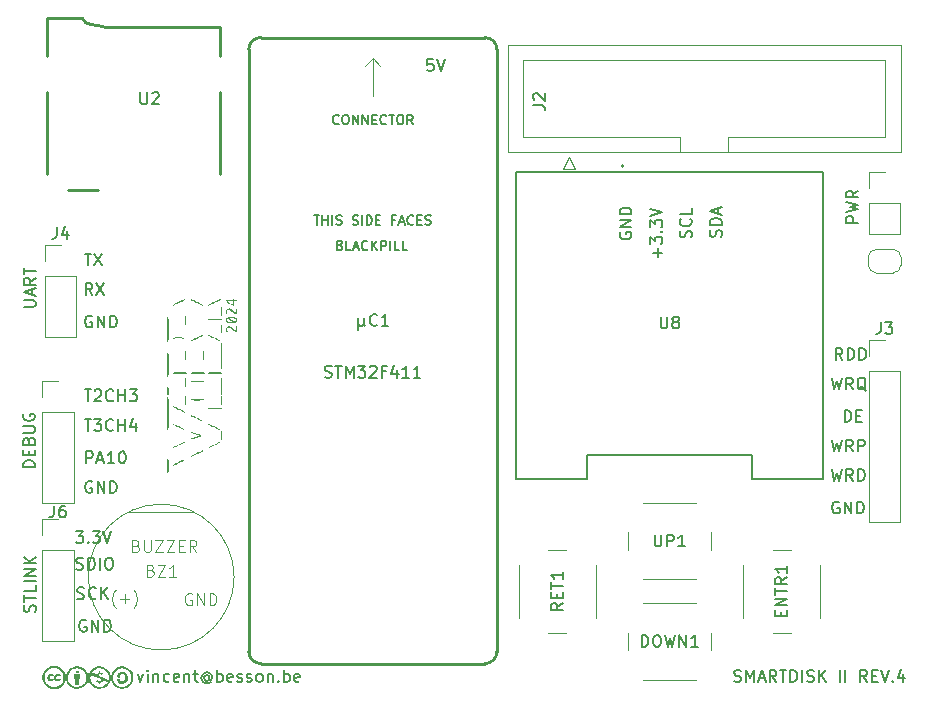
<source format=gbr>
%TF.GenerationSoftware,KiCad,Pcbnew,8.0.5*%
%TF.CreationDate,2024-12-26T15:28:07+01:00*%
%TF.ProjectId,sdiskII_stm32,73646973-6b49-4495-9f73-746d33322e6b,3*%
%TF.SameCoordinates,Original*%
%TF.FileFunction,Legend,Top*%
%TF.FilePolarity,Positive*%
%FSLAX46Y46*%
G04 Gerber Fmt 4.6, Leading zero omitted, Abs format (unit mm)*
G04 Created by KiCad (PCBNEW 8.0.5) date 2024-12-26 15:28:07*
%MOMM*%
%LPD*%
G01*
G04 APERTURE LIST*
%ADD10C,0.187500*%
%ADD11C,0.150000*%
%ADD12C,0.300000*%
%ADD13C,0.100000*%
%ADD14C,0.160000*%
%ADD15C,0.203200*%
%ADD16C,0.120000*%
%ADD17C,0.000000*%
%ADD18C,0.250000*%
%ADD19C,0.127000*%
%ADD20C,0.200000*%
G04 APERTURE END LIST*
D10*
X137258593Y-115867869D02*
X137830021Y-115867869D01*
X137544307Y-116867869D02*
X137544307Y-115867869D01*
X138115736Y-115963107D02*
X138163355Y-115915488D01*
X138163355Y-115915488D02*
X138258593Y-115867869D01*
X138258593Y-115867869D02*
X138496688Y-115867869D01*
X138496688Y-115867869D02*
X138591926Y-115915488D01*
X138591926Y-115915488D02*
X138639545Y-115963107D01*
X138639545Y-115963107D02*
X138687164Y-116058345D01*
X138687164Y-116058345D02*
X138687164Y-116153583D01*
X138687164Y-116153583D02*
X138639545Y-116296440D01*
X138639545Y-116296440D02*
X138068117Y-116867869D01*
X138068117Y-116867869D02*
X138687164Y-116867869D01*
X139687164Y-116772630D02*
X139639545Y-116820250D01*
X139639545Y-116820250D02*
X139496688Y-116867869D01*
X139496688Y-116867869D02*
X139401450Y-116867869D01*
X139401450Y-116867869D02*
X139258593Y-116820250D01*
X139258593Y-116820250D02*
X139163355Y-116725011D01*
X139163355Y-116725011D02*
X139115736Y-116629773D01*
X139115736Y-116629773D02*
X139068117Y-116439297D01*
X139068117Y-116439297D02*
X139068117Y-116296440D01*
X139068117Y-116296440D02*
X139115736Y-116105964D01*
X139115736Y-116105964D02*
X139163355Y-116010726D01*
X139163355Y-116010726D02*
X139258593Y-115915488D01*
X139258593Y-115915488D02*
X139401450Y-115867869D01*
X139401450Y-115867869D02*
X139496688Y-115867869D01*
X139496688Y-115867869D02*
X139639545Y-115915488D01*
X139639545Y-115915488D02*
X139687164Y-115963107D01*
X140115736Y-116867869D02*
X140115736Y-115867869D01*
X140115736Y-116344059D02*
X140687164Y-116344059D01*
X140687164Y-116867869D02*
X140687164Y-115867869D01*
X141068117Y-115867869D02*
X141687164Y-115867869D01*
X141687164Y-115867869D02*
X141353831Y-116248821D01*
X141353831Y-116248821D02*
X141496688Y-116248821D01*
X141496688Y-116248821D02*
X141591926Y-116296440D01*
X141591926Y-116296440D02*
X141639545Y-116344059D01*
X141639545Y-116344059D02*
X141687164Y-116439297D01*
X141687164Y-116439297D02*
X141687164Y-116677392D01*
X141687164Y-116677392D02*
X141639545Y-116772630D01*
X141639545Y-116772630D02*
X141591926Y-116820250D01*
X141591926Y-116820250D02*
X141496688Y-116867869D01*
X141496688Y-116867869D02*
X141210974Y-116867869D01*
X141210974Y-116867869D02*
X141115736Y-116820250D01*
X141115736Y-116820250D02*
X141068117Y-116772630D01*
X137385259Y-135415488D02*
X137290021Y-135367869D01*
X137290021Y-135367869D02*
X137147164Y-135367869D01*
X137147164Y-135367869D02*
X137004307Y-135415488D01*
X137004307Y-135415488D02*
X136909069Y-135510726D01*
X136909069Y-135510726D02*
X136861450Y-135605964D01*
X136861450Y-135605964D02*
X136813831Y-135796440D01*
X136813831Y-135796440D02*
X136813831Y-135939297D01*
X136813831Y-135939297D02*
X136861450Y-136129773D01*
X136861450Y-136129773D02*
X136909069Y-136225011D01*
X136909069Y-136225011D02*
X137004307Y-136320250D01*
X137004307Y-136320250D02*
X137147164Y-136367869D01*
X137147164Y-136367869D02*
X137242402Y-136367869D01*
X137242402Y-136367869D02*
X137385259Y-136320250D01*
X137385259Y-136320250D02*
X137432878Y-136272630D01*
X137432878Y-136272630D02*
X137432878Y-135939297D01*
X137432878Y-135939297D02*
X137242402Y-135939297D01*
X137861450Y-136367869D02*
X137861450Y-135367869D01*
X137861450Y-135367869D02*
X138432878Y-136367869D01*
X138432878Y-136367869D02*
X138432878Y-135367869D01*
X138909069Y-136367869D02*
X138909069Y-135367869D01*
X138909069Y-135367869D02*
X139147164Y-135367869D01*
X139147164Y-135367869D02*
X139290021Y-135415488D01*
X139290021Y-135415488D02*
X139385259Y-135510726D01*
X139385259Y-135510726D02*
X139432878Y-135605964D01*
X139432878Y-135605964D02*
X139480497Y-135796440D01*
X139480497Y-135796440D02*
X139480497Y-135939297D01*
X139480497Y-135939297D02*
X139432878Y-136129773D01*
X139432878Y-136129773D02*
X139385259Y-136225011D01*
X139385259Y-136225011D02*
X139290021Y-136320250D01*
X139290021Y-136320250D02*
X139147164Y-136367869D01*
X139147164Y-136367869D02*
X138909069Y-136367869D01*
X182605488Y-102564740D02*
X182557869Y-102659978D01*
X182557869Y-102659978D02*
X182557869Y-102802835D01*
X182557869Y-102802835D02*
X182605488Y-102945692D01*
X182605488Y-102945692D02*
X182700726Y-103040930D01*
X182700726Y-103040930D02*
X182795964Y-103088549D01*
X182795964Y-103088549D02*
X182986440Y-103136168D01*
X182986440Y-103136168D02*
X183129297Y-103136168D01*
X183129297Y-103136168D02*
X183319773Y-103088549D01*
X183319773Y-103088549D02*
X183415011Y-103040930D01*
X183415011Y-103040930D02*
X183510250Y-102945692D01*
X183510250Y-102945692D02*
X183557869Y-102802835D01*
X183557869Y-102802835D02*
X183557869Y-102707597D01*
X183557869Y-102707597D02*
X183510250Y-102564740D01*
X183510250Y-102564740D02*
X183462630Y-102517121D01*
X183462630Y-102517121D02*
X183129297Y-102517121D01*
X183129297Y-102517121D02*
X183129297Y-102707597D01*
X183557869Y-102088549D02*
X182557869Y-102088549D01*
X182557869Y-102088549D02*
X183557869Y-101517121D01*
X183557869Y-101517121D02*
X182557869Y-101517121D01*
X183557869Y-101040930D02*
X182557869Y-101040930D01*
X182557869Y-101040930D02*
X182557869Y-100802835D01*
X182557869Y-100802835D02*
X182605488Y-100659978D01*
X182605488Y-100659978D02*
X182700726Y-100564740D01*
X182700726Y-100564740D02*
X182795964Y-100517121D01*
X182795964Y-100517121D02*
X182986440Y-100469502D01*
X182986440Y-100469502D02*
X183129297Y-100469502D01*
X183129297Y-100469502D02*
X183319773Y-100517121D01*
X183319773Y-100517121D02*
X183415011Y-100564740D01*
X183415011Y-100564740D02*
X183510250Y-100659978D01*
X183510250Y-100659978D02*
X183557869Y-100802835D01*
X183557869Y-100802835D02*
X183557869Y-101040930D01*
X200516212Y-114867869D02*
X200754307Y-115867869D01*
X200754307Y-115867869D02*
X200944783Y-115153583D01*
X200944783Y-115153583D02*
X201135259Y-115867869D01*
X201135259Y-115867869D02*
X201373355Y-114867869D01*
X202325735Y-115867869D02*
X201992402Y-115391678D01*
X201754307Y-115867869D02*
X201754307Y-114867869D01*
X201754307Y-114867869D02*
X202135259Y-114867869D01*
X202135259Y-114867869D02*
X202230497Y-114915488D01*
X202230497Y-114915488D02*
X202278116Y-114963107D01*
X202278116Y-114963107D02*
X202325735Y-115058345D01*
X202325735Y-115058345D02*
X202325735Y-115201202D01*
X202325735Y-115201202D02*
X202278116Y-115296440D01*
X202278116Y-115296440D02*
X202230497Y-115344059D01*
X202230497Y-115344059D02*
X202135259Y-115391678D01*
X202135259Y-115391678D02*
X201754307Y-115391678D01*
X203420973Y-115963107D02*
X203325735Y-115915488D01*
X203325735Y-115915488D02*
X203230497Y-115820250D01*
X203230497Y-115820250D02*
X203087640Y-115677392D01*
X203087640Y-115677392D02*
X202992402Y-115629773D01*
X202992402Y-115629773D02*
X202897164Y-115629773D01*
X202944783Y-115867869D02*
X202849545Y-115820250D01*
X202849545Y-115820250D02*
X202754307Y-115725011D01*
X202754307Y-115725011D02*
X202706688Y-115534535D01*
X202706688Y-115534535D02*
X202706688Y-115201202D01*
X202706688Y-115201202D02*
X202754307Y-115010726D01*
X202754307Y-115010726D02*
X202849545Y-114915488D01*
X202849545Y-114915488D02*
X202944783Y-114867869D01*
X202944783Y-114867869D02*
X203135259Y-114867869D01*
X203135259Y-114867869D02*
X203230497Y-114915488D01*
X203230497Y-114915488D02*
X203325735Y-115010726D01*
X203325735Y-115010726D02*
X203373354Y-115201202D01*
X203373354Y-115201202D02*
X203373354Y-115534535D01*
X203373354Y-115534535D02*
X203325735Y-115725011D01*
X203325735Y-115725011D02*
X203230497Y-115820250D01*
X203230497Y-115820250D02*
X203135259Y-115867869D01*
X203135259Y-115867869D02*
X202944783Y-115867869D01*
X137258593Y-118367869D02*
X137830021Y-118367869D01*
X137544307Y-119367869D02*
X137544307Y-118367869D01*
X138068117Y-118367869D02*
X138687164Y-118367869D01*
X138687164Y-118367869D02*
X138353831Y-118748821D01*
X138353831Y-118748821D02*
X138496688Y-118748821D01*
X138496688Y-118748821D02*
X138591926Y-118796440D01*
X138591926Y-118796440D02*
X138639545Y-118844059D01*
X138639545Y-118844059D02*
X138687164Y-118939297D01*
X138687164Y-118939297D02*
X138687164Y-119177392D01*
X138687164Y-119177392D02*
X138639545Y-119272630D01*
X138639545Y-119272630D02*
X138591926Y-119320250D01*
X138591926Y-119320250D02*
X138496688Y-119367869D01*
X138496688Y-119367869D02*
X138210974Y-119367869D01*
X138210974Y-119367869D02*
X138115736Y-119320250D01*
X138115736Y-119320250D02*
X138068117Y-119272630D01*
X139687164Y-119272630D02*
X139639545Y-119320250D01*
X139639545Y-119320250D02*
X139496688Y-119367869D01*
X139496688Y-119367869D02*
X139401450Y-119367869D01*
X139401450Y-119367869D02*
X139258593Y-119320250D01*
X139258593Y-119320250D02*
X139163355Y-119225011D01*
X139163355Y-119225011D02*
X139115736Y-119129773D01*
X139115736Y-119129773D02*
X139068117Y-118939297D01*
X139068117Y-118939297D02*
X139068117Y-118796440D01*
X139068117Y-118796440D02*
X139115736Y-118605964D01*
X139115736Y-118605964D02*
X139163355Y-118510726D01*
X139163355Y-118510726D02*
X139258593Y-118415488D01*
X139258593Y-118415488D02*
X139401450Y-118367869D01*
X139401450Y-118367869D02*
X139496688Y-118367869D01*
X139496688Y-118367869D02*
X139639545Y-118415488D01*
X139639545Y-118415488D02*
X139687164Y-118463107D01*
X140115736Y-119367869D02*
X140115736Y-118367869D01*
X140115736Y-118844059D02*
X140687164Y-118844059D01*
X140687164Y-119367869D02*
X140687164Y-118367869D01*
X141591926Y-118701202D02*
X141591926Y-119367869D01*
X141353831Y-118320250D02*
X141115736Y-119034535D01*
X141115736Y-119034535D02*
X141734783Y-119034535D01*
X200516212Y-120117869D02*
X200754307Y-121117869D01*
X200754307Y-121117869D02*
X200944783Y-120403583D01*
X200944783Y-120403583D02*
X201135259Y-121117869D01*
X201135259Y-121117869D02*
X201373355Y-120117869D01*
X202325735Y-121117869D02*
X201992402Y-120641678D01*
X201754307Y-121117869D02*
X201754307Y-120117869D01*
X201754307Y-120117869D02*
X202135259Y-120117869D01*
X202135259Y-120117869D02*
X202230497Y-120165488D01*
X202230497Y-120165488D02*
X202278116Y-120213107D01*
X202278116Y-120213107D02*
X202325735Y-120308345D01*
X202325735Y-120308345D02*
X202325735Y-120451202D01*
X202325735Y-120451202D02*
X202278116Y-120546440D01*
X202278116Y-120546440D02*
X202230497Y-120594059D01*
X202230497Y-120594059D02*
X202135259Y-120641678D01*
X202135259Y-120641678D02*
X201754307Y-120641678D01*
X202754307Y-121117869D02*
X202754307Y-120117869D01*
X202754307Y-120117869D02*
X203135259Y-120117869D01*
X203135259Y-120117869D02*
X203230497Y-120165488D01*
X203230497Y-120165488D02*
X203278116Y-120213107D01*
X203278116Y-120213107D02*
X203325735Y-120308345D01*
X203325735Y-120308345D02*
X203325735Y-120451202D01*
X203325735Y-120451202D02*
X203278116Y-120546440D01*
X203278116Y-120546440D02*
X203230497Y-120594059D01*
X203230497Y-120594059D02*
X203135259Y-120641678D01*
X203135259Y-120641678D02*
X202754307Y-120641678D01*
X133067869Y-122438549D02*
X132067869Y-122438549D01*
X132067869Y-122438549D02*
X132067869Y-122200454D01*
X132067869Y-122200454D02*
X132115488Y-122057597D01*
X132115488Y-122057597D02*
X132210726Y-121962359D01*
X132210726Y-121962359D02*
X132305964Y-121914740D01*
X132305964Y-121914740D02*
X132496440Y-121867121D01*
X132496440Y-121867121D02*
X132639297Y-121867121D01*
X132639297Y-121867121D02*
X132829773Y-121914740D01*
X132829773Y-121914740D02*
X132925011Y-121962359D01*
X132925011Y-121962359D02*
X133020250Y-122057597D01*
X133020250Y-122057597D02*
X133067869Y-122200454D01*
X133067869Y-122200454D02*
X133067869Y-122438549D01*
X132544059Y-121438549D02*
X132544059Y-121105216D01*
X133067869Y-120962359D02*
X133067869Y-121438549D01*
X133067869Y-121438549D02*
X132067869Y-121438549D01*
X132067869Y-121438549D02*
X132067869Y-120962359D01*
X132544059Y-120200454D02*
X132591678Y-120057597D01*
X132591678Y-120057597D02*
X132639297Y-120009978D01*
X132639297Y-120009978D02*
X132734535Y-119962359D01*
X132734535Y-119962359D02*
X132877392Y-119962359D01*
X132877392Y-119962359D02*
X132972630Y-120009978D01*
X132972630Y-120009978D02*
X133020250Y-120057597D01*
X133020250Y-120057597D02*
X133067869Y-120152835D01*
X133067869Y-120152835D02*
X133067869Y-120533787D01*
X133067869Y-120533787D02*
X132067869Y-120533787D01*
X132067869Y-120533787D02*
X132067869Y-120200454D01*
X132067869Y-120200454D02*
X132115488Y-120105216D01*
X132115488Y-120105216D02*
X132163107Y-120057597D01*
X132163107Y-120057597D02*
X132258345Y-120009978D01*
X132258345Y-120009978D02*
X132353583Y-120009978D01*
X132353583Y-120009978D02*
X132448821Y-120057597D01*
X132448821Y-120057597D02*
X132496440Y-120105216D01*
X132496440Y-120105216D02*
X132544059Y-120200454D01*
X132544059Y-120200454D02*
X132544059Y-120533787D01*
X132067869Y-119533787D02*
X132877392Y-119533787D01*
X132877392Y-119533787D02*
X132972630Y-119486168D01*
X132972630Y-119486168D02*
X133020250Y-119438549D01*
X133020250Y-119438549D02*
X133067869Y-119343311D01*
X133067869Y-119343311D02*
X133067869Y-119152835D01*
X133067869Y-119152835D02*
X133020250Y-119057597D01*
X133020250Y-119057597D02*
X132972630Y-119009978D01*
X132972630Y-119009978D02*
X132877392Y-118962359D01*
X132877392Y-118962359D02*
X132067869Y-118962359D01*
X132115488Y-117962359D02*
X132067869Y-118057597D01*
X132067869Y-118057597D02*
X132067869Y-118200454D01*
X132067869Y-118200454D02*
X132115488Y-118343311D01*
X132115488Y-118343311D02*
X132210726Y-118438549D01*
X132210726Y-118438549D02*
X132305964Y-118486168D01*
X132305964Y-118486168D02*
X132496440Y-118533787D01*
X132496440Y-118533787D02*
X132639297Y-118533787D01*
X132639297Y-118533787D02*
X132829773Y-118486168D01*
X132829773Y-118486168D02*
X132925011Y-118438549D01*
X132925011Y-118438549D02*
X133020250Y-118343311D01*
X133020250Y-118343311D02*
X133067869Y-118200454D01*
X133067869Y-118200454D02*
X133067869Y-118105216D01*
X133067869Y-118105216D02*
X133020250Y-117962359D01*
X133020250Y-117962359D02*
X132972630Y-117914740D01*
X132972630Y-117914740D02*
X132639297Y-117914740D01*
X132639297Y-117914740D02*
X132639297Y-118105216D01*
X201135259Y-125415488D02*
X201040021Y-125367869D01*
X201040021Y-125367869D02*
X200897164Y-125367869D01*
X200897164Y-125367869D02*
X200754307Y-125415488D01*
X200754307Y-125415488D02*
X200659069Y-125510726D01*
X200659069Y-125510726D02*
X200611450Y-125605964D01*
X200611450Y-125605964D02*
X200563831Y-125796440D01*
X200563831Y-125796440D02*
X200563831Y-125939297D01*
X200563831Y-125939297D02*
X200611450Y-126129773D01*
X200611450Y-126129773D02*
X200659069Y-126225011D01*
X200659069Y-126225011D02*
X200754307Y-126320250D01*
X200754307Y-126320250D02*
X200897164Y-126367869D01*
X200897164Y-126367869D02*
X200992402Y-126367869D01*
X200992402Y-126367869D02*
X201135259Y-126320250D01*
X201135259Y-126320250D02*
X201182878Y-126272630D01*
X201182878Y-126272630D02*
X201182878Y-125939297D01*
X201182878Y-125939297D02*
X200992402Y-125939297D01*
X201611450Y-126367869D02*
X201611450Y-125367869D01*
X201611450Y-125367869D02*
X202182878Y-126367869D01*
X202182878Y-126367869D02*
X202182878Y-125367869D01*
X202659069Y-126367869D02*
X202659069Y-125367869D01*
X202659069Y-125367869D02*
X202897164Y-125367869D01*
X202897164Y-125367869D02*
X203040021Y-125415488D01*
X203040021Y-125415488D02*
X203135259Y-125510726D01*
X203135259Y-125510726D02*
X203182878Y-125605964D01*
X203182878Y-125605964D02*
X203230497Y-125796440D01*
X203230497Y-125796440D02*
X203230497Y-125939297D01*
X203230497Y-125939297D02*
X203182878Y-126129773D01*
X203182878Y-126129773D02*
X203135259Y-126225011D01*
X203135259Y-126225011D02*
X203040021Y-126320250D01*
X203040021Y-126320250D02*
X202897164Y-126367869D01*
X202897164Y-126367869D02*
X202659069Y-126367869D01*
X136563831Y-131070250D02*
X136706688Y-131117869D01*
X136706688Y-131117869D02*
X136944783Y-131117869D01*
X136944783Y-131117869D02*
X137040021Y-131070250D01*
X137040021Y-131070250D02*
X137087640Y-131022630D01*
X137087640Y-131022630D02*
X137135259Y-130927392D01*
X137135259Y-130927392D02*
X137135259Y-130832154D01*
X137135259Y-130832154D02*
X137087640Y-130736916D01*
X137087640Y-130736916D02*
X137040021Y-130689297D01*
X137040021Y-130689297D02*
X136944783Y-130641678D01*
X136944783Y-130641678D02*
X136754307Y-130594059D01*
X136754307Y-130594059D02*
X136659069Y-130546440D01*
X136659069Y-130546440D02*
X136611450Y-130498821D01*
X136611450Y-130498821D02*
X136563831Y-130403583D01*
X136563831Y-130403583D02*
X136563831Y-130308345D01*
X136563831Y-130308345D02*
X136611450Y-130213107D01*
X136611450Y-130213107D02*
X136659069Y-130165488D01*
X136659069Y-130165488D02*
X136754307Y-130117869D01*
X136754307Y-130117869D02*
X136992402Y-130117869D01*
X136992402Y-130117869D02*
X137135259Y-130165488D01*
X137563831Y-131117869D02*
X137563831Y-130117869D01*
X137563831Y-130117869D02*
X137801926Y-130117869D01*
X137801926Y-130117869D02*
X137944783Y-130165488D01*
X137944783Y-130165488D02*
X138040021Y-130260726D01*
X138040021Y-130260726D02*
X138087640Y-130355964D01*
X138087640Y-130355964D02*
X138135259Y-130546440D01*
X138135259Y-130546440D02*
X138135259Y-130689297D01*
X138135259Y-130689297D02*
X138087640Y-130879773D01*
X138087640Y-130879773D02*
X138040021Y-130975011D01*
X138040021Y-130975011D02*
X137944783Y-131070250D01*
X137944783Y-131070250D02*
X137801926Y-131117869D01*
X137801926Y-131117869D02*
X137563831Y-131117869D01*
X138563831Y-131117869D02*
X138563831Y-130117869D01*
X139230497Y-130117869D02*
X139420973Y-130117869D01*
X139420973Y-130117869D02*
X139516211Y-130165488D01*
X139516211Y-130165488D02*
X139611449Y-130260726D01*
X139611449Y-130260726D02*
X139659068Y-130451202D01*
X139659068Y-130451202D02*
X139659068Y-130784535D01*
X139659068Y-130784535D02*
X139611449Y-130975011D01*
X139611449Y-130975011D02*
X139516211Y-131070250D01*
X139516211Y-131070250D02*
X139420973Y-131117869D01*
X139420973Y-131117869D02*
X139230497Y-131117869D01*
X139230497Y-131117869D02*
X139135259Y-131070250D01*
X139135259Y-131070250D02*
X139040021Y-130975011D01*
X139040021Y-130975011D02*
X138992402Y-130784535D01*
X138992402Y-130784535D02*
X138992402Y-130451202D01*
X138992402Y-130451202D02*
X139040021Y-130260726D01*
X139040021Y-130260726D02*
X139135259Y-130165488D01*
X139135259Y-130165488D02*
X139230497Y-130117869D01*
X200516212Y-122617869D02*
X200754307Y-123617869D01*
X200754307Y-123617869D02*
X200944783Y-122903583D01*
X200944783Y-122903583D02*
X201135259Y-123617869D01*
X201135259Y-123617869D02*
X201373355Y-122617869D01*
X202325735Y-123617869D02*
X201992402Y-123141678D01*
X201754307Y-123617869D02*
X201754307Y-122617869D01*
X201754307Y-122617869D02*
X202135259Y-122617869D01*
X202135259Y-122617869D02*
X202230497Y-122665488D01*
X202230497Y-122665488D02*
X202278116Y-122713107D01*
X202278116Y-122713107D02*
X202325735Y-122808345D01*
X202325735Y-122808345D02*
X202325735Y-122951202D01*
X202325735Y-122951202D02*
X202278116Y-123046440D01*
X202278116Y-123046440D02*
X202230497Y-123094059D01*
X202230497Y-123094059D02*
X202135259Y-123141678D01*
X202135259Y-123141678D02*
X201754307Y-123141678D01*
X202754307Y-123617869D02*
X202754307Y-122617869D01*
X202754307Y-122617869D02*
X202992402Y-122617869D01*
X202992402Y-122617869D02*
X203135259Y-122665488D01*
X203135259Y-122665488D02*
X203230497Y-122760726D01*
X203230497Y-122760726D02*
X203278116Y-122855964D01*
X203278116Y-122855964D02*
X203325735Y-123046440D01*
X203325735Y-123046440D02*
X203325735Y-123189297D01*
X203325735Y-123189297D02*
X203278116Y-123379773D01*
X203278116Y-123379773D02*
X203230497Y-123475011D01*
X203230497Y-123475011D02*
X203135259Y-123570250D01*
X203135259Y-123570250D02*
X202992402Y-123617869D01*
X202992402Y-123617869D02*
X202754307Y-123617869D01*
X157603831Y-114820250D02*
X157746688Y-114867869D01*
X157746688Y-114867869D02*
X157984783Y-114867869D01*
X157984783Y-114867869D02*
X158080021Y-114820250D01*
X158080021Y-114820250D02*
X158127640Y-114772630D01*
X158127640Y-114772630D02*
X158175259Y-114677392D01*
X158175259Y-114677392D02*
X158175259Y-114582154D01*
X158175259Y-114582154D02*
X158127640Y-114486916D01*
X158127640Y-114486916D02*
X158080021Y-114439297D01*
X158080021Y-114439297D02*
X157984783Y-114391678D01*
X157984783Y-114391678D02*
X157794307Y-114344059D01*
X157794307Y-114344059D02*
X157699069Y-114296440D01*
X157699069Y-114296440D02*
X157651450Y-114248821D01*
X157651450Y-114248821D02*
X157603831Y-114153583D01*
X157603831Y-114153583D02*
X157603831Y-114058345D01*
X157603831Y-114058345D02*
X157651450Y-113963107D01*
X157651450Y-113963107D02*
X157699069Y-113915488D01*
X157699069Y-113915488D02*
X157794307Y-113867869D01*
X157794307Y-113867869D02*
X158032402Y-113867869D01*
X158032402Y-113867869D02*
X158175259Y-113915488D01*
X158460974Y-113867869D02*
X159032402Y-113867869D01*
X158746688Y-114867869D02*
X158746688Y-113867869D01*
X159365736Y-114867869D02*
X159365736Y-113867869D01*
X159365736Y-113867869D02*
X159699069Y-114582154D01*
X159699069Y-114582154D02*
X160032402Y-113867869D01*
X160032402Y-113867869D02*
X160032402Y-114867869D01*
X160413355Y-113867869D02*
X161032402Y-113867869D01*
X161032402Y-113867869D02*
X160699069Y-114248821D01*
X160699069Y-114248821D02*
X160841926Y-114248821D01*
X160841926Y-114248821D02*
X160937164Y-114296440D01*
X160937164Y-114296440D02*
X160984783Y-114344059D01*
X160984783Y-114344059D02*
X161032402Y-114439297D01*
X161032402Y-114439297D02*
X161032402Y-114677392D01*
X161032402Y-114677392D02*
X160984783Y-114772630D01*
X160984783Y-114772630D02*
X160937164Y-114820250D01*
X160937164Y-114820250D02*
X160841926Y-114867869D01*
X160841926Y-114867869D02*
X160556212Y-114867869D01*
X160556212Y-114867869D02*
X160460974Y-114820250D01*
X160460974Y-114820250D02*
X160413355Y-114772630D01*
X161413355Y-113963107D02*
X161460974Y-113915488D01*
X161460974Y-113915488D02*
X161556212Y-113867869D01*
X161556212Y-113867869D02*
X161794307Y-113867869D01*
X161794307Y-113867869D02*
X161889545Y-113915488D01*
X161889545Y-113915488D02*
X161937164Y-113963107D01*
X161937164Y-113963107D02*
X161984783Y-114058345D01*
X161984783Y-114058345D02*
X161984783Y-114153583D01*
X161984783Y-114153583D02*
X161937164Y-114296440D01*
X161937164Y-114296440D02*
X161365736Y-114867869D01*
X161365736Y-114867869D02*
X161984783Y-114867869D01*
X162746688Y-114344059D02*
X162413355Y-114344059D01*
X162413355Y-114867869D02*
X162413355Y-113867869D01*
X162413355Y-113867869D02*
X162889545Y-113867869D01*
X163699069Y-114201202D02*
X163699069Y-114867869D01*
X163460974Y-113820250D02*
X163222879Y-114534535D01*
X163222879Y-114534535D02*
X163841926Y-114534535D01*
X164746688Y-114867869D02*
X164175260Y-114867869D01*
X164460974Y-114867869D02*
X164460974Y-113867869D01*
X164460974Y-113867869D02*
X164365736Y-114010726D01*
X164365736Y-114010726D02*
X164270498Y-114105964D01*
X164270498Y-114105964D02*
X164175260Y-114153583D01*
X165699069Y-114867869D02*
X165127641Y-114867869D01*
X165413355Y-114867869D02*
X165413355Y-113867869D01*
X165413355Y-113867869D02*
X165318117Y-114010726D01*
X165318117Y-114010726D02*
X165222879Y-114105964D01*
X165222879Y-114105964D02*
X165127641Y-114153583D01*
X133070250Y-134686168D02*
X133117869Y-134543311D01*
X133117869Y-134543311D02*
X133117869Y-134305216D01*
X133117869Y-134305216D02*
X133070250Y-134209978D01*
X133070250Y-134209978D02*
X133022630Y-134162359D01*
X133022630Y-134162359D02*
X132927392Y-134114740D01*
X132927392Y-134114740D02*
X132832154Y-134114740D01*
X132832154Y-134114740D02*
X132736916Y-134162359D01*
X132736916Y-134162359D02*
X132689297Y-134209978D01*
X132689297Y-134209978D02*
X132641678Y-134305216D01*
X132641678Y-134305216D02*
X132594059Y-134495692D01*
X132594059Y-134495692D02*
X132546440Y-134590930D01*
X132546440Y-134590930D02*
X132498821Y-134638549D01*
X132498821Y-134638549D02*
X132403583Y-134686168D01*
X132403583Y-134686168D02*
X132308345Y-134686168D01*
X132308345Y-134686168D02*
X132213107Y-134638549D01*
X132213107Y-134638549D02*
X132165488Y-134590930D01*
X132165488Y-134590930D02*
X132117869Y-134495692D01*
X132117869Y-134495692D02*
X132117869Y-134257597D01*
X132117869Y-134257597D02*
X132165488Y-134114740D01*
X132117869Y-133829025D02*
X132117869Y-133257597D01*
X133117869Y-133543311D02*
X132117869Y-133543311D01*
X133117869Y-132448073D02*
X133117869Y-132924263D01*
X133117869Y-132924263D02*
X132117869Y-132924263D01*
X133117869Y-132114739D02*
X132117869Y-132114739D01*
X133117869Y-131638549D02*
X132117869Y-131638549D01*
X132117869Y-131638549D02*
X133117869Y-131067121D01*
X133117869Y-131067121D02*
X132117869Y-131067121D01*
X133117869Y-130590930D02*
X132117869Y-130590930D01*
X133117869Y-130019502D02*
X132546440Y-130448073D01*
X132117869Y-130019502D02*
X132689297Y-130590930D01*
X188610250Y-102986168D02*
X188657869Y-102843311D01*
X188657869Y-102843311D02*
X188657869Y-102605216D01*
X188657869Y-102605216D02*
X188610250Y-102509978D01*
X188610250Y-102509978D02*
X188562630Y-102462359D01*
X188562630Y-102462359D02*
X188467392Y-102414740D01*
X188467392Y-102414740D02*
X188372154Y-102414740D01*
X188372154Y-102414740D02*
X188276916Y-102462359D01*
X188276916Y-102462359D02*
X188229297Y-102509978D01*
X188229297Y-102509978D02*
X188181678Y-102605216D01*
X188181678Y-102605216D02*
X188134059Y-102795692D01*
X188134059Y-102795692D02*
X188086440Y-102890930D01*
X188086440Y-102890930D02*
X188038821Y-102938549D01*
X188038821Y-102938549D02*
X187943583Y-102986168D01*
X187943583Y-102986168D02*
X187848345Y-102986168D01*
X187848345Y-102986168D02*
X187753107Y-102938549D01*
X187753107Y-102938549D02*
X187705488Y-102890930D01*
X187705488Y-102890930D02*
X187657869Y-102795692D01*
X187657869Y-102795692D02*
X187657869Y-102557597D01*
X187657869Y-102557597D02*
X187705488Y-102414740D01*
X188562630Y-101414740D02*
X188610250Y-101462359D01*
X188610250Y-101462359D02*
X188657869Y-101605216D01*
X188657869Y-101605216D02*
X188657869Y-101700454D01*
X188657869Y-101700454D02*
X188610250Y-101843311D01*
X188610250Y-101843311D02*
X188515011Y-101938549D01*
X188515011Y-101938549D02*
X188419773Y-101986168D01*
X188419773Y-101986168D02*
X188229297Y-102033787D01*
X188229297Y-102033787D02*
X188086440Y-102033787D01*
X188086440Y-102033787D02*
X187895964Y-101986168D01*
X187895964Y-101986168D02*
X187800726Y-101938549D01*
X187800726Y-101938549D02*
X187705488Y-101843311D01*
X187705488Y-101843311D02*
X187657869Y-101700454D01*
X187657869Y-101700454D02*
X187657869Y-101605216D01*
X187657869Y-101605216D02*
X187705488Y-101462359D01*
X187705488Y-101462359D02*
X187753107Y-101414740D01*
X188657869Y-100509978D02*
X188657869Y-100986168D01*
X188657869Y-100986168D02*
X187657869Y-100986168D01*
X201432878Y-113367869D02*
X201099545Y-112891678D01*
X200861450Y-113367869D02*
X200861450Y-112367869D01*
X200861450Y-112367869D02*
X201242402Y-112367869D01*
X201242402Y-112367869D02*
X201337640Y-112415488D01*
X201337640Y-112415488D02*
X201385259Y-112463107D01*
X201385259Y-112463107D02*
X201432878Y-112558345D01*
X201432878Y-112558345D02*
X201432878Y-112701202D01*
X201432878Y-112701202D02*
X201385259Y-112796440D01*
X201385259Y-112796440D02*
X201337640Y-112844059D01*
X201337640Y-112844059D02*
X201242402Y-112891678D01*
X201242402Y-112891678D02*
X200861450Y-112891678D01*
X201861450Y-113367869D02*
X201861450Y-112367869D01*
X201861450Y-112367869D02*
X202099545Y-112367869D01*
X202099545Y-112367869D02*
X202242402Y-112415488D01*
X202242402Y-112415488D02*
X202337640Y-112510726D01*
X202337640Y-112510726D02*
X202385259Y-112605964D01*
X202385259Y-112605964D02*
X202432878Y-112796440D01*
X202432878Y-112796440D02*
X202432878Y-112939297D01*
X202432878Y-112939297D02*
X202385259Y-113129773D01*
X202385259Y-113129773D02*
X202337640Y-113225011D01*
X202337640Y-113225011D02*
X202242402Y-113320250D01*
X202242402Y-113320250D02*
X202099545Y-113367869D01*
X202099545Y-113367869D02*
X201861450Y-113367869D01*
X202861450Y-113367869D02*
X202861450Y-112367869D01*
X202861450Y-112367869D02*
X203099545Y-112367869D01*
X203099545Y-112367869D02*
X203242402Y-112415488D01*
X203242402Y-112415488D02*
X203337640Y-112510726D01*
X203337640Y-112510726D02*
X203385259Y-112605964D01*
X203385259Y-112605964D02*
X203432878Y-112796440D01*
X203432878Y-112796440D02*
X203432878Y-112939297D01*
X203432878Y-112939297D02*
X203385259Y-113129773D01*
X203385259Y-113129773D02*
X203337640Y-113225011D01*
X203337640Y-113225011D02*
X203242402Y-113320250D01*
X203242402Y-113320250D02*
X203099545Y-113367869D01*
X203099545Y-113367869D02*
X202861450Y-113367869D01*
X192257598Y-140570250D02*
X192400455Y-140617869D01*
X192400455Y-140617869D02*
X192638550Y-140617869D01*
X192638550Y-140617869D02*
X192733788Y-140570250D01*
X192733788Y-140570250D02*
X192781407Y-140522630D01*
X192781407Y-140522630D02*
X192829026Y-140427392D01*
X192829026Y-140427392D02*
X192829026Y-140332154D01*
X192829026Y-140332154D02*
X192781407Y-140236916D01*
X192781407Y-140236916D02*
X192733788Y-140189297D01*
X192733788Y-140189297D02*
X192638550Y-140141678D01*
X192638550Y-140141678D02*
X192448074Y-140094059D01*
X192448074Y-140094059D02*
X192352836Y-140046440D01*
X192352836Y-140046440D02*
X192305217Y-139998821D01*
X192305217Y-139998821D02*
X192257598Y-139903583D01*
X192257598Y-139903583D02*
X192257598Y-139808345D01*
X192257598Y-139808345D02*
X192305217Y-139713107D01*
X192305217Y-139713107D02*
X192352836Y-139665488D01*
X192352836Y-139665488D02*
X192448074Y-139617869D01*
X192448074Y-139617869D02*
X192686169Y-139617869D01*
X192686169Y-139617869D02*
X192829026Y-139665488D01*
X193257598Y-140617869D02*
X193257598Y-139617869D01*
X193257598Y-139617869D02*
X193590931Y-140332154D01*
X193590931Y-140332154D02*
X193924264Y-139617869D01*
X193924264Y-139617869D02*
X193924264Y-140617869D01*
X194352836Y-140332154D02*
X194829026Y-140332154D01*
X194257598Y-140617869D02*
X194590931Y-139617869D01*
X194590931Y-139617869D02*
X194924264Y-140617869D01*
X195829026Y-140617869D02*
X195495693Y-140141678D01*
X195257598Y-140617869D02*
X195257598Y-139617869D01*
X195257598Y-139617869D02*
X195638550Y-139617869D01*
X195638550Y-139617869D02*
X195733788Y-139665488D01*
X195733788Y-139665488D02*
X195781407Y-139713107D01*
X195781407Y-139713107D02*
X195829026Y-139808345D01*
X195829026Y-139808345D02*
X195829026Y-139951202D01*
X195829026Y-139951202D02*
X195781407Y-140046440D01*
X195781407Y-140046440D02*
X195733788Y-140094059D01*
X195733788Y-140094059D02*
X195638550Y-140141678D01*
X195638550Y-140141678D02*
X195257598Y-140141678D01*
X196114741Y-139617869D02*
X196686169Y-139617869D01*
X196400455Y-140617869D02*
X196400455Y-139617869D01*
X197019503Y-140617869D02*
X197019503Y-139617869D01*
X197019503Y-139617869D02*
X197257598Y-139617869D01*
X197257598Y-139617869D02*
X197400455Y-139665488D01*
X197400455Y-139665488D02*
X197495693Y-139760726D01*
X197495693Y-139760726D02*
X197543312Y-139855964D01*
X197543312Y-139855964D02*
X197590931Y-140046440D01*
X197590931Y-140046440D02*
X197590931Y-140189297D01*
X197590931Y-140189297D02*
X197543312Y-140379773D01*
X197543312Y-140379773D02*
X197495693Y-140475011D01*
X197495693Y-140475011D02*
X197400455Y-140570250D01*
X197400455Y-140570250D02*
X197257598Y-140617869D01*
X197257598Y-140617869D02*
X197019503Y-140617869D01*
X198019503Y-140617869D02*
X198019503Y-139617869D01*
X198448074Y-140570250D02*
X198590931Y-140617869D01*
X198590931Y-140617869D02*
X198829026Y-140617869D01*
X198829026Y-140617869D02*
X198924264Y-140570250D01*
X198924264Y-140570250D02*
X198971883Y-140522630D01*
X198971883Y-140522630D02*
X199019502Y-140427392D01*
X199019502Y-140427392D02*
X199019502Y-140332154D01*
X199019502Y-140332154D02*
X198971883Y-140236916D01*
X198971883Y-140236916D02*
X198924264Y-140189297D01*
X198924264Y-140189297D02*
X198829026Y-140141678D01*
X198829026Y-140141678D02*
X198638550Y-140094059D01*
X198638550Y-140094059D02*
X198543312Y-140046440D01*
X198543312Y-140046440D02*
X198495693Y-139998821D01*
X198495693Y-139998821D02*
X198448074Y-139903583D01*
X198448074Y-139903583D02*
X198448074Y-139808345D01*
X198448074Y-139808345D02*
X198495693Y-139713107D01*
X198495693Y-139713107D02*
X198543312Y-139665488D01*
X198543312Y-139665488D02*
X198638550Y-139617869D01*
X198638550Y-139617869D02*
X198876645Y-139617869D01*
X198876645Y-139617869D02*
X199019502Y-139665488D01*
X199448074Y-140617869D02*
X199448074Y-139617869D01*
X200019502Y-140617869D02*
X199590931Y-140046440D01*
X200019502Y-139617869D02*
X199448074Y-140189297D01*
X201209979Y-140617869D02*
X201209979Y-139617869D01*
X201686169Y-140617869D02*
X201686169Y-139617869D01*
X203495692Y-140617869D02*
X203162359Y-140141678D01*
X202924264Y-140617869D02*
X202924264Y-139617869D01*
X202924264Y-139617869D02*
X203305216Y-139617869D01*
X203305216Y-139617869D02*
X203400454Y-139665488D01*
X203400454Y-139665488D02*
X203448073Y-139713107D01*
X203448073Y-139713107D02*
X203495692Y-139808345D01*
X203495692Y-139808345D02*
X203495692Y-139951202D01*
X203495692Y-139951202D02*
X203448073Y-140046440D01*
X203448073Y-140046440D02*
X203400454Y-140094059D01*
X203400454Y-140094059D02*
X203305216Y-140141678D01*
X203305216Y-140141678D02*
X202924264Y-140141678D01*
X203924264Y-140094059D02*
X204257597Y-140094059D01*
X204400454Y-140617869D02*
X203924264Y-140617869D01*
X203924264Y-140617869D02*
X203924264Y-139617869D01*
X203924264Y-139617869D02*
X204400454Y-139617869D01*
X204686169Y-139617869D02*
X205019502Y-140617869D01*
X205019502Y-140617869D02*
X205352835Y-139617869D01*
X205686169Y-140522630D02*
X205733788Y-140570250D01*
X205733788Y-140570250D02*
X205686169Y-140617869D01*
X205686169Y-140617869D02*
X205638550Y-140570250D01*
X205638550Y-140570250D02*
X205686169Y-140522630D01*
X205686169Y-140522630D02*
X205686169Y-140617869D01*
X206590930Y-139951202D02*
X206590930Y-140617869D01*
X206352835Y-139570250D02*
X206114740Y-140284535D01*
X206114740Y-140284535D02*
X206733787Y-140284535D01*
X185776916Y-104688549D02*
X185776916Y-103926645D01*
X186157869Y-104307597D02*
X185395964Y-104307597D01*
X185157869Y-103545692D02*
X185157869Y-102926645D01*
X185157869Y-102926645D02*
X185538821Y-103259978D01*
X185538821Y-103259978D02*
X185538821Y-103117121D01*
X185538821Y-103117121D02*
X185586440Y-103021883D01*
X185586440Y-103021883D02*
X185634059Y-102974264D01*
X185634059Y-102974264D02*
X185729297Y-102926645D01*
X185729297Y-102926645D02*
X185967392Y-102926645D01*
X185967392Y-102926645D02*
X186062630Y-102974264D01*
X186062630Y-102974264D02*
X186110250Y-103021883D01*
X186110250Y-103021883D02*
X186157869Y-103117121D01*
X186157869Y-103117121D02*
X186157869Y-103402835D01*
X186157869Y-103402835D02*
X186110250Y-103498073D01*
X186110250Y-103498073D02*
X186062630Y-103545692D01*
X186062630Y-102498073D02*
X186110250Y-102450454D01*
X186110250Y-102450454D02*
X186157869Y-102498073D01*
X186157869Y-102498073D02*
X186110250Y-102545692D01*
X186110250Y-102545692D02*
X186062630Y-102498073D01*
X186062630Y-102498073D02*
X186157869Y-102498073D01*
X185157869Y-102117121D02*
X185157869Y-101498074D01*
X185157869Y-101498074D02*
X185538821Y-101831407D01*
X185538821Y-101831407D02*
X185538821Y-101688550D01*
X185538821Y-101688550D02*
X185586440Y-101593312D01*
X185586440Y-101593312D02*
X185634059Y-101545693D01*
X185634059Y-101545693D02*
X185729297Y-101498074D01*
X185729297Y-101498074D02*
X185967392Y-101498074D01*
X185967392Y-101498074D02*
X186062630Y-101545693D01*
X186062630Y-101545693D02*
X186110250Y-101593312D01*
X186110250Y-101593312D02*
X186157869Y-101688550D01*
X186157869Y-101688550D02*
X186157869Y-101974264D01*
X186157869Y-101974264D02*
X186110250Y-102069502D01*
X186110250Y-102069502D02*
X186062630Y-102117121D01*
X185157869Y-101212359D02*
X186157869Y-100879026D01*
X186157869Y-100879026D02*
X185157869Y-100545693D01*
X191160250Y-102936168D02*
X191207869Y-102793311D01*
X191207869Y-102793311D02*
X191207869Y-102555216D01*
X191207869Y-102555216D02*
X191160250Y-102459978D01*
X191160250Y-102459978D02*
X191112630Y-102412359D01*
X191112630Y-102412359D02*
X191017392Y-102364740D01*
X191017392Y-102364740D02*
X190922154Y-102364740D01*
X190922154Y-102364740D02*
X190826916Y-102412359D01*
X190826916Y-102412359D02*
X190779297Y-102459978D01*
X190779297Y-102459978D02*
X190731678Y-102555216D01*
X190731678Y-102555216D02*
X190684059Y-102745692D01*
X190684059Y-102745692D02*
X190636440Y-102840930D01*
X190636440Y-102840930D02*
X190588821Y-102888549D01*
X190588821Y-102888549D02*
X190493583Y-102936168D01*
X190493583Y-102936168D02*
X190398345Y-102936168D01*
X190398345Y-102936168D02*
X190303107Y-102888549D01*
X190303107Y-102888549D02*
X190255488Y-102840930D01*
X190255488Y-102840930D02*
X190207869Y-102745692D01*
X190207869Y-102745692D02*
X190207869Y-102507597D01*
X190207869Y-102507597D02*
X190255488Y-102364740D01*
X191207869Y-101936168D02*
X190207869Y-101936168D01*
X190207869Y-101936168D02*
X190207869Y-101698073D01*
X190207869Y-101698073D02*
X190255488Y-101555216D01*
X190255488Y-101555216D02*
X190350726Y-101459978D01*
X190350726Y-101459978D02*
X190445964Y-101412359D01*
X190445964Y-101412359D02*
X190636440Y-101364740D01*
X190636440Y-101364740D02*
X190779297Y-101364740D01*
X190779297Y-101364740D02*
X190969773Y-101412359D01*
X190969773Y-101412359D02*
X191065011Y-101459978D01*
X191065011Y-101459978D02*
X191160250Y-101555216D01*
X191160250Y-101555216D02*
X191207869Y-101698073D01*
X191207869Y-101698073D02*
X191207869Y-101936168D01*
X190922154Y-100983787D02*
X190922154Y-100507597D01*
X191207869Y-101079025D02*
X190207869Y-100745692D01*
X190207869Y-100745692D02*
X191207869Y-100412359D01*
X137401450Y-122117869D02*
X137401450Y-121117869D01*
X137401450Y-121117869D02*
X137782402Y-121117869D01*
X137782402Y-121117869D02*
X137877640Y-121165488D01*
X137877640Y-121165488D02*
X137925259Y-121213107D01*
X137925259Y-121213107D02*
X137972878Y-121308345D01*
X137972878Y-121308345D02*
X137972878Y-121451202D01*
X137972878Y-121451202D02*
X137925259Y-121546440D01*
X137925259Y-121546440D02*
X137877640Y-121594059D01*
X137877640Y-121594059D02*
X137782402Y-121641678D01*
X137782402Y-121641678D02*
X137401450Y-121641678D01*
X138353831Y-121832154D02*
X138830021Y-121832154D01*
X138258593Y-122117869D02*
X138591926Y-121117869D01*
X138591926Y-121117869D02*
X138925259Y-122117869D01*
X139782402Y-122117869D02*
X139210974Y-122117869D01*
X139496688Y-122117869D02*
X139496688Y-121117869D01*
X139496688Y-121117869D02*
X139401450Y-121260726D01*
X139401450Y-121260726D02*
X139306212Y-121355964D01*
X139306212Y-121355964D02*
X139210974Y-121403583D01*
X140401450Y-121117869D02*
X140496688Y-121117869D01*
X140496688Y-121117869D02*
X140591926Y-121165488D01*
X140591926Y-121165488D02*
X140639545Y-121213107D01*
X140639545Y-121213107D02*
X140687164Y-121308345D01*
X140687164Y-121308345D02*
X140734783Y-121498821D01*
X140734783Y-121498821D02*
X140734783Y-121736916D01*
X140734783Y-121736916D02*
X140687164Y-121927392D01*
X140687164Y-121927392D02*
X140639545Y-122022630D01*
X140639545Y-122022630D02*
X140591926Y-122070250D01*
X140591926Y-122070250D02*
X140496688Y-122117869D01*
X140496688Y-122117869D02*
X140401450Y-122117869D01*
X140401450Y-122117869D02*
X140306212Y-122070250D01*
X140306212Y-122070250D02*
X140258593Y-122022630D01*
X140258593Y-122022630D02*
X140210974Y-121927392D01*
X140210974Y-121927392D02*
X140163355Y-121736916D01*
X140163355Y-121736916D02*
X140163355Y-121498821D01*
X140163355Y-121498821D02*
X140210974Y-121308345D01*
X140210974Y-121308345D02*
X140258593Y-121213107D01*
X140258593Y-121213107D02*
X140306212Y-121165488D01*
X140306212Y-121165488D02*
X140401450Y-121117869D01*
X202767869Y-101738549D02*
X201767869Y-101738549D01*
X201767869Y-101738549D02*
X201767869Y-101357597D01*
X201767869Y-101357597D02*
X201815488Y-101262359D01*
X201815488Y-101262359D02*
X201863107Y-101214740D01*
X201863107Y-101214740D02*
X201958345Y-101167121D01*
X201958345Y-101167121D02*
X202101202Y-101167121D01*
X202101202Y-101167121D02*
X202196440Y-101214740D01*
X202196440Y-101214740D02*
X202244059Y-101262359D01*
X202244059Y-101262359D02*
X202291678Y-101357597D01*
X202291678Y-101357597D02*
X202291678Y-101738549D01*
X201767869Y-100833787D02*
X202767869Y-100595692D01*
X202767869Y-100595692D02*
X202053583Y-100405216D01*
X202053583Y-100405216D02*
X202767869Y-100214740D01*
X202767869Y-100214740D02*
X201767869Y-99976645D01*
X202767869Y-99024264D02*
X202291678Y-99357597D01*
X202767869Y-99595692D02*
X201767869Y-99595692D01*
X201767869Y-99595692D02*
X201767869Y-99214740D01*
X201767869Y-99214740D02*
X201815488Y-99119502D01*
X201815488Y-99119502D02*
X201863107Y-99071883D01*
X201863107Y-99071883D02*
X201958345Y-99024264D01*
X201958345Y-99024264D02*
X202101202Y-99024264D01*
X202101202Y-99024264D02*
X202196440Y-99071883D01*
X202196440Y-99071883D02*
X202244059Y-99119502D01*
X202244059Y-99119502D02*
X202291678Y-99214740D01*
X202291678Y-99214740D02*
X202291678Y-99595692D01*
X137885259Y-123665488D02*
X137790021Y-123617869D01*
X137790021Y-123617869D02*
X137647164Y-123617869D01*
X137647164Y-123617869D02*
X137504307Y-123665488D01*
X137504307Y-123665488D02*
X137409069Y-123760726D01*
X137409069Y-123760726D02*
X137361450Y-123855964D01*
X137361450Y-123855964D02*
X137313831Y-124046440D01*
X137313831Y-124046440D02*
X137313831Y-124189297D01*
X137313831Y-124189297D02*
X137361450Y-124379773D01*
X137361450Y-124379773D02*
X137409069Y-124475011D01*
X137409069Y-124475011D02*
X137504307Y-124570250D01*
X137504307Y-124570250D02*
X137647164Y-124617869D01*
X137647164Y-124617869D02*
X137742402Y-124617869D01*
X137742402Y-124617869D02*
X137885259Y-124570250D01*
X137885259Y-124570250D02*
X137932878Y-124522630D01*
X137932878Y-124522630D02*
X137932878Y-124189297D01*
X137932878Y-124189297D02*
X137742402Y-124189297D01*
X138361450Y-124617869D02*
X138361450Y-123617869D01*
X138361450Y-123617869D02*
X138932878Y-124617869D01*
X138932878Y-124617869D02*
X138932878Y-123617869D01*
X139409069Y-124617869D02*
X139409069Y-123617869D01*
X139409069Y-123617869D02*
X139647164Y-123617869D01*
X139647164Y-123617869D02*
X139790021Y-123665488D01*
X139790021Y-123665488D02*
X139885259Y-123760726D01*
X139885259Y-123760726D02*
X139932878Y-123855964D01*
X139932878Y-123855964D02*
X139980497Y-124046440D01*
X139980497Y-124046440D02*
X139980497Y-124189297D01*
X139980497Y-124189297D02*
X139932878Y-124379773D01*
X139932878Y-124379773D02*
X139885259Y-124475011D01*
X139885259Y-124475011D02*
X139790021Y-124570250D01*
X139790021Y-124570250D02*
X139647164Y-124617869D01*
X139647164Y-124617869D02*
X139409069Y-124617869D01*
X141756212Y-139951202D02*
X141994307Y-140617869D01*
X141994307Y-140617869D02*
X142232402Y-139951202D01*
X142613355Y-140617869D02*
X142613355Y-139951202D01*
X142613355Y-139617869D02*
X142565736Y-139665488D01*
X142565736Y-139665488D02*
X142613355Y-139713107D01*
X142613355Y-139713107D02*
X142660974Y-139665488D01*
X142660974Y-139665488D02*
X142613355Y-139617869D01*
X142613355Y-139617869D02*
X142613355Y-139713107D01*
X143089545Y-139951202D02*
X143089545Y-140617869D01*
X143089545Y-140046440D02*
X143137164Y-139998821D01*
X143137164Y-139998821D02*
X143232402Y-139951202D01*
X143232402Y-139951202D02*
X143375259Y-139951202D01*
X143375259Y-139951202D02*
X143470497Y-139998821D01*
X143470497Y-139998821D02*
X143518116Y-140094059D01*
X143518116Y-140094059D02*
X143518116Y-140617869D01*
X144422878Y-140570250D02*
X144327640Y-140617869D01*
X144327640Y-140617869D02*
X144137164Y-140617869D01*
X144137164Y-140617869D02*
X144041926Y-140570250D01*
X144041926Y-140570250D02*
X143994307Y-140522630D01*
X143994307Y-140522630D02*
X143946688Y-140427392D01*
X143946688Y-140427392D02*
X143946688Y-140141678D01*
X143946688Y-140141678D02*
X143994307Y-140046440D01*
X143994307Y-140046440D02*
X144041926Y-139998821D01*
X144041926Y-139998821D02*
X144137164Y-139951202D01*
X144137164Y-139951202D02*
X144327640Y-139951202D01*
X144327640Y-139951202D02*
X144422878Y-139998821D01*
X145232402Y-140570250D02*
X145137164Y-140617869D01*
X145137164Y-140617869D02*
X144946688Y-140617869D01*
X144946688Y-140617869D02*
X144851450Y-140570250D01*
X144851450Y-140570250D02*
X144803831Y-140475011D01*
X144803831Y-140475011D02*
X144803831Y-140094059D01*
X144803831Y-140094059D02*
X144851450Y-139998821D01*
X144851450Y-139998821D02*
X144946688Y-139951202D01*
X144946688Y-139951202D02*
X145137164Y-139951202D01*
X145137164Y-139951202D02*
X145232402Y-139998821D01*
X145232402Y-139998821D02*
X145280021Y-140094059D01*
X145280021Y-140094059D02*
X145280021Y-140189297D01*
X145280021Y-140189297D02*
X144803831Y-140284535D01*
X145708593Y-139951202D02*
X145708593Y-140617869D01*
X145708593Y-140046440D02*
X145756212Y-139998821D01*
X145756212Y-139998821D02*
X145851450Y-139951202D01*
X145851450Y-139951202D02*
X145994307Y-139951202D01*
X145994307Y-139951202D02*
X146089545Y-139998821D01*
X146089545Y-139998821D02*
X146137164Y-140094059D01*
X146137164Y-140094059D02*
X146137164Y-140617869D01*
X146470498Y-139951202D02*
X146851450Y-139951202D01*
X146613355Y-139617869D02*
X146613355Y-140475011D01*
X146613355Y-140475011D02*
X146660974Y-140570250D01*
X146660974Y-140570250D02*
X146756212Y-140617869D01*
X146756212Y-140617869D02*
X146851450Y-140617869D01*
X147803831Y-140141678D02*
X147756212Y-140094059D01*
X147756212Y-140094059D02*
X147660974Y-140046440D01*
X147660974Y-140046440D02*
X147565736Y-140046440D01*
X147565736Y-140046440D02*
X147470498Y-140094059D01*
X147470498Y-140094059D02*
X147422879Y-140141678D01*
X147422879Y-140141678D02*
X147375260Y-140236916D01*
X147375260Y-140236916D02*
X147375260Y-140332154D01*
X147375260Y-140332154D02*
X147422879Y-140427392D01*
X147422879Y-140427392D02*
X147470498Y-140475011D01*
X147470498Y-140475011D02*
X147565736Y-140522630D01*
X147565736Y-140522630D02*
X147660974Y-140522630D01*
X147660974Y-140522630D02*
X147756212Y-140475011D01*
X147756212Y-140475011D02*
X147803831Y-140427392D01*
X147803831Y-140046440D02*
X147803831Y-140427392D01*
X147803831Y-140427392D02*
X147851450Y-140475011D01*
X147851450Y-140475011D02*
X147899069Y-140475011D01*
X147899069Y-140475011D02*
X147994308Y-140427392D01*
X147994308Y-140427392D02*
X148041927Y-140332154D01*
X148041927Y-140332154D02*
X148041927Y-140094059D01*
X148041927Y-140094059D02*
X147946689Y-139951202D01*
X147946689Y-139951202D02*
X147803831Y-139855964D01*
X147803831Y-139855964D02*
X147613355Y-139808345D01*
X147613355Y-139808345D02*
X147422879Y-139855964D01*
X147422879Y-139855964D02*
X147280022Y-139951202D01*
X147280022Y-139951202D02*
X147184784Y-140094059D01*
X147184784Y-140094059D02*
X147137165Y-140284535D01*
X147137165Y-140284535D02*
X147184784Y-140475011D01*
X147184784Y-140475011D02*
X147280022Y-140617869D01*
X147280022Y-140617869D02*
X147422879Y-140713107D01*
X147422879Y-140713107D02*
X147613355Y-140760726D01*
X147613355Y-140760726D02*
X147803831Y-140713107D01*
X147803831Y-140713107D02*
X147946689Y-140617869D01*
X148470498Y-140617869D02*
X148470498Y-139617869D01*
X148470498Y-139998821D02*
X148565736Y-139951202D01*
X148565736Y-139951202D02*
X148756212Y-139951202D01*
X148756212Y-139951202D02*
X148851450Y-139998821D01*
X148851450Y-139998821D02*
X148899069Y-140046440D01*
X148899069Y-140046440D02*
X148946688Y-140141678D01*
X148946688Y-140141678D02*
X148946688Y-140427392D01*
X148946688Y-140427392D02*
X148899069Y-140522630D01*
X148899069Y-140522630D02*
X148851450Y-140570250D01*
X148851450Y-140570250D02*
X148756212Y-140617869D01*
X148756212Y-140617869D02*
X148565736Y-140617869D01*
X148565736Y-140617869D02*
X148470498Y-140570250D01*
X149756212Y-140570250D02*
X149660974Y-140617869D01*
X149660974Y-140617869D02*
X149470498Y-140617869D01*
X149470498Y-140617869D02*
X149375260Y-140570250D01*
X149375260Y-140570250D02*
X149327641Y-140475011D01*
X149327641Y-140475011D02*
X149327641Y-140094059D01*
X149327641Y-140094059D02*
X149375260Y-139998821D01*
X149375260Y-139998821D02*
X149470498Y-139951202D01*
X149470498Y-139951202D02*
X149660974Y-139951202D01*
X149660974Y-139951202D02*
X149756212Y-139998821D01*
X149756212Y-139998821D02*
X149803831Y-140094059D01*
X149803831Y-140094059D02*
X149803831Y-140189297D01*
X149803831Y-140189297D02*
X149327641Y-140284535D01*
X150184784Y-140570250D02*
X150280022Y-140617869D01*
X150280022Y-140617869D02*
X150470498Y-140617869D01*
X150470498Y-140617869D02*
X150565736Y-140570250D01*
X150565736Y-140570250D02*
X150613355Y-140475011D01*
X150613355Y-140475011D02*
X150613355Y-140427392D01*
X150613355Y-140427392D02*
X150565736Y-140332154D01*
X150565736Y-140332154D02*
X150470498Y-140284535D01*
X150470498Y-140284535D02*
X150327641Y-140284535D01*
X150327641Y-140284535D02*
X150232403Y-140236916D01*
X150232403Y-140236916D02*
X150184784Y-140141678D01*
X150184784Y-140141678D02*
X150184784Y-140094059D01*
X150184784Y-140094059D02*
X150232403Y-139998821D01*
X150232403Y-139998821D02*
X150327641Y-139951202D01*
X150327641Y-139951202D02*
X150470498Y-139951202D01*
X150470498Y-139951202D02*
X150565736Y-139998821D01*
X150994308Y-140570250D02*
X151089546Y-140617869D01*
X151089546Y-140617869D02*
X151280022Y-140617869D01*
X151280022Y-140617869D02*
X151375260Y-140570250D01*
X151375260Y-140570250D02*
X151422879Y-140475011D01*
X151422879Y-140475011D02*
X151422879Y-140427392D01*
X151422879Y-140427392D02*
X151375260Y-140332154D01*
X151375260Y-140332154D02*
X151280022Y-140284535D01*
X151280022Y-140284535D02*
X151137165Y-140284535D01*
X151137165Y-140284535D02*
X151041927Y-140236916D01*
X151041927Y-140236916D02*
X150994308Y-140141678D01*
X150994308Y-140141678D02*
X150994308Y-140094059D01*
X150994308Y-140094059D02*
X151041927Y-139998821D01*
X151041927Y-139998821D02*
X151137165Y-139951202D01*
X151137165Y-139951202D02*
X151280022Y-139951202D01*
X151280022Y-139951202D02*
X151375260Y-139998821D01*
X151994308Y-140617869D02*
X151899070Y-140570250D01*
X151899070Y-140570250D02*
X151851451Y-140522630D01*
X151851451Y-140522630D02*
X151803832Y-140427392D01*
X151803832Y-140427392D02*
X151803832Y-140141678D01*
X151803832Y-140141678D02*
X151851451Y-140046440D01*
X151851451Y-140046440D02*
X151899070Y-139998821D01*
X151899070Y-139998821D02*
X151994308Y-139951202D01*
X151994308Y-139951202D02*
X152137165Y-139951202D01*
X152137165Y-139951202D02*
X152232403Y-139998821D01*
X152232403Y-139998821D02*
X152280022Y-140046440D01*
X152280022Y-140046440D02*
X152327641Y-140141678D01*
X152327641Y-140141678D02*
X152327641Y-140427392D01*
X152327641Y-140427392D02*
X152280022Y-140522630D01*
X152280022Y-140522630D02*
X152232403Y-140570250D01*
X152232403Y-140570250D02*
X152137165Y-140617869D01*
X152137165Y-140617869D02*
X151994308Y-140617869D01*
X152756213Y-139951202D02*
X152756213Y-140617869D01*
X152756213Y-140046440D02*
X152803832Y-139998821D01*
X152803832Y-139998821D02*
X152899070Y-139951202D01*
X152899070Y-139951202D02*
X153041927Y-139951202D01*
X153041927Y-139951202D02*
X153137165Y-139998821D01*
X153137165Y-139998821D02*
X153184784Y-140094059D01*
X153184784Y-140094059D02*
X153184784Y-140617869D01*
X153660975Y-140522630D02*
X153708594Y-140570250D01*
X153708594Y-140570250D02*
X153660975Y-140617869D01*
X153660975Y-140617869D02*
X153613356Y-140570250D01*
X153613356Y-140570250D02*
X153660975Y-140522630D01*
X153660975Y-140522630D02*
X153660975Y-140617869D01*
X154137165Y-140617869D02*
X154137165Y-139617869D01*
X154137165Y-139998821D02*
X154232403Y-139951202D01*
X154232403Y-139951202D02*
X154422879Y-139951202D01*
X154422879Y-139951202D02*
X154518117Y-139998821D01*
X154518117Y-139998821D02*
X154565736Y-140046440D01*
X154565736Y-140046440D02*
X154613355Y-140141678D01*
X154613355Y-140141678D02*
X154613355Y-140427392D01*
X154613355Y-140427392D02*
X154565736Y-140522630D01*
X154565736Y-140522630D02*
X154518117Y-140570250D01*
X154518117Y-140570250D02*
X154422879Y-140617869D01*
X154422879Y-140617869D02*
X154232403Y-140617869D01*
X154232403Y-140617869D02*
X154137165Y-140570250D01*
X155422879Y-140570250D02*
X155327641Y-140617869D01*
X155327641Y-140617869D02*
X155137165Y-140617869D01*
X155137165Y-140617869D02*
X155041927Y-140570250D01*
X155041927Y-140570250D02*
X154994308Y-140475011D01*
X154994308Y-140475011D02*
X154994308Y-140094059D01*
X154994308Y-140094059D02*
X155041927Y-139998821D01*
X155041927Y-139998821D02*
X155137165Y-139951202D01*
X155137165Y-139951202D02*
X155327641Y-139951202D01*
X155327641Y-139951202D02*
X155422879Y-139998821D01*
X155422879Y-139998821D02*
X155470498Y-140094059D01*
X155470498Y-140094059D02*
X155470498Y-140189297D01*
X155470498Y-140189297D02*
X154994308Y-140284535D01*
X137258593Y-104367869D02*
X137830021Y-104367869D01*
X137544307Y-105367869D02*
X137544307Y-104367869D01*
X138068117Y-104367869D02*
X138734783Y-105367869D01*
X138734783Y-104367869D02*
X138068117Y-105367869D01*
X132117869Y-108888549D02*
X132927392Y-108888549D01*
X132927392Y-108888549D02*
X133022630Y-108840930D01*
X133022630Y-108840930D02*
X133070250Y-108793311D01*
X133070250Y-108793311D02*
X133117869Y-108698073D01*
X133117869Y-108698073D02*
X133117869Y-108507597D01*
X133117869Y-108507597D02*
X133070250Y-108412359D01*
X133070250Y-108412359D02*
X133022630Y-108364740D01*
X133022630Y-108364740D02*
X132927392Y-108317121D01*
X132927392Y-108317121D02*
X132117869Y-108317121D01*
X132832154Y-107888549D02*
X132832154Y-107412359D01*
X133117869Y-107983787D02*
X132117869Y-107650454D01*
X132117869Y-107650454D02*
X133117869Y-107317121D01*
X133117869Y-106412359D02*
X132641678Y-106745692D01*
X133117869Y-106983787D02*
X132117869Y-106983787D01*
X132117869Y-106983787D02*
X132117869Y-106602835D01*
X132117869Y-106602835D02*
X132165488Y-106507597D01*
X132165488Y-106507597D02*
X132213107Y-106459978D01*
X132213107Y-106459978D02*
X132308345Y-106412359D01*
X132308345Y-106412359D02*
X132451202Y-106412359D01*
X132451202Y-106412359D02*
X132546440Y-106459978D01*
X132546440Y-106459978D02*
X132594059Y-106507597D01*
X132594059Y-106507597D02*
X132641678Y-106602835D01*
X132641678Y-106602835D02*
X132641678Y-106983787D01*
X132117869Y-106126644D02*
X132117869Y-105555216D01*
X133117869Y-105840930D02*
X132117869Y-105840930D01*
X201611450Y-118617869D02*
X201611450Y-117617869D01*
X201611450Y-117617869D02*
X201849545Y-117617869D01*
X201849545Y-117617869D02*
X201992402Y-117665488D01*
X201992402Y-117665488D02*
X202087640Y-117760726D01*
X202087640Y-117760726D02*
X202135259Y-117855964D01*
X202135259Y-117855964D02*
X202182878Y-118046440D01*
X202182878Y-118046440D02*
X202182878Y-118189297D01*
X202182878Y-118189297D02*
X202135259Y-118379773D01*
X202135259Y-118379773D02*
X202087640Y-118475011D01*
X202087640Y-118475011D02*
X201992402Y-118570250D01*
X201992402Y-118570250D02*
X201849545Y-118617869D01*
X201849545Y-118617869D02*
X201611450Y-118617869D01*
X202611450Y-118094059D02*
X202944783Y-118094059D01*
X203087640Y-118617869D02*
X202611450Y-118617869D01*
X202611450Y-118617869D02*
X202611450Y-117617869D01*
X202611450Y-117617869D02*
X203087640Y-117617869D01*
X136643831Y-133570250D02*
X136786688Y-133617869D01*
X136786688Y-133617869D02*
X137024783Y-133617869D01*
X137024783Y-133617869D02*
X137120021Y-133570250D01*
X137120021Y-133570250D02*
X137167640Y-133522630D01*
X137167640Y-133522630D02*
X137215259Y-133427392D01*
X137215259Y-133427392D02*
X137215259Y-133332154D01*
X137215259Y-133332154D02*
X137167640Y-133236916D01*
X137167640Y-133236916D02*
X137120021Y-133189297D01*
X137120021Y-133189297D02*
X137024783Y-133141678D01*
X137024783Y-133141678D02*
X136834307Y-133094059D01*
X136834307Y-133094059D02*
X136739069Y-133046440D01*
X136739069Y-133046440D02*
X136691450Y-132998821D01*
X136691450Y-132998821D02*
X136643831Y-132903583D01*
X136643831Y-132903583D02*
X136643831Y-132808345D01*
X136643831Y-132808345D02*
X136691450Y-132713107D01*
X136691450Y-132713107D02*
X136739069Y-132665488D01*
X136739069Y-132665488D02*
X136834307Y-132617869D01*
X136834307Y-132617869D02*
X137072402Y-132617869D01*
X137072402Y-132617869D02*
X137215259Y-132665488D01*
X138215259Y-133522630D02*
X138167640Y-133570250D01*
X138167640Y-133570250D02*
X138024783Y-133617869D01*
X138024783Y-133617869D02*
X137929545Y-133617869D01*
X137929545Y-133617869D02*
X137786688Y-133570250D01*
X137786688Y-133570250D02*
X137691450Y-133475011D01*
X137691450Y-133475011D02*
X137643831Y-133379773D01*
X137643831Y-133379773D02*
X137596212Y-133189297D01*
X137596212Y-133189297D02*
X137596212Y-133046440D01*
X137596212Y-133046440D02*
X137643831Y-132855964D01*
X137643831Y-132855964D02*
X137691450Y-132760726D01*
X137691450Y-132760726D02*
X137786688Y-132665488D01*
X137786688Y-132665488D02*
X137929545Y-132617869D01*
X137929545Y-132617869D02*
X138024783Y-132617869D01*
X138024783Y-132617869D02*
X138167640Y-132665488D01*
X138167640Y-132665488D02*
X138215259Y-132713107D01*
X138643831Y-133617869D02*
X138643831Y-132617869D01*
X139215259Y-133617869D02*
X138786688Y-133046440D01*
X139215259Y-132617869D02*
X138643831Y-133189297D01*
X137932878Y-107867869D02*
X137599545Y-107391678D01*
X137361450Y-107867869D02*
X137361450Y-106867869D01*
X137361450Y-106867869D02*
X137742402Y-106867869D01*
X137742402Y-106867869D02*
X137837640Y-106915488D01*
X137837640Y-106915488D02*
X137885259Y-106963107D01*
X137885259Y-106963107D02*
X137932878Y-107058345D01*
X137932878Y-107058345D02*
X137932878Y-107201202D01*
X137932878Y-107201202D02*
X137885259Y-107296440D01*
X137885259Y-107296440D02*
X137837640Y-107344059D01*
X137837640Y-107344059D02*
X137742402Y-107391678D01*
X137742402Y-107391678D02*
X137361450Y-107391678D01*
X138266212Y-106867869D02*
X138932878Y-107867869D01*
X138932878Y-106867869D02*
X138266212Y-107867869D01*
X137885259Y-109665488D02*
X137790021Y-109617869D01*
X137790021Y-109617869D02*
X137647164Y-109617869D01*
X137647164Y-109617869D02*
X137504307Y-109665488D01*
X137504307Y-109665488D02*
X137409069Y-109760726D01*
X137409069Y-109760726D02*
X137361450Y-109855964D01*
X137361450Y-109855964D02*
X137313831Y-110046440D01*
X137313831Y-110046440D02*
X137313831Y-110189297D01*
X137313831Y-110189297D02*
X137361450Y-110379773D01*
X137361450Y-110379773D02*
X137409069Y-110475011D01*
X137409069Y-110475011D02*
X137504307Y-110570250D01*
X137504307Y-110570250D02*
X137647164Y-110617869D01*
X137647164Y-110617869D02*
X137742402Y-110617869D01*
X137742402Y-110617869D02*
X137885259Y-110570250D01*
X137885259Y-110570250D02*
X137932878Y-110522630D01*
X137932878Y-110522630D02*
X137932878Y-110189297D01*
X137932878Y-110189297D02*
X137742402Y-110189297D01*
X138361450Y-110617869D02*
X138361450Y-109617869D01*
X138361450Y-109617869D02*
X138932878Y-110617869D01*
X138932878Y-110617869D02*
X138932878Y-109617869D01*
X139409069Y-110617869D02*
X139409069Y-109617869D01*
X139409069Y-109617869D02*
X139647164Y-109617869D01*
X139647164Y-109617869D02*
X139790021Y-109665488D01*
X139790021Y-109665488D02*
X139885259Y-109760726D01*
X139885259Y-109760726D02*
X139932878Y-109855964D01*
X139932878Y-109855964D02*
X139980497Y-110046440D01*
X139980497Y-110046440D02*
X139980497Y-110189297D01*
X139980497Y-110189297D02*
X139932878Y-110379773D01*
X139932878Y-110379773D02*
X139885259Y-110475011D01*
X139885259Y-110475011D02*
X139790021Y-110570250D01*
X139790021Y-110570250D02*
X139647164Y-110617869D01*
X139647164Y-110617869D02*
X139409069Y-110617869D01*
X136516212Y-127867869D02*
X137135259Y-127867869D01*
X137135259Y-127867869D02*
X136801926Y-128248821D01*
X136801926Y-128248821D02*
X136944783Y-128248821D01*
X136944783Y-128248821D02*
X137040021Y-128296440D01*
X137040021Y-128296440D02*
X137087640Y-128344059D01*
X137087640Y-128344059D02*
X137135259Y-128439297D01*
X137135259Y-128439297D02*
X137135259Y-128677392D01*
X137135259Y-128677392D02*
X137087640Y-128772630D01*
X137087640Y-128772630D02*
X137040021Y-128820250D01*
X137040021Y-128820250D02*
X136944783Y-128867869D01*
X136944783Y-128867869D02*
X136659069Y-128867869D01*
X136659069Y-128867869D02*
X136563831Y-128820250D01*
X136563831Y-128820250D02*
X136516212Y-128772630D01*
X137563831Y-128772630D02*
X137611450Y-128820250D01*
X137611450Y-128820250D02*
X137563831Y-128867869D01*
X137563831Y-128867869D02*
X137516212Y-128820250D01*
X137516212Y-128820250D02*
X137563831Y-128772630D01*
X137563831Y-128772630D02*
X137563831Y-128867869D01*
X137944783Y-127867869D02*
X138563830Y-127867869D01*
X138563830Y-127867869D02*
X138230497Y-128248821D01*
X138230497Y-128248821D02*
X138373354Y-128248821D01*
X138373354Y-128248821D02*
X138468592Y-128296440D01*
X138468592Y-128296440D02*
X138516211Y-128344059D01*
X138516211Y-128344059D02*
X138563830Y-128439297D01*
X138563830Y-128439297D02*
X138563830Y-128677392D01*
X138563830Y-128677392D02*
X138516211Y-128772630D01*
X138516211Y-128772630D02*
X138468592Y-128820250D01*
X138468592Y-128820250D02*
X138373354Y-128867869D01*
X138373354Y-128867869D02*
X138087640Y-128867869D01*
X138087640Y-128867869D02*
X137992402Y-128820250D01*
X137992402Y-128820250D02*
X137944783Y-128772630D01*
X138849545Y-127867869D02*
X139182878Y-128867869D01*
X139182878Y-128867869D02*
X139516211Y-127867869D01*
D11*
X175244819Y-91783333D02*
X175959104Y-91783333D01*
X175959104Y-91783333D02*
X176101961Y-91830952D01*
X176101961Y-91830952D02*
X176197200Y-91926190D01*
X176197200Y-91926190D02*
X176244819Y-92069047D01*
X176244819Y-92069047D02*
X176244819Y-92164285D01*
X175340057Y-91354761D02*
X175292438Y-91307142D01*
X175292438Y-91307142D02*
X175244819Y-91211904D01*
X175244819Y-91211904D02*
X175244819Y-90973809D01*
X175244819Y-90973809D02*
X175292438Y-90878571D01*
X175292438Y-90878571D02*
X175340057Y-90830952D01*
X175340057Y-90830952D02*
X175435295Y-90783333D01*
X175435295Y-90783333D02*
X175530533Y-90783333D01*
X175530533Y-90783333D02*
X175673390Y-90830952D01*
X175673390Y-90830952D02*
X176244819Y-91402380D01*
X176244819Y-91402380D02*
X176244819Y-90783333D01*
X204666666Y-110174819D02*
X204666666Y-110889104D01*
X204666666Y-110889104D02*
X204619047Y-111031961D01*
X204619047Y-111031961D02*
X204523809Y-111127200D01*
X204523809Y-111127200D02*
X204380952Y-111174819D01*
X204380952Y-111174819D02*
X204285714Y-111174819D01*
X205047619Y-110174819D02*
X205666666Y-110174819D01*
X205666666Y-110174819D02*
X205333333Y-110555771D01*
X205333333Y-110555771D02*
X205476190Y-110555771D01*
X205476190Y-110555771D02*
X205571428Y-110603390D01*
X205571428Y-110603390D02*
X205619047Y-110651009D01*
X205619047Y-110651009D02*
X205666666Y-110746247D01*
X205666666Y-110746247D02*
X205666666Y-110984342D01*
X205666666Y-110984342D02*
X205619047Y-111079580D01*
X205619047Y-111079580D02*
X205571428Y-111127200D01*
X205571428Y-111127200D02*
X205476190Y-111174819D01*
X205476190Y-111174819D02*
X205190476Y-111174819D01*
X205190476Y-111174819D02*
X205095238Y-111127200D01*
X205095238Y-111127200D02*
X205047619Y-111079580D01*
X185528095Y-128154819D02*
X185528095Y-128964342D01*
X185528095Y-128964342D02*
X185575714Y-129059580D01*
X185575714Y-129059580D02*
X185623333Y-129107200D01*
X185623333Y-129107200D02*
X185718571Y-129154819D01*
X185718571Y-129154819D02*
X185909047Y-129154819D01*
X185909047Y-129154819D02*
X186004285Y-129107200D01*
X186004285Y-129107200D02*
X186051904Y-129059580D01*
X186051904Y-129059580D02*
X186099523Y-128964342D01*
X186099523Y-128964342D02*
X186099523Y-128154819D01*
X186575714Y-129154819D02*
X186575714Y-128154819D01*
X186575714Y-128154819D02*
X186956666Y-128154819D01*
X186956666Y-128154819D02*
X187051904Y-128202438D01*
X187051904Y-128202438D02*
X187099523Y-128250057D01*
X187099523Y-128250057D02*
X187147142Y-128345295D01*
X187147142Y-128345295D02*
X187147142Y-128488152D01*
X187147142Y-128488152D02*
X187099523Y-128583390D01*
X187099523Y-128583390D02*
X187051904Y-128631009D01*
X187051904Y-128631009D02*
X186956666Y-128678628D01*
X186956666Y-128678628D02*
X186575714Y-128678628D01*
X188099523Y-129154819D02*
X187528095Y-129154819D01*
X187813809Y-129154819D02*
X187813809Y-128154819D01*
X187813809Y-128154819D02*
X187718571Y-128297676D01*
X187718571Y-128297676D02*
X187623333Y-128392914D01*
X187623333Y-128392914D02*
X187528095Y-128440533D01*
D12*
D13*
X142869047Y-131183609D02*
X143011904Y-131231228D01*
X143011904Y-131231228D02*
X143059523Y-131278847D01*
X143059523Y-131278847D02*
X143107142Y-131374085D01*
X143107142Y-131374085D02*
X143107142Y-131516942D01*
X143107142Y-131516942D02*
X143059523Y-131612180D01*
X143059523Y-131612180D02*
X143011904Y-131659800D01*
X143011904Y-131659800D02*
X142916666Y-131707419D01*
X142916666Y-131707419D02*
X142535714Y-131707419D01*
X142535714Y-131707419D02*
X142535714Y-130707419D01*
X142535714Y-130707419D02*
X142869047Y-130707419D01*
X142869047Y-130707419D02*
X142964285Y-130755038D01*
X142964285Y-130755038D02*
X143011904Y-130802657D01*
X143011904Y-130802657D02*
X143059523Y-130897895D01*
X143059523Y-130897895D02*
X143059523Y-130993133D01*
X143059523Y-130993133D02*
X143011904Y-131088371D01*
X143011904Y-131088371D02*
X142964285Y-131135990D01*
X142964285Y-131135990D02*
X142869047Y-131183609D01*
X142869047Y-131183609D02*
X142535714Y-131183609D01*
X143440476Y-130707419D02*
X144107142Y-130707419D01*
X144107142Y-130707419D02*
X143440476Y-131707419D01*
X143440476Y-131707419D02*
X144107142Y-131707419D01*
X145011904Y-131707419D02*
X144440476Y-131707419D01*
X144726190Y-131707419D02*
X144726190Y-130707419D01*
X144726190Y-130707419D02*
X144630952Y-130850276D01*
X144630952Y-130850276D02*
X144535714Y-130945514D01*
X144535714Y-130945514D02*
X144440476Y-130993133D01*
X139889598Y-134353371D02*
X139841979Y-134305752D01*
X139841979Y-134305752D02*
X139746741Y-134162895D01*
X139746741Y-134162895D02*
X139699122Y-134067657D01*
X139699122Y-134067657D02*
X139651503Y-133924800D01*
X139651503Y-133924800D02*
X139603884Y-133686704D01*
X139603884Y-133686704D02*
X139603884Y-133496228D01*
X139603884Y-133496228D02*
X139651503Y-133258133D01*
X139651503Y-133258133D02*
X139699122Y-133115276D01*
X139699122Y-133115276D02*
X139746741Y-133020038D01*
X139746741Y-133020038D02*
X139841979Y-132877180D01*
X139841979Y-132877180D02*
X139889598Y-132829561D01*
X140270551Y-133591466D02*
X141032456Y-133591466D01*
X140651503Y-133972419D02*
X140651503Y-133210514D01*
X141413408Y-134353371D02*
X141461027Y-134305752D01*
X141461027Y-134305752D02*
X141556265Y-134162895D01*
X141556265Y-134162895D02*
X141603884Y-134067657D01*
X141603884Y-134067657D02*
X141651503Y-133924800D01*
X141651503Y-133924800D02*
X141699122Y-133686704D01*
X141699122Y-133686704D02*
X141699122Y-133496228D01*
X141699122Y-133496228D02*
X141651503Y-133258133D01*
X141651503Y-133258133D02*
X141603884Y-133115276D01*
X141603884Y-133115276D02*
X141556265Y-133020038D01*
X141556265Y-133020038D02*
X141461027Y-132877180D01*
X141461027Y-132877180D02*
X141413408Y-132829561D01*
X146327693Y-133170038D02*
X146232455Y-133122419D01*
X146232455Y-133122419D02*
X146089598Y-133122419D01*
X146089598Y-133122419D02*
X145946741Y-133170038D01*
X145946741Y-133170038D02*
X145851503Y-133265276D01*
X145851503Y-133265276D02*
X145803884Y-133360514D01*
X145803884Y-133360514D02*
X145756265Y-133550990D01*
X145756265Y-133550990D02*
X145756265Y-133693847D01*
X145756265Y-133693847D02*
X145803884Y-133884323D01*
X145803884Y-133884323D02*
X145851503Y-133979561D01*
X145851503Y-133979561D02*
X145946741Y-134074800D01*
X145946741Y-134074800D02*
X146089598Y-134122419D01*
X146089598Y-134122419D02*
X146184836Y-134122419D01*
X146184836Y-134122419D02*
X146327693Y-134074800D01*
X146327693Y-134074800D02*
X146375312Y-134027180D01*
X146375312Y-134027180D02*
X146375312Y-133693847D01*
X146375312Y-133693847D02*
X146184836Y-133693847D01*
X146803884Y-134122419D02*
X146803884Y-133122419D01*
X146803884Y-133122419D02*
X147375312Y-134122419D01*
X147375312Y-134122419D02*
X147375312Y-133122419D01*
X147851503Y-134122419D02*
X147851503Y-133122419D01*
X147851503Y-133122419D02*
X148089598Y-133122419D01*
X148089598Y-133122419D02*
X148232455Y-133170038D01*
X148232455Y-133170038D02*
X148327693Y-133265276D01*
X148327693Y-133265276D02*
X148375312Y-133360514D01*
X148375312Y-133360514D02*
X148422931Y-133550990D01*
X148422931Y-133550990D02*
X148422931Y-133693847D01*
X148422931Y-133693847D02*
X148375312Y-133884323D01*
X148375312Y-133884323D02*
X148327693Y-133979561D01*
X148327693Y-133979561D02*
X148232455Y-134074800D01*
X148232455Y-134074800D02*
X148089598Y-134122419D01*
X148089598Y-134122419D02*
X147851503Y-134122419D01*
X141637217Y-129098609D02*
X141780074Y-129146228D01*
X141780074Y-129146228D02*
X141827693Y-129193847D01*
X141827693Y-129193847D02*
X141875312Y-129289085D01*
X141875312Y-129289085D02*
X141875312Y-129431942D01*
X141875312Y-129431942D02*
X141827693Y-129527180D01*
X141827693Y-129527180D02*
X141780074Y-129574800D01*
X141780074Y-129574800D02*
X141684836Y-129622419D01*
X141684836Y-129622419D02*
X141303884Y-129622419D01*
X141303884Y-129622419D02*
X141303884Y-128622419D01*
X141303884Y-128622419D02*
X141637217Y-128622419D01*
X141637217Y-128622419D02*
X141732455Y-128670038D01*
X141732455Y-128670038D02*
X141780074Y-128717657D01*
X141780074Y-128717657D02*
X141827693Y-128812895D01*
X141827693Y-128812895D02*
X141827693Y-128908133D01*
X141827693Y-128908133D02*
X141780074Y-129003371D01*
X141780074Y-129003371D02*
X141732455Y-129050990D01*
X141732455Y-129050990D02*
X141637217Y-129098609D01*
X141637217Y-129098609D02*
X141303884Y-129098609D01*
X142303884Y-128622419D02*
X142303884Y-129431942D01*
X142303884Y-129431942D02*
X142351503Y-129527180D01*
X142351503Y-129527180D02*
X142399122Y-129574800D01*
X142399122Y-129574800D02*
X142494360Y-129622419D01*
X142494360Y-129622419D02*
X142684836Y-129622419D01*
X142684836Y-129622419D02*
X142780074Y-129574800D01*
X142780074Y-129574800D02*
X142827693Y-129527180D01*
X142827693Y-129527180D02*
X142875312Y-129431942D01*
X142875312Y-129431942D02*
X142875312Y-128622419D01*
X143256265Y-128622419D02*
X143922931Y-128622419D01*
X143922931Y-128622419D02*
X143256265Y-129622419D01*
X143256265Y-129622419D02*
X143922931Y-129622419D01*
X144208646Y-128622419D02*
X144875312Y-128622419D01*
X144875312Y-128622419D02*
X144208646Y-129622419D01*
X144208646Y-129622419D02*
X144875312Y-129622419D01*
X145256265Y-129098609D02*
X145589598Y-129098609D01*
X145732455Y-129622419D02*
X145256265Y-129622419D01*
X145256265Y-129622419D02*
X145256265Y-128622419D01*
X145256265Y-128622419D02*
X145732455Y-128622419D01*
X146732455Y-129622419D02*
X146399122Y-129146228D01*
X146161027Y-129622419D02*
X146161027Y-128622419D01*
X146161027Y-128622419D02*
X146541979Y-128622419D01*
X146541979Y-128622419D02*
X146637217Y-128670038D01*
X146637217Y-128670038D02*
X146684836Y-128717657D01*
X146684836Y-128717657D02*
X146732455Y-128812895D01*
X146732455Y-128812895D02*
X146732455Y-128955752D01*
X146732455Y-128955752D02*
X146684836Y-129050990D01*
X146684836Y-129050990D02*
X146637217Y-129098609D01*
X146637217Y-129098609D02*
X146541979Y-129146228D01*
X146541979Y-129146228D02*
X146161027Y-129146228D01*
D11*
X134906666Y-102099819D02*
X134906666Y-102814104D01*
X134906666Y-102814104D02*
X134859047Y-102956961D01*
X134859047Y-102956961D02*
X134763809Y-103052200D01*
X134763809Y-103052200D02*
X134620952Y-103099819D01*
X134620952Y-103099819D02*
X134525714Y-103099819D01*
X135811428Y-102433152D02*
X135811428Y-103099819D01*
X135573333Y-102052200D02*
X135335238Y-102766485D01*
X135335238Y-102766485D02*
X135954285Y-102766485D01*
X160408095Y-109818152D02*
X160408095Y-110818152D01*
X160884285Y-110341961D02*
X160931904Y-110437200D01*
X160931904Y-110437200D02*
X161027142Y-110484819D01*
X160408095Y-110341961D02*
X160455714Y-110437200D01*
X160455714Y-110437200D02*
X160550952Y-110484819D01*
X160550952Y-110484819D02*
X160741428Y-110484819D01*
X160741428Y-110484819D02*
X160836666Y-110437200D01*
X160836666Y-110437200D02*
X160884285Y-110341961D01*
X160884285Y-110341961D02*
X160884285Y-109818152D01*
X162027142Y-110389580D02*
X161979523Y-110437200D01*
X161979523Y-110437200D02*
X161836666Y-110484819D01*
X161836666Y-110484819D02*
X161741428Y-110484819D01*
X161741428Y-110484819D02*
X161598571Y-110437200D01*
X161598571Y-110437200D02*
X161503333Y-110341961D01*
X161503333Y-110341961D02*
X161455714Y-110246723D01*
X161455714Y-110246723D02*
X161408095Y-110056247D01*
X161408095Y-110056247D02*
X161408095Y-109913390D01*
X161408095Y-109913390D02*
X161455714Y-109722914D01*
X161455714Y-109722914D02*
X161503333Y-109627676D01*
X161503333Y-109627676D02*
X161598571Y-109532438D01*
X161598571Y-109532438D02*
X161741428Y-109484819D01*
X161741428Y-109484819D02*
X161836666Y-109484819D01*
X161836666Y-109484819D02*
X161979523Y-109532438D01*
X161979523Y-109532438D02*
X162027142Y-109580057D01*
X162979523Y-110484819D02*
X162408095Y-110484819D01*
X162693809Y-110484819D02*
X162693809Y-109484819D01*
X162693809Y-109484819D02*
X162598571Y-109627676D01*
X162598571Y-109627676D02*
X162503333Y-109722914D01*
X162503333Y-109722914D02*
X162408095Y-109770533D01*
D14*
X158892381Y-103642727D02*
X159006667Y-103680822D01*
X159006667Y-103680822D02*
X159044762Y-103718918D01*
X159044762Y-103718918D02*
X159082858Y-103795108D01*
X159082858Y-103795108D02*
X159082858Y-103909394D01*
X159082858Y-103909394D02*
X159044762Y-103985584D01*
X159044762Y-103985584D02*
X159006667Y-104023680D01*
X159006667Y-104023680D02*
X158930477Y-104061775D01*
X158930477Y-104061775D02*
X158625715Y-104061775D01*
X158625715Y-104061775D02*
X158625715Y-103261775D01*
X158625715Y-103261775D02*
X158892381Y-103261775D01*
X158892381Y-103261775D02*
X158968572Y-103299870D01*
X158968572Y-103299870D02*
X159006667Y-103337965D01*
X159006667Y-103337965D02*
X159044762Y-103414156D01*
X159044762Y-103414156D02*
X159044762Y-103490346D01*
X159044762Y-103490346D02*
X159006667Y-103566537D01*
X159006667Y-103566537D02*
X158968572Y-103604632D01*
X158968572Y-103604632D02*
X158892381Y-103642727D01*
X158892381Y-103642727D02*
X158625715Y-103642727D01*
X159806667Y-104061775D02*
X159425715Y-104061775D01*
X159425715Y-104061775D02*
X159425715Y-103261775D01*
X160035238Y-103833203D02*
X160416191Y-103833203D01*
X159959048Y-104061775D02*
X160225715Y-103261775D01*
X160225715Y-103261775D02*
X160492381Y-104061775D01*
X161216191Y-103985584D02*
X161178095Y-104023680D01*
X161178095Y-104023680D02*
X161063810Y-104061775D01*
X161063810Y-104061775D02*
X160987619Y-104061775D01*
X160987619Y-104061775D02*
X160873333Y-104023680D01*
X160873333Y-104023680D02*
X160797143Y-103947489D01*
X160797143Y-103947489D02*
X160759048Y-103871299D01*
X160759048Y-103871299D02*
X160720952Y-103718918D01*
X160720952Y-103718918D02*
X160720952Y-103604632D01*
X160720952Y-103604632D02*
X160759048Y-103452251D01*
X160759048Y-103452251D02*
X160797143Y-103376060D01*
X160797143Y-103376060D02*
X160873333Y-103299870D01*
X160873333Y-103299870D02*
X160987619Y-103261775D01*
X160987619Y-103261775D02*
X161063810Y-103261775D01*
X161063810Y-103261775D02*
X161178095Y-103299870D01*
X161178095Y-103299870D02*
X161216191Y-103337965D01*
X161559048Y-104061775D02*
X161559048Y-103261775D01*
X162016191Y-104061775D02*
X161673333Y-103604632D01*
X162016191Y-103261775D02*
X161559048Y-103718918D01*
X162359048Y-104061775D02*
X162359048Y-103261775D01*
X162359048Y-103261775D02*
X162663810Y-103261775D01*
X162663810Y-103261775D02*
X162740000Y-103299870D01*
X162740000Y-103299870D02*
X162778095Y-103337965D01*
X162778095Y-103337965D02*
X162816191Y-103414156D01*
X162816191Y-103414156D02*
X162816191Y-103528441D01*
X162816191Y-103528441D02*
X162778095Y-103604632D01*
X162778095Y-103604632D02*
X162740000Y-103642727D01*
X162740000Y-103642727D02*
X162663810Y-103680822D01*
X162663810Y-103680822D02*
X162359048Y-103680822D01*
X163159048Y-104061775D02*
X163159048Y-103261775D01*
X163920952Y-104061775D02*
X163540000Y-104061775D01*
X163540000Y-104061775D02*
X163540000Y-103261775D01*
X164568571Y-104061775D02*
X164187619Y-104061775D01*
X164187619Y-104061775D02*
X164187619Y-103261775D01*
X156679523Y-101131775D02*
X157136666Y-101131775D01*
X156908094Y-101931775D02*
X156908094Y-101131775D01*
X157403333Y-101931775D02*
X157403333Y-101131775D01*
X157403333Y-101512727D02*
X157860476Y-101512727D01*
X157860476Y-101931775D02*
X157860476Y-101131775D01*
X158241428Y-101931775D02*
X158241428Y-101131775D01*
X158584284Y-101893680D02*
X158698570Y-101931775D01*
X158698570Y-101931775D02*
X158889046Y-101931775D01*
X158889046Y-101931775D02*
X158965237Y-101893680D01*
X158965237Y-101893680D02*
X159003332Y-101855584D01*
X159003332Y-101855584D02*
X159041427Y-101779394D01*
X159041427Y-101779394D02*
X159041427Y-101703203D01*
X159041427Y-101703203D02*
X159003332Y-101627013D01*
X159003332Y-101627013D02*
X158965237Y-101588918D01*
X158965237Y-101588918D02*
X158889046Y-101550822D01*
X158889046Y-101550822D02*
X158736665Y-101512727D01*
X158736665Y-101512727D02*
X158660475Y-101474632D01*
X158660475Y-101474632D02*
X158622380Y-101436537D01*
X158622380Y-101436537D02*
X158584284Y-101360346D01*
X158584284Y-101360346D02*
X158584284Y-101284156D01*
X158584284Y-101284156D02*
X158622380Y-101207965D01*
X158622380Y-101207965D02*
X158660475Y-101169870D01*
X158660475Y-101169870D02*
X158736665Y-101131775D01*
X158736665Y-101131775D02*
X158927142Y-101131775D01*
X158927142Y-101131775D02*
X159041427Y-101169870D01*
X159955713Y-101893680D02*
X160069999Y-101931775D01*
X160069999Y-101931775D02*
X160260475Y-101931775D01*
X160260475Y-101931775D02*
X160336666Y-101893680D01*
X160336666Y-101893680D02*
X160374761Y-101855584D01*
X160374761Y-101855584D02*
X160412856Y-101779394D01*
X160412856Y-101779394D02*
X160412856Y-101703203D01*
X160412856Y-101703203D02*
X160374761Y-101627013D01*
X160374761Y-101627013D02*
X160336666Y-101588918D01*
X160336666Y-101588918D02*
X160260475Y-101550822D01*
X160260475Y-101550822D02*
X160108094Y-101512727D01*
X160108094Y-101512727D02*
X160031904Y-101474632D01*
X160031904Y-101474632D02*
X159993809Y-101436537D01*
X159993809Y-101436537D02*
X159955713Y-101360346D01*
X159955713Y-101360346D02*
X159955713Y-101284156D01*
X159955713Y-101284156D02*
X159993809Y-101207965D01*
X159993809Y-101207965D02*
X160031904Y-101169870D01*
X160031904Y-101169870D02*
X160108094Y-101131775D01*
X160108094Y-101131775D02*
X160298571Y-101131775D01*
X160298571Y-101131775D02*
X160412856Y-101169870D01*
X160755714Y-101931775D02*
X160755714Y-101131775D01*
X161136666Y-101931775D02*
X161136666Y-101131775D01*
X161136666Y-101131775D02*
X161327142Y-101131775D01*
X161327142Y-101131775D02*
X161441428Y-101169870D01*
X161441428Y-101169870D02*
X161517618Y-101246060D01*
X161517618Y-101246060D02*
X161555713Y-101322251D01*
X161555713Y-101322251D02*
X161593809Y-101474632D01*
X161593809Y-101474632D02*
X161593809Y-101588918D01*
X161593809Y-101588918D02*
X161555713Y-101741299D01*
X161555713Y-101741299D02*
X161517618Y-101817489D01*
X161517618Y-101817489D02*
X161441428Y-101893680D01*
X161441428Y-101893680D02*
X161327142Y-101931775D01*
X161327142Y-101931775D02*
X161136666Y-101931775D01*
X161936666Y-101512727D02*
X162203332Y-101512727D01*
X162317618Y-101931775D02*
X161936666Y-101931775D01*
X161936666Y-101931775D02*
X161936666Y-101131775D01*
X161936666Y-101131775D02*
X162317618Y-101131775D01*
X163536666Y-101512727D02*
X163270000Y-101512727D01*
X163270000Y-101931775D02*
X163270000Y-101131775D01*
X163270000Y-101131775D02*
X163650952Y-101131775D01*
X163917618Y-101703203D02*
X164298571Y-101703203D01*
X163841428Y-101931775D02*
X164108095Y-101131775D01*
X164108095Y-101131775D02*
X164374761Y-101931775D01*
X165098571Y-101855584D02*
X165060475Y-101893680D01*
X165060475Y-101893680D02*
X164946190Y-101931775D01*
X164946190Y-101931775D02*
X164869999Y-101931775D01*
X164869999Y-101931775D02*
X164755713Y-101893680D01*
X164755713Y-101893680D02*
X164679523Y-101817489D01*
X164679523Y-101817489D02*
X164641428Y-101741299D01*
X164641428Y-101741299D02*
X164603332Y-101588918D01*
X164603332Y-101588918D02*
X164603332Y-101474632D01*
X164603332Y-101474632D02*
X164641428Y-101322251D01*
X164641428Y-101322251D02*
X164679523Y-101246060D01*
X164679523Y-101246060D02*
X164755713Y-101169870D01*
X164755713Y-101169870D02*
X164869999Y-101131775D01*
X164869999Y-101131775D02*
X164946190Y-101131775D01*
X164946190Y-101131775D02*
X165060475Y-101169870D01*
X165060475Y-101169870D02*
X165098571Y-101207965D01*
X165441428Y-101512727D02*
X165708094Y-101512727D01*
X165822380Y-101931775D02*
X165441428Y-101931775D01*
X165441428Y-101931775D02*
X165441428Y-101131775D01*
X165441428Y-101131775D02*
X165822380Y-101131775D01*
X166127142Y-101893680D02*
X166241428Y-101931775D01*
X166241428Y-101931775D02*
X166431904Y-101931775D01*
X166431904Y-101931775D02*
X166508095Y-101893680D01*
X166508095Y-101893680D02*
X166546190Y-101855584D01*
X166546190Y-101855584D02*
X166584285Y-101779394D01*
X166584285Y-101779394D02*
X166584285Y-101703203D01*
X166584285Y-101703203D02*
X166546190Y-101627013D01*
X166546190Y-101627013D02*
X166508095Y-101588918D01*
X166508095Y-101588918D02*
X166431904Y-101550822D01*
X166431904Y-101550822D02*
X166279523Y-101512727D01*
X166279523Y-101512727D02*
X166203333Y-101474632D01*
X166203333Y-101474632D02*
X166165238Y-101436537D01*
X166165238Y-101436537D02*
X166127142Y-101360346D01*
X166127142Y-101360346D02*
X166127142Y-101284156D01*
X166127142Y-101284156D02*
X166165238Y-101207965D01*
X166165238Y-101207965D02*
X166203333Y-101169870D01*
X166203333Y-101169870D02*
X166279523Y-101131775D01*
X166279523Y-101131775D02*
X166470000Y-101131775D01*
X166470000Y-101131775D02*
X166584285Y-101169870D01*
X158774762Y-93355584D02*
X158736666Y-93393680D01*
X158736666Y-93393680D02*
X158622381Y-93431775D01*
X158622381Y-93431775D02*
X158546190Y-93431775D01*
X158546190Y-93431775D02*
X158431904Y-93393680D01*
X158431904Y-93393680D02*
X158355714Y-93317489D01*
X158355714Y-93317489D02*
X158317619Y-93241299D01*
X158317619Y-93241299D02*
X158279523Y-93088918D01*
X158279523Y-93088918D02*
X158279523Y-92974632D01*
X158279523Y-92974632D02*
X158317619Y-92822251D01*
X158317619Y-92822251D02*
X158355714Y-92746060D01*
X158355714Y-92746060D02*
X158431904Y-92669870D01*
X158431904Y-92669870D02*
X158546190Y-92631775D01*
X158546190Y-92631775D02*
X158622381Y-92631775D01*
X158622381Y-92631775D02*
X158736666Y-92669870D01*
X158736666Y-92669870D02*
X158774762Y-92707965D01*
X159270000Y-92631775D02*
X159422381Y-92631775D01*
X159422381Y-92631775D02*
X159498571Y-92669870D01*
X159498571Y-92669870D02*
X159574762Y-92746060D01*
X159574762Y-92746060D02*
X159612857Y-92898441D01*
X159612857Y-92898441D02*
X159612857Y-93165108D01*
X159612857Y-93165108D02*
X159574762Y-93317489D01*
X159574762Y-93317489D02*
X159498571Y-93393680D01*
X159498571Y-93393680D02*
X159422381Y-93431775D01*
X159422381Y-93431775D02*
X159270000Y-93431775D01*
X159270000Y-93431775D02*
X159193809Y-93393680D01*
X159193809Y-93393680D02*
X159117619Y-93317489D01*
X159117619Y-93317489D02*
X159079523Y-93165108D01*
X159079523Y-93165108D02*
X159079523Y-92898441D01*
X159079523Y-92898441D02*
X159117619Y-92746060D01*
X159117619Y-92746060D02*
X159193809Y-92669870D01*
X159193809Y-92669870D02*
X159270000Y-92631775D01*
X159955714Y-93431775D02*
X159955714Y-92631775D01*
X159955714Y-92631775D02*
X160412857Y-93431775D01*
X160412857Y-93431775D02*
X160412857Y-92631775D01*
X160793809Y-93431775D02*
X160793809Y-92631775D01*
X160793809Y-92631775D02*
X161250952Y-93431775D01*
X161250952Y-93431775D02*
X161250952Y-92631775D01*
X161631904Y-93012727D02*
X161898570Y-93012727D01*
X162012856Y-93431775D02*
X161631904Y-93431775D01*
X161631904Y-93431775D02*
X161631904Y-92631775D01*
X161631904Y-92631775D02*
X162012856Y-92631775D01*
X162812857Y-93355584D02*
X162774761Y-93393680D01*
X162774761Y-93393680D02*
X162660476Y-93431775D01*
X162660476Y-93431775D02*
X162584285Y-93431775D01*
X162584285Y-93431775D02*
X162469999Y-93393680D01*
X162469999Y-93393680D02*
X162393809Y-93317489D01*
X162393809Y-93317489D02*
X162355714Y-93241299D01*
X162355714Y-93241299D02*
X162317618Y-93088918D01*
X162317618Y-93088918D02*
X162317618Y-92974632D01*
X162317618Y-92974632D02*
X162355714Y-92822251D01*
X162355714Y-92822251D02*
X162393809Y-92746060D01*
X162393809Y-92746060D02*
X162469999Y-92669870D01*
X162469999Y-92669870D02*
X162584285Y-92631775D01*
X162584285Y-92631775D02*
X162660476Y-92631775D01*
X162660476Y-92631775D02*
X162774761Y-92669870D01*
X162774761Y-92669870D02*
X162812857Y-92707965D01*
X163041428Y-92631775D02*
X163498571Y-92631775D01*
X163269999Y-93431775D02*
X163269999Y-92631775D01*
X163917619Y-92631775D02*
X164070000Y-92631775D01*
X164070000Y-92631775D02*
X164146190Y-92669870D01*
X164146190Y-92669870D02*
X164222381Y-92746060D01*
X164222381Y-92746060D02*
X164260476Y-92898441D01*
X164260476Y-92898441D02*
X164260476Y-93165108D01*
X164260476Y-93165108D02*
X164222381Y-93317489D01*
X164222381Y-93317489D02*
X164146190Y-93393680D01*
X164146190Y-93393680D02*
X164070000Y-93431775D01*
X164070000Y-93431775D02*
X163917619Y-93431775D01*
X163917619Y-93431775D02*
X163841428Y-93393680D01*
X163841428Y-93393680D02*
X163765238Y-93317489D01*
X163765238Y-93317489D02*
X163727142Y-93165108D01*
X163727142Y-93165108D02*
X163727142Y-92898441D01*
X163727142Y-92898441D02*
X163765238Y-92746060D01*
X163765238Y-92746060D02*
X163841428Y-92669870D01*
X163841428Y-92669870D02*
X163917619Y-92631775D01*
X165060476Y-93431775D02*
X164793809Y-93050822D01*
X164603333Y-93431775D02*
X164603333Y-92631775D01*
X164603333Y-92631775D02*
X164908095Y-92631775D01*
X164908095Y-92631775D02*
X164984285Y-92669870D01*
X164984285Y-92669870D02*
X165022380Y-92707965D01*
X165022380Y-92707965D02*
X165060476Y-92784156D01*
X165060476Y-92784156D02*
X165060476Y-92898441D01*
X165060476Y-92898441D02*
X165022380Y-92974632D01*
X165022380Y-92974632D02*
X164984285Y-93012727D01*
X164984285Y-93012727D02*
X164908095Y-93050822D01*
X164908095Y-93050822D02*
X164603333Y-93050822D01*
D15*
X166773554Y-87883453D02*
X166289744Y-87883453D01*
X166289744Y-87883453D02*
X166241363Y-88367263D01*
X166241363Y-88367263D02*
X166289744Y-88318882D01*
X166289744Y-88318882D02*
X166386506Y-88270501D01*
X166386506Y-88270501D02*
X166628411Y-88270501D01*
X166628411Y-88270501D02*
X166725173Y-88318882D01*
X166725173Y-88318882D02*
X166773554Y-88367263D01*
X166773554Y-88367263D02*
X166821935Y-88464025D01*
X166821935Y-88464025D02*
X166821935Y-88705930D01*
X166821935Y-88705930D02*
X166773554Y-88802692D01*
X166773554Y-88802692D02*
X166725173Y-88851073D01*
X166725173Y-88851073D02*
X166628411Y-88899453D01*
X166628411Y-88899453D02*
X166386506Y-88899453D01*
X166386506Y-88899453D02*
X166289744Y-88851073D01*
X166289744Y-88851073D02*
X166241363Y-88802692D01*
X167112220Y-87883453D02*
X167450887Y-88899453D01*
X167450887Y-88899453D02*
X167789554Y-87883453D01*
D11*
X196221009Y-135045237D02*
X196221009Y-134711904D01*
X196744819Y-134569047D02*
X196744819Y-135045237D01*
X196744819Y-135045237D02*
X195744819Y-135045237D01*
X195744819Y-135045237D02*
X195744819Y-134569047D01*
X196744819Y-134140475D02*
X195744819Y-134140475D01*
X195744819Y-134140475D02*
X196744819Y-133569047D01*
X196744819Y-133569047D02*
X195744819Y-133569047D01*
X195744819Y-133235713D02*
X195744819Y-132664285D01*
X196744819Y-132949999D02*
X195744819Y-132949999D01*
X196744819Y-131759523D02*
X196268628Y-132092856D01*
X196744819Y-132330951D02*
X195744819Y-132330951D01*
X195744819Y-132330951D02*
X195744819Y-131949999D01*
X195744819Y-131949999D02*
X195792438Y-131854761D01*
X195792438Y-131854761D02*
X195840057Y-131807142D01*
X195840057Y-131807142D02*
X195935295Y-131759523D01*
X195935295Y-131759523D02*
X196078152Y-131759523D01*
X196078152Y-131759523D02*
X196173390Y-131807142D01*
X196173390Y-131807142D02*
X196221009Y-131854761D01*
X196221009Y-131854761D02*
X196268628Y-131949999D01*
X196268628Y-131949999D02*
X196268628Y-132330951D01*
X196744819Y-130807142D02*
X196744819Y-131378570D01*
X196744819Y-131092856D02*
X195744819Y-131092856D01*
X195744819Y-131092856D02*
X195887676Y-131188094D01*
X195887676Y-131188094D02*
X195982914Y-131283332D01*
X195982914Y-131283332D02*
X196030533Y-131378570D01*
X134666666Y-125704819D02*
X134666666Y-126419104D01*
X134666666Y-126419104D02*
X134619047Y-126561961D01*
X134619047Y-126561961D02*
X134523809Y-126657200D01*
X134523809Y-126657200D02*
X134380952Y-126704819D01*
X134380952Y-126704819D02*
X134285714Y-126704819D01*
X135571428Y-125704819D02*
X135380952Y-125704819D01*
X135380952Y-125704819D02*
X135285714Y-125752438D01*
X135285714Y-125752438D02*
X135238095Y-125800057D01*
X135238095Y-125800057D02*
X135142857Y-125942914D01*
X135142857Y-125942914D02*
X135095238Y-126133390D01*
X135095238Y-126133390D02*
X135095238Y-126514342D01*
X135095238Y-126514342D02*
X135142857Y-126609580D01*
X135142857Y-126609580D02*
X135190476Y-126657200D01*
X135190476Y-126657200D02*
X135285714Y-126704819D01*
X135285714Y-126704819D02*
X135476190Y-126704819D01*
X135476190Y-126704819D02*
X135571428Y-126657200D01*
X135571428Y-126657200D02*
X135619047Y-126609580D01*
X135619047Y-126609580D02*
X135666666Y-126514342D01*
X135666666Y-126514342D02*
X135666666Y-126276247D01*
X135666666Y-126276247D02*
X135619047Y-126181009D01*
X135619047Y-126181009D02*
X135571428Y-126133390D01*
X135571428Y-126133390D02*
X135476190Y-126085771D01*
X135476190Y-126085771D02*
X135285714Y-126085771D01*
X135285714Y-126085771D02*
X135190476Y-126133390D01*
X135190476Y-126133390D02*
X135142857Y-126181009D01*
X135142857Y-126181009D02*
X135095238Y-126276247D01*
D12*
D11*
X186028095Y-109692319D02*
X186028095Y-110501842D01*
X186028095Y-110501842D02*
X186075714Y-110597080D01*
X186075714Y-110597080D02*
X186123333Y-110644700D01*
X186123333Y-110644700D02*
X186218571Y-110692319D01*
X186218571Y-110692319D02*
X186409047Y-110692319D01*
X186409047Y-110692319D02*
X186504285Y-110644700D01*
X186504285Y-110644700D02*
X186551904Y-110597080D01*
X186551904Y-110597080D02*
X186599523Y-110501842D01*
X186599523Y-110501842D02*
X186599523Y-109692319D01*
X187218571Y-110120890D02*
X187123333Y-110073271D01*
X187123333Y-110073271D02*
X187075714Y-110025652D01*
X187075714Y-110025652D02*
X187028095Y-109930414D01*
X187028095Y-109930414D02*
X187028095Y-109882795D01*
X187028095Y-109882795D02*
X187075714Y-109787557D01*
X187075714Y-109787557D02*
X187123333Y-109739938D01*
X187123333Y-109739938D02*
X187218571Y-109692319D01*
X187218571Y-109692319D02*
X187409047Y-109692319D01*
X187409047Y-109692319D02*
X187504285Y-109739938D01*
X187504285Y-109739938D02*
X187551904Y-109787557D01*
X187551904Y-109787557D02*
X187599523Y-109882795D01*
X187599523Y-109882795D02*
X187599523Y-109930414D01*
X187599523Y-109930414D02*
X187551904Y-110025652D01*
X187551904Y-110025652D02*
X187504285Y-110073271D01*
X187504285Y-110073271D02*
X187409047Y-110120890D01*
X187409047Y-110120890D02*
X187218571Y-110120890D01*
X187218571Y-110120890D02*
X187123333Y-110168509D01*
X187123333Y-110168509D02*
X187075714Y-110216128D01*
X187075714Y-110216128D02*
X187028095Y-110311366D01*
X187028095Y-110311366D02*
X187028095Y-110501842D01*
X187028095Y-110501842D02*
X187075714Y-110597080D01*
X187075714Y-110597080D02*
X187123333Y-110644700D01*
X187123333Y-110644700D02*
X187218571Y-110692319D01*
X187218571Y-110692319D02*
X187409047Y-110692319D01*
X187409047Y-110692319D02*
X187504285Y-110644700D01*
X187504285Y-110644700D02*
X187551904Y-110597080D01*
X187551904Y-110597080D02*
X187599523Y-110501842D01*
X187599523Y-110501842D02*
X187599523Y-110311366D01*
X187599523Y-110311366D02*
X187551904Y-110216128D01*
X187551904Y-110216128D02*
X187504285Y-110168509D01*
X187504285Y-110168509D02*
X187409047Y-110120890D01*
X141988095Y-90704819D02*
X141988095Y-91514342D01*
X141988095Y-91514342D02*
X142035714Y-91609580D01*
X142035714Y-91609580D02*
X142083333Y-91657200D01*
X142083333Y-91657200D02*
X142178571Y-91704819D01*
X142178571Y-91704819D02*
X142369047Y-91704819D01*
X142369047Y-91704819D02*
X142464285Y-91657200D01*
X142464285Y-91657200D02*
X142511904Y-91609580D01*
X142511904Y-91609580D02*
X142559523Y-91514342D01*
X142559523Y-91514342D02*
X142559523Y-90704819D01*
X142988095Y-90800057D02*
X143035714Y-90752438D01*
X143035714Y-90752438D02*
X143130952Y-90704819D01*
X143130952Y-90704819D02*
X143369047Y-90704819D01*
X143369047Y-90704819D02*
X143464285Y-90752438D01*
X143464285Y-90752438D02*
X143511904Y-90800057D01*
X143511904Y-90800057D02*
X143559523Y-90895295D01*
X143559523Y-90895295D02*
X143559523Y-90990533D01*
X143559523Y-90990533D02*
X143511904Y-91133390D01*
X143511904Y-91133390D02*
X142940476Y-91704819D01*
X142940476Y-91704819D02*
X143559523Y-91704819D01*
X177744819Y-133950000D02*
X177268628Y-134283333D01*
X177744819Y-134521428D02*
X176744819Y-134521428D01*
X176744819Y-134521428D02*
X176744819Y-134140476D01*
X176744819Y-134140476D02*
X176792438Y-134045238D01*
X176792438Y-134045238D02*
X176840057Y-133997619D01*
X176840057Y-133997619D02*
X176935295Y-133950000D01*
X176935295Y-133950000D02*
X177078152Y-133950000D01*
X177078152Y-133950000D02*
X177173390Y-133997619D01*
X177173390Y-133997619D02*
X177221009Y-134045238D01*
X177221009Y-134045238D02*
X177268628Y-134140476D01*
X177268628Y-134140476D02*
X177268628Y-134521428D01*
X177221009Y-133521428D02*
X177221009Y-133188095D01*
X177744819Y-133045238D02*
X177744819Y-133521428D01*
X177744819Y-133521428D02*
X176744819Y-133521428D01*
X176744819Y-133521428D02*
X176744819Y-133045238D01*
X176744819Y-132759523D02*
X176744819Y-132188095D01*
X177744819Y-132473809D02*
X176744819Y-132473809D01*
X177744819Y-131330952D02*
X177744819Y-131902380D01*
X177744819Y-131616666D02*
X176744819Y-131616666D01*
X176744819Y-131616666D02*
X176887676Y-131711904D01*
X176887676Y-131711904D02*
X176982914Y-131807142D01*
X176982914Y-131807142D02*
X177030533Y-131902380D01*
X184432857Y-137654819D02*
X184432857Y-136654819D01*
X184432857Y-136654819D02*
X184670952Y-136654819D01*
X184670952Y-136654819D02*
X184813809Y-136702438D01*
X184813809Y-136702438D02*
X184909047Y-136797676D01*
X184909047Y-136797676D02*
X184956666Y-136892914D01*
X184956666Y-136892914D02*
X185004285Y-137083390D01*
X185004285Y-137083390D02*
X185004285Y-137226247D01*
X185004285Y-137226247D02*
X184956666Y-137416723D01*
X184956666Y-137416723D02*
X184909047Y-137511961D01*
X184909047Y-137511961D02*
X184813809Y-137607200D01*
X184813809Y-137607200D02*
X184670952Y-137654819D01*
X184670952Y-137654819D02*
X184432857Y-137654819D01*
X185623333Y-136654819D02*
X185813809Y-136654819D01*
X185813809Y-136654819D02*
X185909047Y-136702438D01*
X185909047Y-136702438D02*
X186004285Y-136797676D01*
X186004285Y-136797676D02*
X186051904Y-136988152D01*
X186051904Y-136988152D02*
X186051904Y-137321485D01*
X186051904Y-137321485D02*
X186004285Y-137511961D01*
X186004285Y-137511961D02*
X185909047Y-137607200D01*
X185909047Y-137607200D02*
X185813809Y-137654819D01*
X185813809Y-137654819D02*
X185623333Y-137654819D01*
X185623333Y-137654819D02*
X185528095Y-137607200D01*
X185528095Y-137607200D02*
X185432857Y-137511961D01*
X185432857Y-137511961D02*
X185385238Y-137321485D01*
X185385238Y-137321485D02*
X185385238Y-136988152D01*
X185385238Y-136988152D02*
X185432857Y-136797676D01*
X185432857Y-136797676D02*
X185528095Y-136702438D01*
X185528095Y-136702438D02*
X185623333Y-136654819D01*
X186385238Y-136654819D02*
X186623333Y-137654819D01*
X186623333Y-137654819D02*
X186813809Y-136940533D01*
X186813809Y-136940533D02*
X187004285Y-137654819D01*
X187004285Y-137654819D02*
X187242381Y-136654819D01*
X187623333Y-137654819D02*
X187623333Y-136654819D01*
X187623333Y-136654819D02*
X188194761Y-137654819D01*
X188194761Y-137654819D02*
X188194761Y-136654819D01*
X189194761Y-137654819D02*
X188623333Y-137654819D01*
X188909047Y-137654819D02*
X188909047Y-136654819D01*
X188909047Y-136654819D02*
X188813809Y-136797676D01*
X188813809Y-136797676D02*
X188718571Y-136892914D01*
X188718571Y-136892914D02*
X188623333Y-136940533D01*
D16*
%TO.C,J2*%
X173080000Y-86660000D02*
X206360000Y-86660000D01*
X173080000Y-95780000D02*
X173080000Y-86660000D01*
X174380000Y-87970000D02*
X205060000Y-87970000D01*
X174380000Y-94470000D02*
X174380000Y-87970000D01*
X177790000Y-97170000D02*
X178790000Y-97170000D01*
X178290000Y-96170000D02*
X177790000Y-97170000D01*
X178790000Y-97170000D02*
X178290000Y-96170000D01*
X187670000Y-94470000D02*
X174380000Y-94470000D01*
X187670000Y-95780000D02*
X187670000Y-94470000D01*
X191770000Y-94470000D02*
X191770000Y-94470000D01*
X191770000Y-94470000D02*
X191770000Y-95780000D01*
X205060000Y-87970000D02*
X205060000Y-94470000D01*
X205060000Y-94470000D02*
X191770000Y-94470000D01*
X206360000Y-86660000D02*
X206360000Y-95780000D01*
X206360000Y-95780000D02*
X173080000Y-95780000D01*
%TO.C,J3*%
X203670000Y-111720000D02*
X205000000Y-111720000D01*
X203670000Y-113050000D02*
X203670000Y-111720000D01*
X203670000Y-114320000D02*
X203670000Y-127080000D01*
X203670000Y-114320000D02*
X206330000Y-114320000D01*
X203670000Y-127080000D02*
X206330000Y-127080000D01*
X206330000Y-114320000D02*
X206330000Y-127080000D01*
%TO.C,UP1*%
X183290000Y-127950000D02*
X183290000Y-129450000D01*
X184540000Y-131950000D02*
X189040000Y-131950000D01*
X189040000Y-125450000D02*
X184540000Y-125450000D01*
X190290000Y-129450000D02*
X190290000Y-127950000D01*
%TO.C,DEBUG*%
X133670000Y-115170000D02*
X135000000Y-115170000D01*
X133670000Y-116500000D02*
X133670000Y-115170000D01*
X133670000Y-117770000D02*
X133670000Y-125450000D01*
X133670000Y-117770000D02*
X136330000Y-117770000D01*
X133670000Y-125450000D02*
X136330000Y-125450000D01*
X136330000Y-117770000D02*
X136330000Y-125450000D01*
D17*
%TO.C, *%
G36*
X144341600Y-115627583D02*
G01*
X144355154Y-115639919D01*
X144364017Y-115669567D01*
X144369181Y-115723960D01*
X144371637Y-115810534D01*
X144372377Y-115936723D01*
X144372414Y-116000493D01*
X144372086Y-116144758D01*
X144370441Y-116246411D01*
X144366488Y-116312884D01*
X144359236Y-116351614D01*
X144347693Y-116370035D01*
X144330867Y-116375583D01*
X144322365Y-116375862D01*
X144303129Y-116373403D01*
X144289576Y-116361067D01*
X144280712Y-116331419D01*
X144275548Y-116277026D01*
X144273092Y-116190452D01*
X144272353Y-116064263D01*
X144272315Y-116000493D01*
X144272643Y-115856227D01*
X144274288Y-115754575D01*
X144278241Y-115688102D01*
X144285494Y-115649372D01*
X144297037Y-115630950D01*
X144313862Y-115625403D01*
X144322365Y-115625123D01*
X144341600Y-115627583D01*
G37*
G36*
X144836491Y-117305254D02*
G01*
X144925848Y-117337822D01*
X145036343Y-117383376D01*
X145160349Y-117438305D01*
X145290240Y-117498997D01*
X145418390Y-117561840D01*
X145537173Y-117623222D01*
X145638962Y-117679530D01*
X145716132Y-117727154D01*
X145761056Y-117762479D01*
X145769278Y-117775490D01*
X145771622Y-117816905D01*
X145767181Y-117827291D01*
X145740659Y-117817022D01*
X145677128Y-117788755D01*
X145584626Y-117746302D01*
X145471191Y-117693473D01*
X145344862Y-117634079D01*
X145213677Y-117571932D01*
X145085674Y-117510842D01*
X144968892Y-117454619D01*
X144871370Y-117407076D01*
X144801145Y-117372022D01*
X144766257Y-117353270D01*
X144764205Y-117351790D01*
X144750082Y-117312712D01*
X144751693Y-117293527D01*
X144775897Y-117289285D01*
X144836491Y-117305254D01*
G37*
G36*
X144836491Y-118806732D02*
G01*
X144925848Y-118839299D01*
X145036343Y-118884854D01*
X145160349Y-118939783D01*
X145290240Y-119000475D01*
X145418390Y-119063318D01*
X145537173Y-119124700D01*
X145638962Y-119181008D01*
X145716132Y-119228631D01*
X145761056Y-119263957D01*
X145769278Y-119276968D01*
X145771622Y-119318383D01*
X145767181Y-119328769D01*
X145740659Y-119318500D01*
X145677128Y-119290233D01*
X145584626Y-119247780D01*
X145471191Y-119194951D01*
X145344862Y-119135557D01*
X145213677Y-119073410D01*
X145085674Y-119012319D01*
X144968892Y-118956097D01*
X144871370Y-118908554D01*
X144801145Y-118873500D01*
X144766257Y-118854748D01*
X144764205Y-118853268D01*
X144750082Y-118814190D01*
X144751693Y-118795005D01*
X144775897Y-118790763D01*
X144836491Y-118806732D01*
G37*
G36*
X145843078Y-109621672D02*
G01*
X145856631Y-109634008D01*
X145865495Y-109663655D01*
X145870659Y-109718048D01*
X145873115Y-109804622D01*
X145873854Y-109930812D01*
X145873892Y-109994582D01*
X145873564Y-110138847D01*
X145871919Y-110240499D01*
X145867966Y-110306973D01*
X145860714Y-110345703D01*
X145849170Y-110364124D01*
X145832345Y-110369671D01*
X145823842Y-110369951D01*
X145804607Y-110367491D01*
X145791053Y-110355155D01*
X145782190Y-110325508D01*
X145777026Y-110271115D01*
X145774570Y-110184541D01*
X145773830Y-110058351D01*
X145773793Y-109994582D01*
X145774121Y-109850316D01*
X145775766Y-109748664D01*
X145779719Y-109682190D01*
X145786971Y-109643460D01*
X145798515Y-109625039D01*
X145815340Y-109619492D01*
X145823842Y-109619212D01*
X145843078Y-109621672D01*
G37*
G36*
X145843078Y-112624628D02*
G01*
X145856631Y-112636964D01*
X145865495Y-112666611D01*
X145870659Y-112721004D01*
X145873115Y-112807578D01*
X145873854Y-112933767D01*
X145873892Y-112997537D01*
X145873564Y-113141803D01*
X145871919Y-113243455D01*
X145867966Y-113309929D01*
X145860714Y-113348659D01*
X145849170Y-113367080D01*
X145832345Y-113372627D01*
X145823842Y-113372907D01*
X145804607Y-113370447D01*
X145791053Y-113358111D01*
X145782190Y-113328464D01*
X145777026Y-113274071D01*
X145774570Y-113187497D01*
X145773830Y-113061307D01*
X145773793Y-112997537D01*
X145774121Y-112853272D01*
X145775766Y-112751620D01*
X145779719Y-112685146D01*
X145786971Y-112646416D01*
X145798515Y-112627995D01*
X145815340Y-112622447D01*
X145823842Y-112622168D01*
X145843078Y-112624628D01*
G37*
G36*
X145843078Y-114876844D02*
G01*
X145856631Y-114889180D01*
X145865495Y-114918828D01*
X145870659Y-114973221D01*
X145873115Y-115059795D01*
X145873854Y-115185984D01*
X145873892Y-115249754D01*
X145873564Y-115394019D01*
X145871919Y-115495672D01*
X145867966Y-115562145D01*
X145860714Y-115600875D01*
X145849170Y-115619297D01*
X145832345Y-115624844D01*
X145823842Y-115625123D01*
X145804607Y-115622664D01*
X145791053Y-115610328D01*
X145782190Y-115580680D01*
X145777026Y-115526287D01*
X145774570Y-115439713D01*
X145773830Y-115313524D01*
X145773793Y-115249754D01*
X145774121Y-115105489D01*
X145775766Y-115003836D01*
X145779719Y-114937363D01*
X145786971Y-114898633D01*
X145798515Y-114880212D01*
X145815340Y-114874664D01*
X145823842Y-114874385D01*
X145843078Y-114876844D01*
G37*
G36*
X145843078Y-116403347D02*
G01*
X145856631Y-116415683D01*
X145865495Y-116445330D01*
X145870659Y-116499723D01*
X145873115Y-116586297D01*
X145873854Y-116712487D01*
X145873892Y-116776256D01*
X145873564Y-116920522D01*
X145871919Y-117022174D01*
X145867966Y-117088648D01*
X145860714Y-117127378D01*
X145849170Y-117145799D01*
X145832345Y-117151346D01*
X145823842Y-117151626D01*
X145804607Y-117149166D01*
X145791053Y-117136830D01*
X145782190Y-117107183D01*
X145777026Y-117052790D01*
X145774570Y-116966216D01*
X145773830Y-116840026D01*
X145773793Y-116776256D01*
X145774121Y-116631991D01*
X145775766Y-116530339D01*
X145779719Y-116463865D01*
X145786971Y-116425135D01*
X145798515Y-116406714D01*
X145815340Y-116401167D01*
X145823842Y-116400887D01*
X145843078Y-116403347D01*
G37*
G36*
X146337968Y-108246338D02*
G01*
X146427326Y-108278905D01*
X146537821Y-108324460D01*
X146661827Y-108379389D01*
X146791718Y-108440081D01*
X146919868Y-108502924D01*
X147038651Y-108564306D01*
X147140440Y-108620614D01*
X147217610Y-108668237D01*
X147262534Y-108703563D01*
X147270755Y-108716574D01*
X147273100Y-108757989D01*
X147268659Y-108768375D01*
X147242137Y-108758106D01*
X147178606Y-108729839D01*
X147086104Y-108687386D01*
X146972669Y-108634557D01*
X146846340Y-108575163D01*
X146715154Y-108513016D01*
X146587152Y-108451925D01*
X146470370Y-108395703D01*
X146372848Y-108348160D01*
X146302623Y-108313106D01*
X146267735Y-108294353D01*
X146265683Y-108292874D01*
X146251560Y-108253796D01*
X146253171Y-108234611D01*
X146277375Y-108230369D01*
X146337968Y-108246338D01*
G37*
G36*
X146337968Y-118055993D02*
G01*
X146427326Y-118088561D01*
X146537821Y-118134115D01*
X146661827Y-118189044D01*
X146791718Y-118249736D01*
X146919868Y-118312579D01*
X147038651Y-118373961D01*
X147140440Y-118430269D01*
X147217610Y-118477892D01*
X147262534Y-118513218D01*
X147270755Y-118526229D01*
X147273100Y-118567644D01*
X147268659Y-118578030D01*
X147242137Y-118567761D01*
X147178606Y-118539494D01*
X147086104Y-118497041D01*
X146972669Y-118444212D01*
X146846340Y-118384818D01*
X146715154Y-118322671D01*
X146587152Y-118261580D01*
X146470370Y-118205358D01*
X146372848Y-118157815D01*
X146302623Y-118122761D01*
X146267735Y-118104009D01*
X146265683Y-118102529D01*
X146251560Y-118063451D01*
X146253171Y-118044266D01*
X146277375Y-118040024D01*
X146337968Y-118055993D01*
G37*
G36*
X147344556Y-112624628D02*
G01*
X147358109Y-112636964D01*
X147366972Y-112666611D01*
X147372136Y-112721004D01*
X147374593Y-112807578D01*
X147375332Y-112933767D01*
X147375370Y-112997537D01*
X147375042Y-113141803D01*
X147373397Y-113243455D01*
X147369444Y-113309929D01*
X147362191Y-113348659D01*
X147350648Y-113367080D01*
X147333823Y-113372627D01*
X147325320Y-113372907D01*
X147306085Y-113370447D01*
X147292531Y-113358111D01*
X147283668Y-113328464D01*
X147278504Y-113274071D01*
X147276048Y-113187497D01*
X147275308Y-113061307D01*
X147275271Y-112997537D01*
X147275599Y-112853272D01*
X147277244Y-112751620D01*
X147281197Y-112685146D01*
X147288449Y-112646416D01*
X147299992Y-112627995D01*
X147316818Y-112622447D01*
X147325320Y-112622168D01*
X147344556Y-112624628D01*
G37*
G36*
X147839446Y-111274318D02*
G01*
X147928804Y-111306886D01*
X148039299Y-111352440D01*
X148163305Y-111407369D01*
X148293196Y-111468061D01*
X148421346Y-111530904D01*
X148540128Y-111592286D01*
X148641918Y-111648594D01*
X148719087Y-111696218D01*
X148764011Y-111731543D01*
X148772233Y-111744554D01*
X148774578Y-111785969D01*
X148770136Y-111796355D01*
X148743615Y-111786086D01*
X148680084Y-111757819D01*
X148587582Y-111715366D01*
X148474147Y-111662537D01*
X148347817Y-111603143D01*
X148216632Y-111540996D01*
X148088630Y-111479906D01*
X147971848Y-111423683D01*
X147874326Y-111376140D01*
X147804101Y-111341086D01*
X147769213Y-111322334D01*
X147767161Y-111320854D01*
X147753038Y-111281776D01*
X147754648Y-111262591D01*
X147778852Y-111258349D01*
X147839446Y-111274318D01*
G37*
G36*
X147839446Y-118806732D02*
G01*
X147928804Y-118839299D01*
X148039299Y-118884854D01*
X148163305Y-118939783D01*
X148293196Y-119000475D01*
X148421346Y-119063318D01*
X148540128Y-119124700D01*
X148641918Y-119181008D01*
X148719087Y-119228631D01*
X148764011Y-119263957D01*
X148772233Y-119276968D01*
X148774578Y-119318383D01*
X148770136Y-119328769D01*
X148743615Y-119318500D01*
X148680084Y-119290233D01*
X148587582Y-119247780D01*
X148474147Y-119194951D01*
X148347817Y-119135557D01*
X148216632Y-119073410D01*
X148088630Y-119012319D01*
X147971848Y-118956097D01*
X147874326Y-118908554D01*
X147804101Y-118873500D01*
X147769213Y-118854748D01*
X147767161Y-118853268D01*
X147753038Y-118814190D01*
X147754648Y-118795005D01*
X147778852Y-118790763D01*
X147839446Y-118806732D01*
G37*
G36*
X148846034Y-108870933D02*
G01*
X148859587Y-108883269D01*
X148868450Y-108912916D01*
X148873614Y-108967309D01*
X148876070Y-109053883D01*
X148876810Y-109180073D01*
X148876847Y-109243843D01*
X148876519Y-109388108D01*
X148874875Y-109489760D01*
X148870922Y-109556234D01*
X148863669Y-109594964D01*
X148852126Y-109613385D01*
X148835301Y-109618933D01*
X148826798Y-109619212D01*
X148807563Y-109616752D01*
X148794009Y-109604416D01*
X148785146Y-109574769D01*
X148779982Y-109520376D01*
X148777526Y-109433802D01*
X148776786Y-109307612D01*
X148776749Y-109243843D01*
X148777077Y-109099577D01*
X148778722Y-108997925D01*
X148782675Y-108931451D01*
X148789927Y-108892721D01*
X148801470Y-108874300D01*
X148818295Y-108868753D01*
X148826798Y-108868473D01*
X148846034Y-108870933D01*
G37*
G36*
X148846034Y-110372411D02*
G01*
X148859587Y-110384747D01*
X148868450Y-110414394D01*
X148873614Y-110468787D01*
X148876070Y-110555361D01*
X148876810Y-110681551D01*
X148876847Y-110745321D01*
X148876519Y-110889586D01*
X148874875Y-110991238D01*
X148870922Y-111057712D01*
X148863669Y-111096442D01*
X148852126Y-111114863D01*
X148835301Y-111120410D01*
X148826798Y-111120690D01*
X148807563Y-111118230D01*
X148794009Y-111105894D01*
X148785146Y-111076247D01*
X148779982Y-111021854D01*
X148777526Y-110935280D01*
X148776786Y-110809090D01*
X148776749Y-110745321D01*
X148777077Y-110601055D01*
X148778722Y-110499403D01*
X148782675Y-110432929D01*
X148789927Y-110394199D01*
X148801470Y-110375778D01*
X148818295Y-110370231D01*
X148826798Y-110369951D01*
X148846034Y-110372411D01*
G37*
G36*
X148846034Y-116403347D02*
G01*
X148859587Y-116415683D01*
X148868450Y-116445330D01*
X148873614Y-116499723D01*
X148876070Y-116586297D01*
X148876810Y-116712487D01*
X148876847Y-116776256D01*
X148876519Y-116920522D01*
X148874875Y-117022174D01*
X148870922Y-117088648D01*
X148863669Y-117127378D01*
X148852126Y-117145799D01*
X148835301Y-117151346D01*
X148826798Y-117151626D01*
X148807563Y-117149166D01*
X148794009Y-117136830D01*
X148785146Y-117107183D01*
X148779982Y-117052790D01*
X148777526Y-116966216D01*
X148776786Y-116840026D01*
X148776749Y-116776256D01*
X148777077Y-116631991D01*
X148778722Y-116530339D01*
X148782675Y-116463865D01*
X148789927Y-116425135D01*
X148801470Y-116406714D01*
X148818295Y-116401167D01*
X148826798Y-116400887D01*
X148846034Y-116403347D01*
G37*
G36*
X148846034Y-119406303D02*
G01*
X148859587Y-119418639D01*
X148868450Y-119448286D01*
X148873614Y-119502679D01*
X148876070Y-119589253D01*
X148876810Y-119715442D01*
X148876847Y-119779212D01*
X148876519Y-119923478D01*
X148874875Y-120025130D01*
X148870922Y-120091603D01*
X148863669Y-120130333D01*
X148852126Y-120148755D01*
X148835301Y-120154302D01*
X148826798Y-120154582D01*
X148807563Y-120152122D01*
X148794009Y-120139786D01*
X148785146Y-120110139D01*
X148779982Y-120055745D01*
X148777526Y-119969172D01*
X148776786Y-119842982D01*
X148776749Y-119779212D01*
X148777077Y-119634947D01*
X148778722Y-119533295D01*
X148782675Y-119466821D01*
X148789927Y-119428091D01*
X148801470Y-119409670D01*
X148818295Y-119404122D01*
X148826798Y-119403843D01*
X148846034Y-119406303D01*
G37*
G36*
X145769257Y-108214026D02*
G01*
X145773721Y-108224538D01*
X145773841Y-108240901D01*
X145773793Y-108245558D01*
X145761288Y-108278301D01*
X145718912Y-108313613D01*
X145639374Y-108356856D01*
X145592365Y-108379026D01*
X145499429Y-108422057D01*
X145376594Y-108479461D01*
X145239140Y-108544072D01*
X145102345Y-108608727D01*
X145088410Y-108615336D01*
X144972463Y-108670014D01*
X144873460Y-108716057D01*
X144799761Y-108749628D01*
X144759724Y-108766890D01*
X144755094Y-108768375D01*
X144749673Y-108747618D01*
X144752299Y-108716799D01*
X144765881Y-108692661D01*
X144803193Y-108662021D01*
X144869251Y-108621964D01*
X144969068Y-108569578D01*
X145107662Y-108501947D01*
X145185714Y-108464963D01*
X145364140Y-108380956D01*
X145502333Y-108316189D01*
X145605421Y-108268751D01*
X145678530Y-108236728D01*
X145726788Y-108218209D01*
X145755321Y-108211279D01*
X145769257Y-108214026D01*
G37*
G36*
X145769257Y-120275898D02*
G01*
X145773721Y-120286410D01*
X145773841Y-120302773D01*
X145773793Y-120307430D01*
X145761288Y-120340173D01*
X145718912Y-120375484D01*
X145639374Y-120418728D01*
X145592365Y-120440898D01*
X145499429Y-120483929D01*
X145376594Y-120541333D01*
X145239140Y-120605944D01*
X145102345Y-120670599D01*
X145088410Y-120677208D01*
X144972463Y-120731886D01*
X144873460Y-120777929D01*
X144799761Y-120811500D01*
X144759724Y-120828762D01*
X144755094Y-120830247D01*
X144749673Y-120809490D01*
X144752299Y-120778671D01*
X144765881Y-120754533D01*
X144803193Y-120723893D01*
X144869251Y-120683836D01*
X144969068Y-120631450D01*
X145107662Y-120563819D01*
X145185714Y-120526835D01*
X145364140Y-120442827D01*
X145502333Y-120378061D01*
X145605421Y-120330623D01*
X145678530Y-120298600D01*
X145726788Y-120280080D01*
X145755321Y-120273151D01*
X145769257Y-120275898D01*
G37*
G36*
X145769257Y-121777376D02*
G01*
X145773721Y-121787888D01*
X145773841Y-121804251D01*
X145773793Y-121808908D01*
X145761288Y-121841651D01*
X145718912Y-121876962D01*
X145639374Y-121920206D01*
X145592365Y-121942376D01*
X145499429Y-121985407D01*
X145376594Y-122042810D01*
X145239140Y-122107422D01*
X145102345Y-122172077D01*
X145088410Y-122178686D01*
X144972463Y-122233364D01*
X144873460Y-122279407D01*
X144799761Y-122312978D01*
X144759724Y-122330239D01*
X144755094Y-122331724D01*
X144749673Y-122310968D01*
X144752299Y-122280149D01*
X144765881Y-122256011D01*
X144803193Y-122225370D01*
X144869251Y-122185314D01*
X144969068Y-122132927D01*
X145107662Y-122065296D01*
X145185714Y-122028313D01*
X145364140Y-121944305D01*
X145502333Y-121879539D01*
X145605421Y-121832101D01*
X145678530Y-121800078D01*
X145726788Y-121781558D01*
X145755321Y-121774628D01*
X145769257Y-121777376D01*
G37*
G36*
X147270734Y-111242006D02*
G01*
X147275199Y-111252518D01*
X147275319Y-111268881D01*
X147275271Y-111273538D01*
X147262766Y-111306281D01*
X147220390Y-111341593D01*
X147140852Y-111384836D01*
X147093842Y-111407006D01*
X147000907Y-111450037D01*
X146878072Y-111507441D01*
X146740617Y-111572053D01*
X146603823Y-111636707D01*
X146589888Y-111643317D01*
X146473941Y-111697994D01*
X146374938Y-111744037D01*
X146301239Y-111777608D01*
X146261202Y-111794870D01*
X146256571Y-111796355D01*
X146251151Y-111775599D01*
X146253777Y-111744780D01*
X146267359Y-111720641D01*
X146304671Y-111690001D01*
X146370728Y-111649945D01*
X146470546Y-111597558D01*
X146609140Y-111529927D01*
X146687192Y-111492943D01*
X146865618Y-111408936D01*
X147003811Y-111344169D01*
X147106899Y-111296731D01*
X147180008Y-111264709D01*
X147228266Y-111246189D01*
X147256799Y-111239259D01*
X147270734Y-111242006D01*
G37*
G36*
X147270734Y-121026637D02*
G01*
X147275199Y-121037149D01*
X147275319Y-121053512D01*
X147275271Y-121058169D01*
X147262766Y-121090912D01*
X147220390Y-121126223D01*
X147140852Y-121169467D01*
X147093842Y-121191637D01*
X147000907Y-121234668D01*
X146878072Y-121292072D01*
X146740617Y-121356683D01*
X146603823Y-121421338D01*
X146589888Y-121427947D01*
X146473941Y-121482625D01*
X146374938Y-121528668D01*
X146301239Y-121562239D01*
X146261202Y-121579500D01*
X146256571Y-121580986D01*
X146251151Y-121560229D01*
X146253777Y-121529410D01*
X146267359Y-121505272D01*
X146304671Y-121474632D01*
X146370728Y-121434575D01*
X146470546Y-121382189D01*
X146609140Y-121314558D01*
X146687192Y-121277574D01*
X146865618Y-121193566D01*
X147003811Y-121128800D01*
X147106899Y-121081362D01*
X147180008Y-121049339D01*
X147228266Y-121030819D01*
X147256799Y-121023890D01*
X147270734Y-121026637D01*
G37*
G36*
X148772212Y-108214026D02*
G01*
X148776677Y-108224538D01*
X148776797Y-108240901D01*
X148776749Y-108245558D01*
X148764244Y-108278301D01*
X148721868Y-108313613D01*
X148642329Y-108356856D01*
X148595320Y-108379026D01*
X148502384Y-108422057D01*
X148379550Y-108479461D01*
X148242095Y-108544072D01*
X148105301Y-108608727D01*
X148091366Y-108615336D01*
X147975418Y-108670014D01*
X147876416Y-108716057D01*
X147802717Y-108749628D01*
X147762680Y-108766890D01*
X147758049Y-108768375D01*
X147752629Y-108747618D01*
X147755255Y-108716799D01*
X147768837Y-108692661D01*
X147806149Y-108662021D01*
X147872206Y-108621964D01*
X147972024Y-108569578D01*
X148110617Y-108501947D01*
X148188670Y-108464963D01*
X148367095Y-108380956D01*
X148505289Y-108316189D01*
X148608377Y-108268751D01*
X148681486Y-108236728D01*
X148729744Y-108218209D01*
X148758277Y-108211279D01*
X148772212Y-108214026D01*
G37*
G36*
X148772212Y-120275898D02*
G01*
X148776677Y-120286410D01*
X148776797Y-120302773D01*
X148776749Y-120307430D01*
X148764244Y-120340173D01*
X148721868Y-120375484D01*
X148642329Y-120418728D01*
X148595320Y-120440898D01*
X148502384Y-120483929D01*
X148379550Y-120541333D01*
X148242095Y-120605944D01*
X148105301Y-120670599D01*
X148091366Y-120677208D01*
X147975418Y-120731886D01*
X147876416Y-120777929D01*
X147802717Y-120811500D01*
X147762680Y-120828762D01*
X147758049Y-120830247D01*
X147752629Y-120809490D01*
X147755255Y-120778671D01*
X147768837Y-120754533D01*
X147806149Y-120723893D01*
X147872206Y-120683836D01*
X147972024Y-120631450D01*
X148110617Y-120563819D01*
X148188670Y-120526835D01*
X148367095Y-120442827D01*
X148505289Y-120378061D01*
X148608377Y-120330623D01*
X148681486Y-120298600D01*
X148729744Y-120280080D01*
X148758277Y-120273151D01*
X148772212Y-120275898D01*
G37*
G36*
X144337268Y-121657635D02*
G01*
X144348875Y-121666067D01*
X144357599Y-121686909D01*
X144363849Y-121725718D01*
X144368038Y-121788048D01*
X144370578Y-121879456D01*
X144371879Y-122005497D01*
X144372353Y-122171726D01*
X144372414Y-122331724D01*
X144372297Y-122532919D01*
X144371673Y-122689621D01*
X144370129Y-122807384D01*
X144367254Y-122891764D01*
X144362637Y-122948317D01*
X144355866Y-122982599D01*
X144346530Y-123000164D01*
X144334216Y-123006568D01*
X144322365Y-123007389D01*
X144307461Y-123005814D01*
X144295854Y-122997382D01*
X144287131Y-122976540D01*
X144280880Y-122937731D01*
X144276691Y-122875401D01*
X144274152Y-122783993D01*
X144272851Y-122657952D01*
X144272376Y-122491723D01*
X144272315Y-122331724D01*
X144272432Y-122130529D01*
X144273057Y-121973828D01*
X144274601Y-121856065D01*
X144277475Y-121771685D01*
X144282092Y-121715132D01*
X144288863Y-121680850D01*
X144298200Y-121663285D01*
X144310513Y-121656881D01*
X144322365Y-121656059D01*
X144337268Y-121657635D01*
G37*
G36*
X145318242Y-111410099D02*
G01*
X145405068Y-111417050D01*
X145475516Y-111432435D01*
X145546397Y-111459364D01*
X145595158Y-111481892D01*
X145692247Y-111535213D01*
X145741977Y-111579530D01*
X145748769Y-111599006D01*
X145744156Y-111620195D01*
X145723812Y-111624730D01*
X145677977Y-111611190D01*
X145596890Y-111578155D01*
X145592365Y-111576234D01*
X145505566Y-111542864D01*
X145425984Y-111522728D01*
X145335294Y-111512734D01*
X145215170Y-111509793D01*
X145198227Y-111509767D01*
X145073427Y-111512081D01*
X144980222Y-111521083D01*
X144900284Y-111539864D01*
X144815288Y-111571514D01*
X144804089Y-111576234D01*
X144721229Y-111610158D01*
X144674049Y-111624525D01*
X144652790Y-111620754D01*
X144647691Y-111600268D01*
X144647685Y-111599006D01*
X144672001Y-111559767D01*
X144744239Y-111511094D01*
X144801295Y-111481892D01*
X144880302Y-111446706D01*
X144948971Y-111424895D01*
X145024112Y-111413351D01*
X145122537Y-111408964D01*
X145198227Y-111408473D01*
X145318242Y-111410099D01*
G37*
G36*
X145516088Y-114424075D02*
G01*
X145664550Y-114424783D01*
X145774507Y-114426527D01*
X145851732Y-114429769D01*
X145901998Y-114434972D01*
X145931077Y-114442596D01*
X145944741Y-114453104D01*
X145948763Y-114466957D01*
X145948966Y-114473990D01*
X145947299Y-114489410D01*
X145938449Y-114501286D01*
X145916645Y-114510083D01*
X145876114Y-114516261D01*
X145811084Y-114520282D01*
X145715782Y-114522609D01*
X145584435Y-114523702D01*
X145411271Y-114524024D01*
X145323350Y-114524040D01*
X145130612Y-114523906D01*
X144982150Y-114523198D01*
X144872193Y-114521454D01*
X144794967Y-114518212D01*
X144744702Y-114513009D01*
X144715623Y-114505385D01*
X144701959Y-114494877D01*
X144697937Y-114481024D01*
X144697734Y-114473990D01*
X144699401Y-114458571D01*
X144708250Y-114446695D01*
X144730054Y-114437898D01*
X144770585Y-114431720D01*
X144835616Y-114427699D01*
X144930918Y-114425372D01*
X145062265Y-114424279D01*
X145235428Y-114423957D01*
X145323350Y-114423941D01*
X145516088Y-114424075D01*
G37*
G36*
X147017566Y-114424075D02*
G01*
X147166027Y-114424783D01*
X147275985Y-114426527D01*
X147353210Y-114429769D01*
X147403476Y-114434972D01*
X147432555Y-114442596D01*
X147446219Y-114453104D01*
X147450241Y-114466957D01*
X147450443Y-114473990D01*
X147448776Y-114489410D01*
X147439927Y-114501286D01*
X147418123Y-114510083D01*
X147377592Y-114516261D01*
X147312562Y-114520282D01*
X147217259Y-114522609D01*
X147085913Y-114523702D01*
X146912749Y-114524024D01*
X146824828Y-114524040D01*
X146632089Y-114523906D01*
X146483628Y-114523198D01*
X146373671Y-114521454D01*
X146296445Y-114518212D01*
X146246179Y-114513009D01*
X146217101Y-114505385D01*
X146203436Y-114494877D01*
X146199414Y-114481024D01*
X146199212Y-114473990D01*
X146200879Y-114458571D01*
X146209728Y-114446695D01*
X146231532Y-114437898D01*
X146272063Y-114431720D01*
X146337093Y-114427699D01*
X146432396Y-114425372D01*
X146563743Y-114424279D01*
X146736906Y-114423957D01*
X146824828Y-114423941D01*
X147017566Y-114424075D01*
G37*
G36*
X147017566Y-115174813D02*
G01*
X147166027Y-115175521D01*
X147275985Y-115177266D01*
X147353210Y-115180508D01*
X147403476Y-115185711D01*
X147432555Y-115193335D01*
X147446219Y-115203843D01*
X147450241Y-115217696D01*
X147450443Y-115224729D01*
X147448776Y-115240148D01*
X147439927Y-115252025D01*
X147418123Y-115260822D01*
X147377592Y-115267000D01*
X147312562Y-115271021D01*
X147217259Y-115273348D01*
X147085913Y-115274441D01*
X146912749Y-115274762D01*
X146824828Y-115274779D01*
X146632089Y-115274645D01*
X146483628Y-115273937D01*
X146373671Y-115272193D01*
X146296445Y-115268951D01*
X146246179Y-115263748D01*
X146217101Y-115256124D01*
X146203436Y-115245616D01*
X146199414Y-115231763D01*
X146199212Y-115224729D01*
X146200879Y-115209310D01*
X146209728Y-115197433D01*
X146231532Y-115188637D01*
X146272063Y-115182459D01*
X146337093Y-115178438D01*
X146432396Y-115176111D01*
X146563743Y-115175018D01*
X146736906Y-115174696D01*
X146824828Y-115174680D01*
X147017566Y-115174813D01*
G37*
G36*
X147017566Y-116701316D02*
G01*
X147166027Y-116702024D01*
X147275985Y-116703768D01*
X147353210Y-116707011D01*
X147403476Y-116712213D01*
X147432555Y-116719837D01*
X147446219Y-116730345D01*
X147450241Y-116744198D01*
X147450443Y-116751232D01*
X147448776Y-116766651D01*
X147439927Y-116778528D01*
X147418123Y-116787324D01*
X147377592Y-116793502D01*
X147312562Y-116797524D01*
X147217259Y-116799850D01*
X147085913Y-116800943D01*
X146912749Y-116801265D01*
X146824828Y-116801281D01*
X146632089Y-116801148D01*
X146483628Y-116800440D01*
X146373671Y-116798696D01*
X146296445Y-116795453D01*
X146246179Y-116790251D01*
X146217101Y-116782626D01*
X146203436Y-116772119D01*
X146199414Y-116758266D01*
X146199212Y-116751232D01*
X146200879Y-116735813D01*
X146209728Y-116723936D01*
X146231532Y-116715139D01*
X146272063Y-116708961D01*
X146337093Y-116704940D01*
X146432396Y-116702614D01*
X146563743Y-116701521D01*
X146736906Y-116701199D01*
X146824828Y-116701183D01*
X147017566Y-116701316D01*
G37*
G36*
X148519044Y-109919641D02*
G01*
X148667505Y-109920349D01*
X148777463Y-109922093D01*
X148854688Y-109925336D01*
X148904954Y-109930538D01*
X148934033Y-109938162D01*
X148947697Y-109948670D01*
X148951719Y-109962523D01*
X148951921Y-109969557D01*
X148950254Y-109984976D01*
X148941405Y-109996853D01*
X148919601Y-110005650D01*
X148879070Y-110011828D01*
X148814040Y-110015849D01*
X148718737Y-110018175D01*
X148587391Y-110019268D01*
X148414227Y-110019590D01*
X148326306Y-110019606D01*
X148133567Y-110019473D01*
X147985106Y-110018765D01*
X147875148Y-110017021D01*
X147797923Y-110013778D01*
X147747657Y-110008576D01*
X147718578Y-110000952D01*
X147704914Y-109990444D01*
X147700892Y-109976591D01*
X147700690Y-109969557D01*
X147702357Y-109954138D01*
X147711206Y-109942261D01*
X147733010Y-109933464D01*
X147773541Y-109927286D01*
X147838571Y-109923265D01*
X147933874Y-109920939D01*
X148065220Y-109919846D01*
X148238384Y-109919524D01*
X148326306Y-109919508D01*
X148519044Y-109919641D01*
G37*
G36*
X148519044Y-114424075D02*
G01*
X148667505Y-114424783D01*
X148777463Y-114426527D01*
X148854688Y-114429769D01*
X148904954Y-114434972D01*
X148934033Y-114442596D01*
X148947697Y-114453104D01*
X148951719Y-114466957D01*
X148951921Y-114473990D01*
X148950254Y-114489410D01*
X148941405Y-114501286D01*
X148919601Y-114510083D01*
X148879070Y-114516261D01*
X148814040Y-114520282D01*
X148718737Y-114522609D01*
X148587391Y-114523702D01*
X148414227Y-114524024D01*
X148326306Y-114524040D01*
X148133567Y-114523906D01*
X147985106Y-114523198D01*
X147875148Y-114521454D01*
X147797923Y-114518212D01*
X147747657Y-114513009D01*
X147718578Y-114505385D01*
X147704914Y-114494877D01*
X147700892Y-114481024D01*
X147700690Y-114473990D01*
X147702357Y-114458571D01*
X147711206Y-114446695D01*
X147733010Y-114437898D01*
X147773541Y-114431720D01*
X147838571Y-114427699D01*
X147933874Y-114425372D01*
X148065220Y-114424279D01*
X148238384Y-114423957D01*
X148326306Y-114423941D01*
X148519044Y-114424075D01*
G37*
G36*
X148519044Y-117452055D02*
G01*
X148667505Y-117452763D01*
X148777463Y-117454507D01*
X148854688Y-117457750D01*
X148904954Y-117462952D01*
X148934033Y-117470576D01*
X148947697Y-117481084D01*
X148951719Y-117494937D01*
X148951921Y-117501971D01*
X148950254Y-117517390D01*
X148941405Y-117529267D01*
X148919601Y-117538063D01*
X148879070Y-117544241D01*
X148814040Y-117548263D01*
X148718737Y-117550589D01*
X148587391Y-117551682D01*
X148414227Y-117552004D01*
X148326306Y-117552020D01*
X148133567Y-117551887D01*
X147985106Y-117551179D01*
X147875148Y-117549434D01*
X147797923Y-117546192D01*
X147747657Y-117540990D01*
X147718578Y-117533365D01*
X147704914Y-117522858D01*
X147700892Y-117509005D01*
X147700690Y-117501971D01*
X147702357Y-117486552D01*
X147711206Y-117474675D01*
X147733010Y-117465878D01*
X147773541Y-117459700D01*
X147838571Y-117455679D01*
X147933874Y-117453353D01*
X148065220Y-117452259D01*
X148238384Y-117451938D01*
X148326306Y-117451922D01*
X148519044Y-117452055D01*
G37*
G36*
X148841019Y-114875845D02*
G01*
X148852256Y-114883741D01*
X148860858Y-114903344D01*
X148867178Y-114939925D01*
X148871567Y-114998755D01*
X148874377Y-115085107D01*
X148875958Y-115204251D01*
X148876663Y-115361459D01*
X148876843Y-115562003D01*
X148876847Y-115625123D01*
X148876750Y-115838443D01*
X148876224Y-116006985D01*
X148874917Y-116136021D01*
X148872478Y-116230821D01*
X148868556Y-116296658D01*
X148862799Y-116338803D01*
X148854856Y-116362528D01*
X148844376Y-116373103D01*
X148831006Y-116375801D01*
X148826798Y-116375862D01*
X148812577Y-116374402D01*
X148801341Y-116366506D01*
X148792738Y-116346903D01*
X148786418Y-116310322D01*
X148782029Y-116251492D01*
X148779219Y-116165140D01*
X148777638Y-116045996D01*
X148776933Y-115888788D01*
X148776753Y-115688244D01*
X148776749Y-115625123D01*
X148776846Y-115411804D01*
X148777373Y-115243262D01*
X148778679Y-115114226D01*
X148781118Y-115019426D01*
X148785040Y-114953589D01*
X148790797Y-114911443D01*
X148798740Y-114887719D01*
X148809220Y-114877144D01*
X148822590Y-114874446D01*
X148826798Y-114874385D01*
X148841019Y-114875845D01*
G37*
G36*
X144334208Y-109620312D02*
G01*
X144344019Y-109626482D01*
X144351988Y-109642028D01*
X144358307Y-109671256D01*
X144363167Y-109718473D01*
X144366760Y-109787984D01*
X144369276Y-109884096D01*
X144370908Y-110011114D01*
X144371846Y-110173345D01*
X144372282Y-110375095D01*
X144372408Y-110620669D01*
X144372414Y-110745321D01*
X144372365Y-111011806D01*
X144372091Y-111232549D01*
X144371400Y-111411855D01*
X144370101Y-111554029D01*
X144368002Y-111663378D01*
X144364913Y-111744209D01*
X144360641Y-111800827D01*
X144354996Y-111837537D01*
X144347786Y-111858647D01*
X144338819Y-111868463D01*
X144327905Y-111871290D01*
X144322365Y-111871429D01*
X144310521Y-111870329D01*
X144300710Y-111864159D01*
X144292741Y-111848613D01*
X144286422Y-111819385D01*
X144281562Y-111772168D01*
X144277970Y-111702657D01*
X144275453Y-111606545D01*
X144273822Y-111479527D01*
X144272883Y-111317296D01*
X144272447Y-111115546D01*
X144272322Y-110869972D01*
X144272315Y-110745321D01*
X144272364Y-110478835D01*
X144272638Y-110258092D01*
X144273329Y-110078787D01*
X144274628Y-109936612D01*
X144276727Y-109827263D01*
X144279816Y-109746432D01*
X144284088Y-109689814D01*
X144289733Y-109653104D01*
X144296943Y-109631994D01*
X144305910Y-109622178D01*
X144316825Y-109619351D01*
X144322365Y-109619212D01*
X144334208Y-109620312D01*
G37*
G36*
X144334208Y-112623268D02*
G01*
X144344019Y-112629437D01*
X144351988Y-112644984D01*
X144358307Y-112674212D01*
X144363167Y-112721429D01*
X144366760Y-112790940D01*
X144369276Y-112887052D01*
X144370908Y-113014070D01*
X144371846Y-113176301D01*
X144372282Y-113378050D01*
X144372408Y-113623625D01*
X144372414Y-113748276D01*
X144372365Y-114014762D01*
X144372091Y-114235505D01*
X144371400Y-114414810D01*
X144370101Y-114556985D01*
X144368002Y-114666334D01*
X144364913Y-114747165D01*
X144360641Y-114803782D01*
X144354996Y-114840493D01*
X144347786Y-114861603D01*
X144338819Y-114871419D01*
X144327905Y-114874245D01*
X144322365Y-114874385D01*
X144310521Y-114873285D01*
X144300710Y-114867115D01*
X144292741Y-114851569D01*
X144286422Y-114822340D01*
X144281562Y-114775124D01*
X144277970Y-114705612D01*
X144275453Y-114609501D01*
X144273822Y-114482482D01*
X144272883Y-114320252D01*
X144272447Y-114118502D01*
X144272322Y-113872928D01*
X144272315Y-113748276D01*
X144272364Y-113481790D01*
X144272638Y-113261048D01*
X144273329Y-113081742D01*
X144274628Y-112939568D01*
X144276727Y-112830218D01*
X144279816Y-112749388D01*
X144284088Y-112692770D01*
X144289733Y-112656059D01*
X144296943Y-112634949D01*
X144305910Y-112625134D01*
X144316825Y-112622307D01*
X144322365Y-112622168D01*
X144334208Y-112623268D01*
G37*
G36*
X146291880Y-119460459D02*
G01*
X146357497Y-119478404D01*
X146452719Y-119505093D01*
X146568323Y-119537889D01*
X146695090Y-119574159D01*
X146823798Y-119611266D01*
X146945224Y-119646578D01*
X147050149Y-119677457D01*
X147106355Y-119694274D01*
X147142145Y-119729637D01*
X147150148Y-119779212D01*
X147135247Y-119842137D01*
X147106355Y-119863488D01*
X147068269Y-119874527D01*
X146991331Y-119896904D01*
X146884736Y-119927941D01*
X146757679Y-119964962D01*
X146670769Y-119990298D01*
X146538312Y-120028665D01*
X146423144Y-120061545D01*
X146333628Y-120086589D01*
X146278129Y-120101446D01*
X146264119Y-120104532D01*
X146251966Y-120083531D01*
X146249261Y-120055288D01*
X146252380Y-120037150D01*
X146265508Y-120020192D01*
X146294307Y-120002241D01*
X146344435Y-119981124D01*
X146421552Y-119954670D01*
X146531318Y-119920707D01*
X146679392Y-119877062D01*
X146818537Y-119836799D01*
X146898363Y-119811721D01*
X146954725Y-119790069D01*
X146974941Y-119777059D01*
X146952840Y-119763466D01*
X146895021Y-119742237D01*
X146818572Y-119719277D01*
X146633360Y-119667422D01*
X146491512Y-119625562D01*
X146387799Y-119591705D01*
X146316993Y-119563859D01*
X146273865Y-119540033D01*
X146253186Y-119518235D01*
X146249261Y-119502427D01*
X146256099Y-119462541D01*
X146265090Y-119453892D01*
X146291880Y-119460459D01*
G37*
G36*
X148838642Y-111872529D02*
G01*
X148848453Y-111878699D01*
X148856422Y-111894245D01*
X148862741Y-111923473D01*
X148867601Y-111970690D01*
X148871193Y-112040201D01*
X148873709Y-112136313D01*
X148875341Y-112263331D01*
X148876279Y-112425562D01*
X148876716Y-112627311D01*
X148876841Y-112872886D01*
X148876847Y-112997537D01*
X148876798Y-113264023D01*
X148876524Y-113484766D01*
X148875833Y-113664071D01*
X148874534Y-113806246D01*
X148872436Y-113915595D01*
X148869346Y-113996426D01*
X148865075Y-114053043D01*
X148859429Y-114089754D01*
X148852219Y-114110864D01*
X148843253Y-114120680D01*
X148832338Y-114123506D01*
X148826798Y-114123646D01*
X148814954Y-114122546D01*
X148805144Y-114116376D01*
X148797174Y-114100830D01*
X148790856Y-114071601D01*
X148785996Y-114024385D01*
X148782403Y-113954873D01*
X148779887Y-113858762D01*
X148778255Y-113731743D01*
X148777317Y-113569513D01*
X148776881Y-113367763D01*
X148776755Y-113122189D01*
X148776749Y-112997537D01*
X148776798Y-112731051D01*
X148777072Y-112510309D01*
X148777763Y-112331003D01*
X148779062Y-112188829D01*
X148781160Y-112079479D01*
X148784250Y-111998649D01*
X148788521Y-111942031D01*
X148794167Y-111905320D01*
X148801377Y-111884210D01*
X148810344Y-111874395D01*
X148821258Y-111871568D01*
X148826798Y-111871429D01*
X148838642Y-111872529D01*
G37*
G36*
X149593093Y-109007050D02*
G01*
X149672826Y-109044251D01*
X149730836Y-109086267D01*
X149808584Y-109151245D01*
X149890836Y-109226347D01*
X149904304Y-109239326D01*
X150053005Y-109383934D01*
X150053005Y-109188765D01*
X150054102Y-109090526D01*
X150059134Y-109032133D01*
X150070714Y-109003397D01*
X150091453Y-108994132D01*
X150103054Y-108993596D01*
X150125382Y-108996891D01*
X150139863Y-109012674D01*
X150148182Y-109049793D01*
X150152026Y-109117099D01*
X150153079Y-109223438D01*
X150153104Y-109256355D01*
X150152655Y-109373301D01*
X150150017Y-109449108D01*
X150143252Y-109492688D01*
X150130421Y-109512950D01*
X150109586Y-109518805D01*
X150095943Y-109519114D01*
X150042733Y-109499109D01*
X149966965Y-109441785D01*
X149902002Y-109380075D01*
X149785405Y-109270525D01*
X149674400Y-109182899D01*
X149576791Y-109122563D01*
X149500380Y-109094883D01*
X149485660Y-109093695D01*
X149410976Y-109115198D01*
X149358220Y-109172495D01*
X149331090Y-109254773D01*
X149333284Y-109351214D01*
X149365470Y-109445282D01*
X149389032Y-109495453D01*
X149384399Y-109515426D01*
X149347039Y-109519106D01*
X149341410Y-109519114D01*
X149299215Y-109510857D01*
X149272026Y-109477543D01*
X149250776Y-109413663D01*
X149234510Y-109282101D01*
X149256130Y-109168566D01*
X149309217Y-109078675D01*
X149387352Y-109018046D01*
X149484117Y-108992298D01*
X149593093Y-109007050D01*
G37*
G36*
X149593093Y-110508528D02*
G01*
X149672826Y-110545729D01*
X149730836Y-110587744D01*
X149808584Y-110652723D01*
X149890836Y-110727824D01*
X149904304Y-110740804D01*
X150053005Y-110885412D01*
X150053005Y-110690243D01*
X150054102Y-110592004D01*
X150059134Y-110533610D01*
X150070714Y-110504875D01*
X150091453Y-110495610D01*
X150103054Y-110495074D01*
X150125382Y-110498369D01*
X150139863Y-110514152D01*
X150148182Y-110551271D01*
X150152026Y-110618576D01*
X150153079Y-110724916D01*
X150153104Y-110757833D01*
X150152655Y-110874779D01*
X150150017Y-110950586D01*
X150143252Y-110994166D01*
X150130421Y-111014428D01*
X150109586Y-111020282D01*
X150095943Y-111020591D01*
X150042733Y-111000586D01*
X149966965Y-110943263D01*
X149902002Y-110881552D01*
X149785405Y-110772003D01*
X149674400Y-110684377D01*
X149576791Y-110624041D01*
X149500380Y-110596361D01*
X149485660Y-110595173D01*
X149410976Y-110616675D01*
X149358220Y-110673973D01*
X149331090Y-110756251D01*
X149333284Y-110852692D01*
X149365470Y-110946760D01*
X149389032Y-110996931D01*
X149384399Y-111016904D01*
X149347039Y-111020584D01*
X149341410Y-111020591D01*
X149299215Y-111012334D01*
X149272026Y-110979021D01*
X149250776Y-110915141D01*
X149234510Y-110783579D01*
X149256130Y-110670044D01*
X149309217Y-110580152D01*
X149387352Y-110519524D01*
X149484117Y-110493776D01*
X149593093Y-110508528D01*
G37*
G36*
X144332743Y-116401793D02*
G01*
X144341578Y-116406997D01*
X144348993Y-116420230D01*
X144355113Y-116445221D01*
X144360061Y-116485699D01*
X144363963Y-116545395D01*
X144366943Y-116628038D01*
X144369124Y-116737357D01*
X144370632Y-116877084D01*
X144371591Y-117050946D01*
X144372124Y-117262675D01*
X144372357Y-117516000D01*
X144372413Y-117814650D01*
X144372414Y-117902365D01*
X144372384Y-118213724D01*
X144372210Y-118478763D01*
X144371769Y-118701213D01*
X144370936Y-118884802D01*
X144369587Y-119033261D01*
X144367597Y-119150320D01*
X144364842Y-119239707D01*
X144361198Y-119305154D01*
X144356541Y-119350389D01*
X144350745Y-119379143D01*
X144343688Y-119395144D01*
X144335243Y-119402124D01*
X144325288Y-119403811D01*
X144322365Y-119403843D01*
X144311986Y-119402937D01*
X144303151Y-119397732D01*
X144295736Y-119384500D01*
X144289617Y-119359509D01*
X144284668Y-119319031D01*
X144280766Y-119259335D01*
X144277787Y-119176692D01*
X144275605Y-119067372D01*
X144274097Y-118927646D01*
X144273139Y-118753783D01*
X144272605Y-118542054D01*
X144272373Y-118288730D01*
X144272316Y-117990080D01*
X144272315Y-117902365D01*
X144272346Y-117591006D01*
X144272519Y-117325967D01*
X144272960Y-117103517D01*
X144273793Y-116919928D01*
X144275142Y-116771469D01*
X144277132Y-116654410D01*
X144279887Y-116565022D01*
X144283531Y-116499576D01*
X144288189Y-116454341D01*
X144293984Y-116425587D01*
X144301042Y-116409585D01*
X144309486Y-116402606D01*
X144319441Y-116400919D01*
X144322365Y-116400887D01*
X144332743Y-116401793D01*
G37*
G36*
X149919656Y-108185479D02*
G01*
X149927882Y-108217833D01*
X149935250Y-108249110D01*
X149965845Y-108263900D01*
X150032403Y-108267863D01*
X150040493Y-108267882D01*
X150109982Y-108270475D01*
X150142906Y-108283221D01*
X150152673Y-108313569D01*
X150153104Y-108330444D01*
X150148436Y-108369049D01*
X150125494Y-108387340D01*
X150070866Y-108392766D01*
X150040493Y-108393005D01*
X149927882Y-108393005D01*
X149927882Y-108580690D01*
X149927230Y-108676126D01*
X149922737Y-108732065D01*
X149910595Y-108759056D01*
X149886995Y-108767652D01*
X149860150Y-108768375D01*
X149813651Y-108755376D01*
X149806610Y-108753408D01*
X149719584Y-108710563D01*
X149604909Y-108642926D01*
X149522317Y-108589783D01*
X149410099Y-108514445D01*
X149333715Y-108459343D01*
X149286495Y-108418294D01*
X149274087Y-108401648D01*
X149377340Y-108401648D01*
X149397099Y-108417584D01*
X149448978Y-108451981D01*
X149521878Y-108498057D01*
X149604704Y-108549031D01*
X149686356Y-108598121D01*
X149755737Y-108638545D01*
X149801751Y-108663522D01*
X149813651Y-108668276D01*
X149821392Y-108645638D01*
X149826525Y-108587244D01*
X149827783Y-108530641D01*
X149827783Y-108393005D01*
X149602562Y-108393005D01*
X149503374Y-108393894D01*
X149426474Y-108396275D01*
X149383031Y-108399719D01*
X149377340Y-108401648D01*
X149274087Y-108401648D01*
X149261764Y-108385117D01*
X149252850Y-108353628D01*
X149252217Y-108339537D01*
X149252217Y-108267882D01*
X149540000Y-108267882D01*
X149663649Y-108267351D01*
X149745719Y-108264777D01*
X149794679Y-108258687D01*
X149818994Y-108247609D01*
X149827133Y-108230069D01*
X149827783Y-108217833D01*
X149845478Y-108176009D01*
X149877833Y-108167784D01*
X149919656Y-108185479D01*
G37*
G36*
X149868208Y-109718246D02*
G01*
X149992289Y-109746382D01*
X150080395Y-109795536D01*
X150129922Y-109853270D01*
X150172028Y-109960604D01*
X150164633Y-110065914D01*
X150140514Y-110122671D01*
X150076336Y-110196171D01*
X149979354Y-110243636D01*
X149975053Y-110245741D01*
X149833612Y-110272464D01*
X149760779Y-110275637D01*
X149702660Y-110278169D01*
X149531516Y-110267812D01*
X149402485Y-110235853D01*
X149311915Y-110180955D01*
X149263627Y-110117573D01*
X149230462Y-110015543D01*
X149232935Y-109997069D01*
X149327291Y-109997069D01*
X149342670Y-110063000D01*
X149391836Y-110110593D01*
X149479331Y-110142106D01*
X149609696Y-110159796D01*
X149660977Y-110162896D01*
X149760779Y-110167166D01*
X149818014Y-110167100D01*
X149840098Y-110160877D01*
X149834449Y-110146675D01*
X149812062Y-110125810D01*
X149765633Y-110090886D01*
X149690489Y-110040361D01*
X149601119Y-109983900D01*
X149580449Y-109971316D01*
X149473942Y-109912818D01*
X149400147Y-109888017D01*
X149354336Y-109897394D01*
X149331784Y-109941430D01*
X149327291Y-109997069D01*
X149232935Y-109997069D01*
X149243547Y-109917805D01*
X149275398Y-109853270D01*
X149298375Y-109828325D01*
X149539365Y-109828325D01*
X149540000Y-109839097D01*
X149574196Y-109866086D01*
X149636587Y-109909414D01*
X149715904Y-109961887D01*
X149800879Y-110016306D01*
X149880242Y-110065474D01*
X149942727Y-110102195D01*
X149977063Y-110119272D01*
X149979354Y-110119705D01*
X150021279Y-110098501D01*
X150058794Y-110048229D01*
X150077681Y-109988898D01*
X150078030Y-109980859D01*
X150054894Y-109917095D01*
X150012800Y-109877922D01*
X149967434Y-109859951D01*
X149895929Y-109844072D01*
X149809514Y-109831207D01*
X149719420Y-109822278D01*
X149636877Y-109818206D01*
X149573115Y-109819914D01*
X149539365Y-109828325D01*
X149298375Y-109828325D01*
X149337943Y-109785368D01*
X149431928Y-109740013D01*
X149562847Y-109715354D01*
X149702660Y-109709279D01*
X149868208Y-109718246D01*
G37*
D13*
%TO.C,BZ1*%
X141000000Y-126250000D02*
X146500000Y-126250000D01*
X149924545Y-131750000D02*
G75*
G02*
X137575455Y-131750000I-6174545J0D01*
G01*
X137575455Y-131750000D02*
G75*
G02*
X149924545Y-131750000I6174545J0D01*
G01*
D16*
%TO.C,J4*%
X133910000Y-103645000D02*
X135240000Y-103645000D01*
X133910000Y-104975000D02*
X133910000Y-103645000D01*
X133910000Y-106245000D02*
X133910000Y-111385000D01*
X133910000Y-106245000D02*
X136570000Y-106245000D01*
X133910000Y-111385000D02*
X136570000Y-111385000D01*
X136570000Y-106245000D02*
X136570000Y-111385000D01*
D18*
%TO.C,\u03BCC1*%
X151170000Y-138069994D02*
X151170000Y-87070000D01*
X152170000Y-86070000D02*
X171170000Y-86070003D01*
D16*
X161670000Y-87805000D02*
X161035000Y-88440000D01*
X161670000Y-87805000D02*
X162305000Y-88440000D01*
X161670000Y-90980000D02*
X161670000Y-87805000D01*
D18*
X171170000Y-139070000D02*
X152170000Y-139069994D01*
X172170000Y-87070003D02*
X172170000Y-138070000D01*
X151169997Y-87069997D02*
G75*
G02*
X152170000Y-86070000I999999J-2D01*
G01*
X152169997Y-139069997D02*
G75*
G02*
X151170000Y-138069994I2J999999D01*
G01*
X171170003Y-86070000D02*
G75*
G02*
X172170000Y-87070003I-3J-1000000D01*
G01*
X172170003Y-138070003D02*
G75*
G02*
X171170000Y-139070003I-1000003J3D01*
G01*
D16*
%TO.C,JP1*%
X203600000Y-105300000D02*
X203600000Y-104700000D01*
X204300000Y-104000000D02*
X205700000Y-104000000D01*
X205700000Y-106000000D02*
X204300000Y-106000000D01*
X206400000Y-104700000D02*
X206400000Y-105300000D01*
X203600000Y-104700000D02*
G75*
G02*
X204300000Y-104000000I700000J0D01*
G01*
X204300000Y-106000000D02*
G75*
G02*
X203600000Y-105300000I0J700000D01*
G01*
X205700000Y-104000000D02*
G75*
G02*
X206400000Y-104700000I1J-699999D01*
G01*
X206400000Y-105300000D02*
G75*
G02*
X205700000Y-106000000I-699999J-1D01*
G01*
%TO.C,J1*%
X203670000Y-97480000D02*
X205000000Y-97480000D01*
X203670000Y-98810000D02*
X203670000Y-97480000D01*
X203670000Y-100080000D02*
X203670000Y-102680000D01*
X203670000Y-100080000D02*
X206330000Y-100080000D01*
X203670000Y-102680000D02*
X206330000Y-102680000D01*
X206330000Y-100080000D02*
X206330000Y-102680000D01*
%TO.C,ENTR1*%
X193040000Y-130700000D02*
X193040000Y-135200000D01*
X195540000Y-136450000D02*
X197040000Y-136450000D01*
X197040000Y-129450000D02*
X195540000Y-129450000D01*
X199540000Y-135200000D02*
X199540000Y-130700000D01*
%TO.C,J6*%
X133670000Y-126850000D02*
X135000000Y-126850000D01*
X133670000Y-128180000D02*
X133670000Y-126850000D01*
X133670000Y-129450000D02*
X133670000Y-137130000D01*
X133670000Y-129450000D02*
X136330000Y-129450000D01*
X133670000Y-137130000D02*
X136330000Y-137130000D01*
X136330000Y-129450000D02*
X136330000Y-137130000D01*
D17*
%TO.C, *%
G36*
X136661542Y-139644324D02*
G01*
X136711936Y-139670819D01*
X136739986Y-139699954D01*
X136752013Y-139736895D01*
X136753896Y-139774330D01*
X136743798Y-139841649D01*
X136712769Y-139885206D01*
X136659706Y-139906162D01*
X136626498Y-139908534D01*
X136562007Y-139897274D01*
X136530949Y-139876685D01*
X136504014Y-139829852D01*
X136496974Y-139771789D01*
X136509220Y-139714889D01*
X136540142Y-139671550D01*
X136541059Y-139670819D01*
X136600142Y-139642121D01*
X136661542Y-139644324D01*
G37*
G36*
X136680415Y-139956011D02*
G01*
X136752370Y-139958600D01*
X136811757Y-139963346D01*
X136851187Y-139970249D01*
X136862184Y-139975418D01*
X136871387Y-140000460D01*
X136877552Y-140054725D01*
X136880758Y-140139170D01*
X136881294Y-140206327D01*
X136881294Y-140418127D01*
X136825557Y-140418127D01*
X136769820Y-140418127D01*
X136769820Y-140649036D01*
X136769820Y-140879945D01*
X136626498Y-140879945D01*
X136483175Y-140879945D01*
X136483175Y-140649036D01*
X136483175Y-140418127D01*
X136427438Y-140418127D01*
X136371701Y-140418127D01*
X136371701Y-140206327D01*
X136373130Y-140102894D01*
X136377470Y-140030227D01*
X136384800Y-139987370D01*
X136390811Y-139975418D01*
X136414741Y-139967223D01*
X136463057Y-139961185D01*
X136528369Y-139957303D01*
X136603285Y-139955578D01*
X136680415Y-139956011D01*
G37*
G36*
X134530212Y-139964258D02*
G01*
X134549931Y-139973015D01*
X134589257Y-139997266D01*
X134626487Y-140028455D01*
X134654771Y-140059558D01*
X134667256Y-140083549D01*
X134665043Y-140091052D01*
X134648880Y-140100409D01*
X134614462Y-140118509D01*
X134598147Y-140126834D01*
X134536505Y-140158034D01*
X134499341Y-140120871D01*
X134450514Y-140091146D01*
X134394504Y-140084995D01*
X134343837Y-140103767D01*
X134343440Y-140104056D01*
X134313401Y-140143847D01*
X134298047Y-140201865D01*
X134297384Y-140268068D01*
X134311418Y-140332419D01*
X134340153Y-140384877D01*
X134343280Y-140388472D01*
X134385835Y-140414061D01*
X134438746Y-140417083D01*
X134490624Y-140398244D01*
X134515566Y-140377781D01*
X134541061Y-140352646D01*
X134561820Y-140346013D01*
X134591608Y-140355999D01*
X134610355Y-140364806D01*
X134646599Y-140384746D01*
X134666463Y-140400841D01*
X134667751Y-140403930D01*
X134655932Y-140429484D01*
X134626108Y-140464438D01*
X134586731Y-140500459D01*
X134546253Y-140529213D01*
X134534151Y-140535660D01*
X134453264Y-140558321D01*
X134363191Y-140558190D01*
X134276485Y-140535753D01*
X134253071Y-140524779D01*
X134182528Y-140470452D01*
X134135364Y-140395276D01*
X134112511Y-140300999D01*
X134110385Y-140257411D01*
X134116297Y-140170066D01*
X134136311Y-140102583D01*
X134173846Y-140044821D01*
X134187040Y-140029990D01*
X134258661Y-139975536D01*
X134344573Y-139945668D01*
X134437511Y-139941529D01*
X134530212Y-139964258D01*
G37*
G36*
X135110666Y-139964951D02*
G01*
X135113528Y-139966082D01*
X135150100Y-139986534D01*
X135187834Y-140016298D01*
X135219687Y-140048373D01*
X135238613Y-140075760D01*
X135238799Y-140090587D01*
X135222324Y-140100243D01*
X135187687Y-140118535D01*
X135171438Y-140126834D01*
X135109796Y-140158034D01*
X135072633Y-140120871D01*
X135023805Y-140091146D01*
X134967795Y-140084995D01*
X134917129Y-140103767D01*
X134916731Y-140104056D01*
X134886692Y-140143847D01*
X134871339Y-140201865D01*
X134870676Y-140268068D01*
X134884709Y-140332419D01*
X134913445Y-140384877D01*
X134916571Y-140388472D01*
X134959127Y-140414061D01*
X135012037Y-140417083D01*
X135063915Y-140398244D01*
X135088858Y-140377781D01*
X135114352Y-140352646D01*
X135135111Y-140346013D01*
X135164899Y-140355999D01*
X135183646Y-140364806D01*
X135220044Y-140386566D01*
X135239840Y-140406966D01*
X135241043Y-140411464D01*
X135229013Y-140434377D01*
X135198562Y-140466956D01*
X135158150Y-140501783D01*
X135116235Y-140531439D01*
X135086952Y-140546592D01*
X135013138Y-140561098D01*
X134928943Y-140556914D01*
X134848852Y-140535253D01*
X134826362Y-140524779D01*
X134755820Y-140470452D01*
X134708655Y-140395276D01*
X134685802Y-140300999D01*
X134683676Y-140257411D01*
X134689588Y-140170066D01*
X134709602Y-140102583D01*
X134747138Y-140044821D01*
X134760332Y-140029990D01*
X134832220Y-139975370D01*
X134918943Y-139945533D01*
X135013944Y-139941664D01*
X135110666Y-139964951D01*
G37*
G36*
X140559055Y-139768288D02*
G01*
X140663448Y-139801447D01*
X140754520Y-139857537D01*
X140772723Y-139873557D01*
X140841750Y-139955143D01*
X140894956Y-140050553D01*
X140908699Y-140086627D01*
X140921789Y-140151811D01*
X140927180Y-140235517D01*
X140925080Y-140325417D01*
X140915697Y-140409180D01*
X140902322Y-140465825D01*
X140860659Y-140550277D01*
X140796479Y-140631438D01*
X140718451Y-140699541D01*
X140667145Y-140730810D01*
X140589475Y-140759018D01*
X140497487Y-140775728D01*
X140404004Y-140779764D01*
X140321846Y-140769953D01*
X140301812Y-140764297D01*
X140200186Y-140714552D01*
X140117178Y-140641462D01*
X140056730Y-140549448D01*
X140024766Y-140453575D01*
X140014491Y-140402202D01*
X140135918Y-140402202D01*
X140199125Y-140403346D01*
X140236458Y-140407578D01*
X140253834Y-140416102D01*
X140257344Y-140426880D01*
X140270382Y-140476661D01*
X140303091Y-140525125D01*
X140345863Y-140558422D01*
X140349809Y-140560173D01*
X140418237Y-140577555D01*
X140489842Y-140578195D01*
X140551953Y-140562644D01*
X140573478Y-140550474D01*
X140606501Y-140517474D01*
X140640546Y-140470092D01*
X140652588Y-140449044D01*
X140671211Y-140408739D01*
X140681619Y-140369865D01*
X140685406Y-140321859D01*
X140684169Y-140254155D01*
X140683705Y-140242947D01*
X140674600Y-140145745D01*
X140655341Y-140073823D01*
X140623599Y-140021590D01*
X140577046Y-139983452D01*
X140575205Y-139982354D01*
X140508877Y-139958745D01*
X140436411Y-139957556D01*
X140367069Y-139976613D01*
X140310111Y-140013739D01*
X140281501Y-140051336D01*
X140261058Y-140098376D01*
X140260954Y-140122549D01*
X140281382Y-140125655D01*
X140289193Y-140123519D01*
X140313503Y-140119334D01*
X140315575Y-140130012D01*
X140294537Y-140156941D01*
X140249518Y-140201511D01*
X140227497Y-140221937D01*
X140137549Y-140304432D01*
X140046161Y-140216611D01*
X140003470Y-140174836D01*
X139971435Y-140142062D01*
X139955570Y-140123973D01*
X139954773Y-140122361D01*
X139968156Y-140118761D01*
X139989528Y-140119725D01*
X140016633Y-140114942D01*
X140031697Y-140087844D01*
X140034690Y-140075744D01*
X140056608Y-140010156D01*
X140091368Y-139941663D01*
X140131327Y-139884338D01*
X140148302Y-139866538D01*
X140235964Y-139807185D01*
X140338311Y-139771078D01*
X140448342Y-139758139D01*
X140559055Y-139768288D01*
G37*
G36*
X134867932Y-139273312D02*
G01*
X135006218Y-139307043D01*
X135107731Y-139348182D01*
X135262067Y-139440661D01*
X135391240Y-139550363D01*
X135496666Y-139679183D01*
X135579765Y-139829013D01*
X135641955Y-140001750D01*
X135664426Y-140091669D01*
X135670641Y-140114362D01*
X135676519Y-140115842D01*
X135684110Y-140092766D01*
X135695458Y-140041788D01*
X135695724Y-140040527D01*
X135740446Y-139899897D01*
X135813297Y-139762192D01*
X135910714Y-139633487D01*
X135971126Y-139570963D01*
X136068036Y-139485693D01*
X136158739Y-139422540D01*
X136252840Y-139375972D01*
X136359944Y-139340458D01*
X136381024Y-139334895D01*
X136536397Y-139309170D01*
X136697705Y-139307928D01*
X136855947Y-139330430D01*
X137002125Y-139375938D01*
X137029948Y-139388118D01*
X137155428Y-139460445D01*
X137271623Y-139554747D01*
X137374254Y-139665598D01*
X137459042Y-139787572D01*
X137521708Y-139915244D01*
X137557974Y-140043187D01*
X137560759Y-140061232D01*
X137570312Y-140104959D01*
X137582086Y-140128453D01*
X137592447Y-140128497D01*
X137597766Y-140101872D01*
X137597908Y-140094162D01*
X137604951Y-140048033D01*
X137624098Y-139982392D01*
X137652375Y-139905781D01*
X137686807Y-139826743D01*
X137687626Y-139825065D01*
X137884846Y-139825065D01*
X137898691Y-139835628D01*
X137936181Y-139855683D01*
X137991607Y-139882358D01*
X138059261Y-139912784D01*
X138059803Y-139913020D01*
X138234469Y-139989166D01*
X138302364Y-139918416D01*
X138363440Y-139865198D01*
X138420425Y-139838622D01*
X138429977Y-139836515D01*
X138467059Y-139827706D01*
X138484357Y-139812940D01*
X138489407Y-139781988D01*
X138489695Y-139755477D01*
X138490979Y-139712154D01*
X138499495Y-139691903D01*
X138522243Y-139685949D01*
X138545432Y-139685588D01*
X138580335Y-139687293D01*
X138596401Y-139698342D01*
X138600939Y-139727638D01*
X138601168Y-139753481D01*
X138601168Y-139821373D01*
X138679805Y-139840053D01*
X138735543Y-139856834D01*
X138784996Y-139877524D01*
X138800398Y-139886223D01*
X138842354Y-139913714D01*
X138779698Y-139976370D01*
X138743252Y-140011651D01*
X138719403Y-140027621D01*
X138698298Y-140027558D01*
X138670085Y-140014743D01*
X138667859Y-140013592D01*
X138612377Y-139994118D01*
X138554925Y-139988569D01*
X138502840Y-139995500D01*
X138463458Y-140013470D01*
X138444113Y-140041034D01*
X138444170Y-140057601D01*
X138459002Y-140072537D01*
X138499825Y-140097371D01*
X138567426Y-140132500D01*
X138662598Y-140178326D01*
X138786129Y-140235247D01*
X138871889Y-140273863D01*
X138997910Y-140330528D01*
X139097555Y-140375051D01*
X139173914Y-140407384D01*
X139230075Y-140427478D01*
X139269128Y-140435283D01*
X139294162Y-140430752D01*
X139308266Y-140413835D01*
X139314529Y-140384484D01*
X139316039Y-140342649D01*
X139315916Y-140298631D01*
X139671292Y-140298631D01*
X139684122Y-140418560D01*
X139711130Y-140523953D01*
X139714379Y-140532656D01*
X139781880Y-140664767D01*
X139875285Y-140783431D01*
X139990072Y-140884621D01*
X140121720Y-140964312D01*
X140257344Y-141016172D01*
X140354064Y-141033139D01*
X140465825Y-141036524D01*
X140578958Y-141026536D01*
X140657764Y-141010043D01*
X140783077Y-140964225D01*
X140894899Y-140898072D01*
X141002279Y-140806173D01*
X141007936Y-140800563D01*
X141106359Y-140681875D01*
X141175606Y-140550960D01*
X141216114Y-140406748D01*
X141228377Y-140258879D01*
X141214893Y-140103135D01*
X141173668Y-139961945D01*
X141103542Y-139832516D01*
X141003354Y-139712056D01*
X140999320Y-139708000D01*
X140879640Y-139607048D01*
X140751243Y-139536082D01*
X140610934Y-139493777D01*
X140455521Y-139478812D01*
X140446137Y-139478755D01*
X140295229Y-139493814D01*
X140152415Y-139537601D01*
X140021291Y-139607315D01*
X139905450Y-139700153D01*
X139808486Y-139813314D01*
X139733993Y-139943996D01*
X139690818Y-140067572D01*
X139673302Y-140177268D01*
X139671292Y-140298631D01*
X139315916Y-140298631D01*
X139315887Y-140288281D01*
X139316006Y-140266842D01*
X139303572Y-140107638D01*
X139262411Y-139962087D01*
X139192212Y-139829458D01*
X139092667Y-139709020D01*
X139069787Y-139686872D01*
X138955221Y-139594821D01*
X138836267Y-139531199D01*
X138706615Y-139493543D01*
X138559954Y-139479390D01*
X138537469Y-139479144D01*
X138386387Y-139491399D01*
X138250112Y-139529870D01*
X138124491Y-139596316D01*
X138005368Y-139692495D01*
X137984084Y-139713314D01*
X137939705Y-139759156D01*
X137905590Y-139796834D01*
X137886877Y-139820560D01*
X137884846Y-139825065D01*
X137687626Y-139825065D01*
X137701465Y-139796703D01*
X137748000Y-139723572D01*
X137814960Y-139642820D01*
X137894690Y-139561856D01*
X137979533Y-139488091D01*
X138061834Y-139428934D01*
X138108530Y-139402696D01*
X138267345Y-139343005D01*
X138436191Y-139311163D01*
X138608884Y-139307606D01*
X138779237Y-139332773D01*
X138844532Y-139350726D01*
X138981323Y-139408818D01*
X139109945Y-139492380D01*
X139225979Y-139596552D01*
X139325002Y-139716478D01*
X139402595Y-139847297D01*
X139454337Y-139984151D01*
X139465671Y-140033365D01*
X139476828Y-140084222D01*
X139487456Y-140119683D01*
X139494547Y-140131481D01*
X139502349Y-140117245D01*
X139510857Y-140080955D01*
X139514973Y-140054620D01*
X139526826Y-140004570D01*
X139549506Y-139938281D01*
X139578807Y-139867596D01*
X139589494Y-139844742D01*
X139654535Y-139734875D01*
X139739943Y-139626957D01*
X139838229Y-139528687D01*
X139941903Y-139447765D01*
X140019501Y-139402696D01*
X140177389Y-139343366D01*
X140345610Y-139311428D01*
X140517454Y-139307367D01*
X140686210Y-139331667D01*
X140752160Y-139349693D01*
X140894724Y-139410369D01*
X141028119Y-139497834D01*
X141147644Y-139607343D01*
X141248596Y-139734151D01*
X141326273Y-139873513D01*
X141360515Y-139963610D01*
X141385032Y-140074670D01*
X141396833Y-140202675D01*
X141395917Y-140335639D01*
X141382280Y-140461578D01*
X141360684Y-140554149D01*
X141296725Y-140706646D01*
X141207907Y-140842737D01*
X141097741Y-140960488D01*
X140969739Y-141057965D01*
X140827413Y-141133232D01*
X140674275Y-141184356D01*
X140513837Y-141209404D01*
X140349611Y-141206439D01*
X140219061Y-141182907D01*
X140081263Y-141137816D01*
X139959693Y-141075227D01*
X139845306Y-140989900D01*
X139778283Y-140927525D01*
X139663774Y-140793690D01*
X139579371Y-140649540D01*
X139525001Y-140494948D01*
X139518377Y-140465901D01*
X139506784Y-140414942D01*
X139497518Y-140390385D01*
X139488682Y-140393415D01*
X139478380Y-140425217D01*
X139464715Y-140486977D01*
X139461772Y-140501265D01*
X139425940Y-140622041D01*
X139368038Y-140735219D01*
X139284714Y-140846503D01*
X139215520Y-140920339D01*
X139107096Y-141018097D01*
X139000511Y-141091319D01*
X138886616Y-141145359D01*
X138766849Y-141182907D01*
X138601307Y-141210490D01*
X138437862Y-141207111D01*
X138308089Y-141182907D01*
X138170291Y-141137816D01*
X138048721Y-141075227D01*
X137934334Y-140989900D01*
X137867311Y-140927525D01*
X137752803Y-140793690D01*
X137668399Y-140649540D01*
X137614029Y-140494948D01*
X137607405Y-140465901D01*
X137595812Y-140414942D01*
X137586546Y-140390385D01*
X137577710Y-140393415D01*
X137567408Y-140425217D01*
X137553743Y-140486977D01*
X137550801Y-140501265D01*
X137514968Y-140622041D01*
X137457067Y-140735219D01*
X137373742Y-140846503D01*
X137304548Y-140920339D01*
X137196124Y-141018097D01*
X137089540Y-141091319D01*
X136975644Y-141145359D01*
X136855878Y-141182907D01*
X136684440Y-141210644D01*
X136511035Y-141206618D01*
X136415379Y-141191009D01*
X136273897Y-141145845D01*
X136137707Y-141073771D01*
X136011299Y-140979236D01*
X135899160Y-140866692D01*
X135805781Y-140740589D01*
X135735648Y-140605376D01*
X135695659Y-140477435D01*
X135684618Y-140428745D01*
X135675842Y-140405508D01*
X135667183Y-140409098D01*
X135656491Y-140440891D01*
X135641618Y-140502260D01*
X135638991Y-140513675D01*
X135590679Y-140656051D01*
X135514533Y-140792177D01*
X135414503Y-140917853D01*
X135294541Y-141028877D01*
X135158595Y-141121046D01*
X135010617Y-141190160D01*
X134999095Y-141194314D01*
X134897916Y-141220720D01*
X134778996Y-141237166D01*
X134654254Y-141243064D01*
X134535608Y-141237826D01*
X134439047Y-141221914D01*
X134275992Y-141164814D01*
X134126061Y-141080695D01*
X133992436Y-140972798D01*
X133878297Y-140844360D01*
X133786823Y-140698622D01*
X133721195Y-140538821D01*
X133703028Y-140472264D01*
X133684696Y-140346351D01*
X133683366Y-140225258D01*
X133870426Y-140225258D01*
X133878442Y-140370919D01*
X133914016Y-140514585D01*
X133978182Y-140652584D01*
X134009035Y-140700976D01*
X134107423Y-140817580D01*
X134225129Y-140913094D01*
X134357431Y-140985708D01*
X134499608Y-141033613D01*
X134646941Y-141054999D01*
X134794709Y-141048058D01*
X134872688Y-141031983D01*
X135017413Y-140979119D01*
X135148739Y-140900019D01*
X135235367Y-140827661D01*
X135337612Y-140716820D01*
X135410521Y-140600890D01*
X135456417Y-140474490D01*
X135477621Y-140332239D01*
X135479725Y-140261442D01*
X135475230Y-140203143D01*
X135850508Y-140203143D01*
X135854220Y-140363762D01*
X135887084Y-140511577D01*
X135949135Y-140646661D01*
X136040409Y-140769091D01*
X136160940Y-140878942D01*
X136166437Y-140883126D01*
X136299860Y-140964843D01*
X136443120Y-141016850D01*
X136593186Y-141038572D01*
X136747029Y-141029437D01*
X136835820Y-141010043D01*
X136961133Y-140964225D01*
X137072956Y-140898072D01*
X137180336Y-140806173D01*
X137185993Y-140800563D01*
X137284415Y-140681875D01*
X137353663Y-140550960D01*
X137394171Y-140406748D01*
X137406433Y-140258879D01*
X137406065Y-140254623D01*
X137757156Y-140254623D01*
X137770883Y-140410054D01*
X137812730Y-140551347D01*
X137883692Y-140680915D01*
X137981296Y-140797686D01*
X138103991Y-140900475D01*
X138239387Y-140975465D01*
X138384288Y-141021660D01*
X138535498Y-141038063D01*
X138689823Y-141023678D01*
X138699914Y-141021648D01*
X138824931Y-140982114D01*
X138948235Y-140918492D01*
X139060960Y-140836593D01*
X139154238Y-140742226D01*
X139181461Y-140706159D01*
X139206260Y-140667870D01*
X139219823Y-140641894D01*
X139220619Y-140635709D01*
X139201158Y-140625477D01*
X139160822Y-140606882D01*
X139106508Y-140582864D01*
X139045112Y-140556362D01*
X138983531Y-140530317D01*
X138928664Y-140507668D01*
X138887406Y-140491355D01*
X138866654Y-140484317D01*
X138865484Y-140484345D01*
X138857496Y-140501313D01*
X138843066Y-140535983D01*
X138840256Y-140542994D01*
X138805314Y-140595037D01*
X138749174Y-140641458D01*
X138682409Y-140674392D01*
X138652663Y-140682530D01*
X138620548Y-140691434D01*
X138605627Y-140707762D01*
X138601358Y-140741672D01*
X138601168Y-140762500D01*
X138599873Y-140805735D01*
X138591298Y-140825912D01*
X138568412Y-140831819D01*
X138545432Y-140832171D01*
X138510836Y-140830549D01*
X138494696Y-140819823D01*
X138489975Y-140791199D01*
X138489695Y-140762545D01*
X138488224Y-140719078D01*
X138478316Y-140697337D01*
X138451730Y-140687196D01*
X138424535Y-140682499D01*
X138362487Y-140666577D01*
X138299306Y-140640862D01*
X138246912Y-140610846D01*
X138222294Y-140589338D01*
X138215964Y-140571300D01*
X138227867Y-140547346D01*
X138261389Y-140510960D01*
X138264713Y-140507701D01*
X138325567Y-140448278D01*
X138402041Y-140488939D01*
X138481466Y-140520081D01*
X138555244Y-140528107D01*
X138616676Y-140512548D01*
X138629475Y-140504810D01*
X138657599Y-140468907D01*
X138664033Y-140424131D01*
X138652680Y-140393381D01*
X138636696Y-140384141D01*
X138596047Y-140363998D01*
X138535173Y-140334980D01*
X138458515Y-140299113D01*
X138370515Y-140258423D01*
X138275613Y-140214939D01*
X138178252Y-140170687D01*
X138082871Y-140127694D01*
X137993913Y-140087986D01*
X137915818Y-140053592D01*
X137853027Y-140026537D01*
X137811026Y-140009256D01*
X137795841Y-140018211D01*
X137781487Y-140052737D01*
X137769342Y-140106560D01*
X137760783Y-140173405D01*
X137757189Y-140246998D01*
X137757156Y-140254623D01*
X137406065Y-140254623D01*
X137392959Y-140103174D01*
X137351758Y-139962023D01*
X137281661Y-139832618D01*
X137181500Y-139712149D01*
X137177284Y-139707908D01*
X137057302Y-139606882D01*
X136928454Y-139535888D01*
X136788364Y-139494035D01*
X136634659Y-139480430D01*
X136576686Y-139482207D01*
X136421394Y-139506400D01*
X136278958Y-139559586D01*
X136150545Y-139641130D01*
X136037324Y-139750396D01*
X136001650Y-139794873D01*
X135924275Y-139917856D01*
X135875322Y-140046047D01*
X135851601Y-140188060D01*
X135850508Y-140203143D01*
X135475230Y-140203143D01*
X135467403Y-140101627D01*
X135429776Y-139959229D01*
X135365159Y-139830294D01*
X135271866Y-139710871D01*
X135224584Y-139663407D01*
X135114700Y-139572648D01*
X135002844Y-139508330D01*
X134882661Y-139468221D01*
X134747800Y-139450084D01*
X134618430Y-139450201D01*
X134539634Y-139455336D01*
X134480326Y-139463757D01*
X134428143Y-139478369D01*
X134370727Y-139502081D01*
X134343148Y-139514944D01*
X134207529Y-139595494D01*
X134093264Y-139696072D01*
X134001388Y-139813009D01*
X133932933Y-139942632D01*
X133888934Y-140081272D01*
X133870426Y-140225258D01*
X133683366Y-140225258D01*
X133683167Y-140207122D01*
X133697724Y-140067858D01*
X133727649Y-139941841D01*
X133732485Y-139927536D01*
X133800878Y-139776663D01*
X133893825Y-139637824D01*
X134007112Y-139514927D01*
X134136525Y-139411880D01*
X134277851Y-139332592D01*
X134426876Y-139280971D01*
X134430522Y-139280102D01*
X134570509Y-139258880D01*
X134719504Y-139256937D01*
X134867932Y-139273312D01*
G37*
D19*
%TO.C,U8*%
X173790000Y-97450000D02*
X199790000Y-97450000D01*
X173790000Y-123450000D02*
X173790000Y-97450000D01*
X179790000Y-121450000D02*
X179790000Y-123450000D01*
X179790000Y-123450000D02*
X173790000Y-123450000D01*
X193790000Y-121450000D02*
X179790000Y-121450000D01*
X193790000Y-123450000D02*
X193790000Y-121450000D01*
X199790000Y-97450000D02*
X199790000Y-123450000D01*
X199790000Y-123450000D02*
X193790000Y-123450000D01*
D20*
X182890000Y-96950000D02*
G75*
G02*
X182690000Y-96950000I-100000J0D01*
G01*
X182690000Y-96950000D02*
G75*
G02*
X182890000Y-96950000I100000J0D01*
G01*
D18*
%TO.C,U2*%
X134040000Y-84450000D02*
X134040000Y-87650000D01*
X134040000Y-90650000D02*
X134040000Y-97650000D01*
X137040000Y-84450000D02*
X134040000Y-84450000D01*
X137340000Y-84750000D02*
X137040000Y-84450000D01*
X137740000Y-84950000D02*
X137340000Y-84750000D01*
X138340000Y-85050000D02*
X137740000Y-84950000D01*
X138390000Y-98950000D02*
X135890000Y-98950000D01*
X139040000Y-85150000D02*
X138340000Y-85050000D01*
X148740000Y-85150000D02*
X139040000Y-85150000D01*
X148740000Y-85150000D02*
X148740000Y-87650000D01*
X148740000Y-97650000D02*
X148740000Y-90650000D01*
D16*
%TO.C,RET1*%
X174040000Y-130700000D02*
X174040000Y-135200000D01*
X176540000Y-136450000D02*
X178040000Y-136450000D01*
X178040000Y-129450000D02*
X176540000Y-129450000D01*
X180540000Y-135200000D02*
X180540000Y-130700000D01*
%TO.C,DOWN1*%
X183290000Y-136450000D02*
X183290000Y-137950000D01*
X184540000Y-140450000D02*
X189040000Y-140450000D01*
X189040000Y-133950000D02*
X184540000Y-133950000D01*
X190290000Y-137950000D02*
X190290000Y-136450000D01*
%TD*%
M02*

</source>
